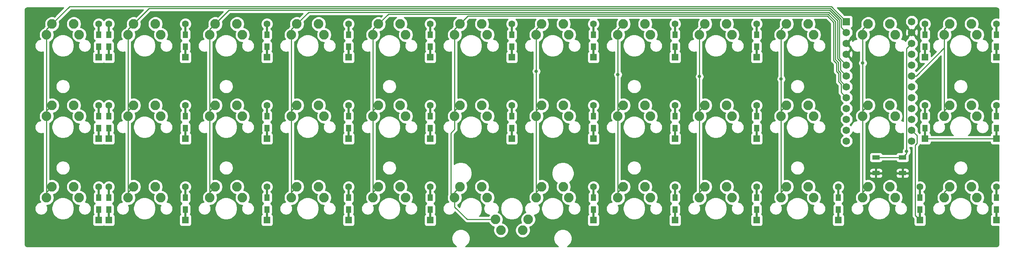
<source format=gbr>
%TF.GenerationSoftware,KiCad,Pcbnew,(5.1.9)-1*%
%TF.CreationDate,2021-06-01T11:31:06-07:00*%
%TF.ProjectId,ogurec,6f677572-6563-42e6-9b69-6361645f7063,rev?*%
%TF.SameCoordinates,Original*%
%TF.FileFunction,Copper,L1,Top*%
%TF.FilePolarity,Positive*%
%FSLAX46Y46*%
G04 Gerber Fmt 4.6, Leading zero omitted, Abs format (unit mm)*
G04 Created by KiCad (PCBNEW (5.1.9)-1) date 2021-06-01 11:31:06*
%MOMM*%
%LPD*%
G01*
G04 APERTURE LIST*
%TA.AperFunction,SMDPad,CuDef*%
%ADD10R,1.800000X1.100000*%
%TD*%
%TA.AperFunction,ComponentPad*%
%ADD11C,2.250000*%
%TD*%
%TA.AperFunction,SMDPad,CuDef*%
%ADD12R,0.500000X2.900000*%
%TD*%
%TA.AperFunction,ComponentPad*%
%ADD13R,1.600000X1.600000*%
%TD*%
%TA.AperFunction,ComponentPad*%
%ADD14C,1.600000*%
%TD*%
%TA.AperFunction,SMDPad,CuDef*%
%ADD15R,1.200000X1.600000*%
%TD*%
%TA.AperFunction,ComponentPad*%
%ADD16C,1.752600*%
%TD*%
%TA.AperFunction,ComponentPad*%
%ADD17R,1.752600X1.752600*%
%TD*%
%TA.AperFunction,ViaPad*%
%ADD18C,0.800000*%
%TD*%
%TA.AperFunction,Conductor*%
%ADD19C,0.250000*%
%TD*%
%TA.AperFunction,Conductor*%
%ADD20C,0.254000*%
%TD*%
%TA.AperFunction,Conductor*%
%ADD21C,0.100000*%
%TD*%
G04 APERTURE END LIST*
D10*
%TO.P,RESET1a1,2*%
%TO.N,RST*%
X239787704Y-76136003D03*
X245987704Y-76136003D03*
%TO.P,RESET1a1,1*%
%TO.N,GND*%
X239787704Y-79836003D03*
X245987704Y-79836003D03*
%TD*%
D11*
%TO.P,MX30a1,1*%
%TO.N,C6*%
X150971380Y-90646324D03*
%TO.P,MX30a1,2*%
%TO.N,Net-(D30-Pad2)*%
X157321380Y-93186324D03*
%TO.P,MX30a1,1*%
%TO.N,C6*%
X152241380Y-93186324D03*
%TO.P,MX30a1,2*%
%TO.N,Net-(D30-Pad2)*%
X158591380Y-90646324D03*
%TD*%
%TO.P,MX36,1*%
%TO.N,C12*%
X257016468Y-83026324D03*
%TO.P,MX36,2*%
%TO.N,Net-(D36-Pad2)*%
X263366468Y-85566324D03*
X262096468Y-83026324D03*
%TO.P,MX36,1*%
%TO.N,C12*%
X255746468Y-85566324D03*
%TD*%
%TO.P,MX35,1*%
%TO.N,C11*%
X237966452Y-83026324D03*
%TO.P,MX35,2*%
%TO.N,Net-(D35-Pad2)*%
X244316452Y-85566324D03*
X243046452Y-83026324D03*
%TO.P,MX35,1*%
%TO.N,C11*%
X236696452Y-85566324D03*
%TD*%
%TO.P,MX34,1*%
%TO.N,C10*%
X218916436Y-83026324D03*
%TO.P,MX34,2*%
%TO.N,Net-(D34-Pad2)*%
X225266436Y-85566324D03*
X223996436Y-83026324D03*
%TO.P,MX34,1*%
%TO.N,C10*%
X217646436Y-85566324D03*
%TD*%
%TO.P,MX33,1*%
%TO.N,C9*%
X199866420Y-83026324D03*
%TO.P,MX33,2*%
%TO.N,Net-(D33-Pad2)*%
X206216420Y-85566324D03*
X204946420Y-83026324D03*
%TO.P,MX33,1*%
%TO.N,C9*%
X198596420Y-85566324D03*
%TD*%
%TO.P,MX32,1*%
%TO.N,C8*%
X180816404Y-83026324D03*
%TO.P,MX32,2*%
%TO.N,Net-(D32-Pad2)*%
X187166404Y-85566324D03*
X185896404Y-83026324D03*
%TO.P,MX32,1*%
%TO.N,C8*%
X179546404Y-85566324D03*
%TD*%
%TO.P,MX31,1*%
%TO.N,C7*%
X161766388Y-83026324D03*
%TO.P,MX31,2*%
%TO.N,Net-(D31-Pad2)*%
X168116388Y-85566324D03*
X166846388Y-83026324D03*
%TO.P,MX31,1*%
%TO.N,C7*%
X160496388Y-85566324D03*
%TD*%
%TO.P,MX30,1*%
%TO.N,C6*%
X142716372Y-83026324D03*
%TO.P,MX30,2*%
%TO.N,Net-(D30-Pad2)*%
X149066372Y-85566324D03*
X147796372Y-83026324D03*
%TO.P,MX30,1*%
%TO.N,C6*%
X141446372Y-85566324D03*
%TD*%
%TO.P,MX29,1*%
%TO.N,C5*%
X123666356Y-83026324D03*
%TO.P,MX29,2*%
%TO.N,Net-(D29-Pad2)*%
X130016356Y-85566324D03*
X128746356Y-83026324D03*
%TO.P,MX29,1*%
%TO.N,C5*%
X122396356Y-85566324D03*
%TD*%
%TO.P,MX28,1*%
%TO.N,C4*%
X104616340Y-83026324D03*
%TO.P,MX28,2*%
%TO.N,Net-(D28-Pad2)*%
X110966340Y-85566324D03*
X109696340Y-83026324D03*
%TO.P,MX28,1*%
%TO.N,C4*%
X103346340Y-85566324D03*
%TD*%
%TO.P,MX27,1*%
%TO.N,C3*%
X85566324Y-83026324D03*
%TO.P,MX27,2*%
%TO.N,Net-(D27-Pad2)*%
X91916324Y-85566324D03*
X90646324Y-83026324D03*
%TO.P,MX27,1*%
%TO.N,C3*%
X84296324Y-85566324D03*
%TD*%
%TO.P,MX26,1*%
%TO.N,C2*%
X66516308Y-83026324D03*
%TO.P,MX26,2*%
%TO.N,Net-(D26-Pad2)*%
X72866308Y-85566324D03*
X71596308Y-83026324D03*
%TO.P,MX26,1*%
%TO.N,C2*%
X65246308Y-85566324D03*
%TD*%
%TO.P,MX25,1*%
%TO.N,C1*%
X47466292Y-83026324D03*
%TO.P,MX25,2*%
%TO.N,Net-(D25-Pad2)*%
X53816292Y-85566324D03*
X52546292Y-83026324D03*
%TO.P,MX25,1*%
%TO.N,C1*%
X46196292Y-85566324D03*
%TD*%
%TO.P,MX24,1*%
%TO.N,C12*%
X257016468Y-63976308D03*
%TO.P,MX24,2*%
%TO.N,Net-(D24-Pad2)*%
X263366468Y-66516308D03*
X262096468Y-63976308D03*
%TO.P,MX24,1*%
%TO.N,C12*%
X255746468Y-66516308D03*
%TD*%
%TO.P,MX23,1*%
%TO.N,C11*%
X237966452Y-63976308D03*
%TO.P,MX23,2*%
%TO.N,Net-(D23-Pad2)*%
X244316452Y-66516308D03*
X243046452Y-63976308D03*
%TO.P,MX23,1*%
%TO.N,C11*%
X236696452Y-66516308D03*
%TD*%
%TO.P,MX22,1*%
%TO.N,C10*%
X218916436Y-63976308D03*
%TO.P,MX22,2*%
%TO.N,Net-(D22-Pad2)*%
X225266436Y-66516308D03*
X223996436Y-63976308D03*
%TO.P,MX22,1*%
%TO.N,C10*%
X217646436Y-66516308D03*
%TD*%
%TO.P,MX21,1*%
%TO.N,C9*%
X199866420Y-63976308D03*
%TO.P,MX21,2*%
%TO.N,Net-(D21-Pad2)*%
X206216420Y-66516308D03*
X204946420Y-63976308D03*
%TO.P,MX21,1*%
%TO.N,C9*%
X198596420Y-66516308D03*
%TD*%
%TO.P,MX20,1*%
%TO.N,C8*%
X180816404Y-63976308D03*
%TO.P,MX20,2*%
%TO.N,Net-(D20-Pad2)*%
X187166404Y-66516308D03*
X185896404Y-63976308D03*
%TO.P,MX20,1*%
%TO.N,C8*%
X179546404Y-66516308D03*
%TD*%
%TO.P,MX19,1*%
%TO.N,C7*%
X161766388Y-63976308D03*
%TO.P,MX19,2*%
%TO.N,Net-(D19-Pad2)*%
X168116388Y-66516308D03*
X166846388Y-63976308D03*
%TO.P,MX19,1*%
%TO.N,C7*%
X160496388Y-66516308D03*
%TD*%
%TO.P,MX18,1*%
%TO.N,C6*%
X142716372Y-63976308D03*
%TO.P,MX18,2*%
%TO.N,Net-(D18-Pad2)*%
X149066372Y-66516308D03*
X147796372Y-63976308D03*
%TO.P,MX18,1*%
%TO.N,C6*%
X141446372Y-66516308D03*
%TD*%
%TO.P,MX17,1*%
%TO.N,C5*%
X123666356Y-63976308D03*
%TO.P,MX17,2*%
%TO.N,Net-(D17-Pad2)*%
X130016356Y-66516308D03*
X128746356Y-63976308D03*
%TO.P,MX17,1*%
%TO.N,C5*%
X122396356Y-66516308D03*
%TD*%
%TO.P,MX16,1*%
%TO.N,C4*%
X104616340Y-63976308D03*
%TO.P,MX16,2*%
%TO.N,Net-(D16-Pad2)*%
X110966340Y-66516308D03*
X109696340Y-63976308D03*
%TO.P,MX16,1*%
%TO.N,C4*%
X103346340Y-66516308D03*
%TD*%
%TO.P,MX15,1*%
%TO.N,C3*%
X85566324Y-63976308D03*
%TO.P,MX15,2*%
%TO.N,Net-(D15-Pad2)*%
X91916324Y-66516308D03*
X90646324Y-63976308D03*
%TO.P,MX15,1*%
%TO.N,C3*%
X84296324Y-66516308D03*
%TD*%
%TO.P,MX14,1*%
%TO.N,C2*%
X66516308Y-63976308D03*
%TO.P,MX14,2*%
%TO.N,Net-(D14-Pad2)*%
X72866308Y-66516308D03*
X71596308Y-63976308D03*
%TO.P,MX14,1*%
%TO.N,C2*%
X65246308Y-66516308D03*
%TD*%
%TO.P,MX13,1*%
%TO.N,C1*%
X47466292Y-63976308D03*
%TO.P,MX13,2*%
%TO.N,Net-(D13-Pad2)*%
X53816292Y-66516308D03*
X52546292Y-63976308D03*
%TO.P,MX13,1*%
%TO.N,C1*%
X46196292Y-66516308D03*
%TD*%
%TO.P,MX12,1*%
%TO.N,C12*%
X257016468Y-44926292D03*
%TO.P,MX12,2*%
%TO.N,Net-(D12-Pad2)*%
X263366468Y-47466292D03*
X262096468Y-44926292D03*
%TO.P,MX12,1*%
%TO.N,C12*%
X255746468Y-47466292D03*
%TD*%
%TO.P,MX11,1*%
%TO.N,C11*%
X237966452Y-44926292D03*
%TO.P,MX11,2*%
%TO.N,Net-(D11-Pad2)*%
X244316452Y-47466292D03*
X243046452Y-44926292D03*
%TO.P,MX11,1*%
%TO.N,C11*%
X236696452Y-47466292D03*
%TD*%
%TO.P,MX10,1*%
%TO.N,C10*%
X218916436Y-44926292D03*
%TO.P,MX10,2*%
%TO.N,Net-(D10-Pad2)*%
X225266436Y-47466292D03*
X223996436Y-44926292D03*
%TO.P,MX10,1*%
%TO.N,C10*%
X217646436Y-47466292D03*
%TD*%
%TO.P,MX9,1*%
%TO.N,C9*%
X199866420Y-44926292D03*
%TO.P,MX9,2*%
%TO.N,Net-(D9-Pad2)*%
X206216420Y-47466292D03*
X204946420Y-44926292D03*
%TO.P,MX9,1*%
%TO.N,C9*%
X198596420Y-47466292D03*
%TD*%
%TO.P,MX8,1*%
%TO.N,C8*%
X180816404Y-44926292D03*
%TO.P,MX8,2*%
%TO.N,Net-(D8-Pad2)*%
X187166404Y-47466292D03*
X185896404Y-44926292D03*
%TO.P,MX8,1*%
%TO.N,C8*%
X179546404Y-47466292D03*
%TD*%
%TO.P,MX7,1*%
%TO.N,C7*%
X161766388Y-44926292D03*
%TO.P,MX7,2*%
%TO.N,Net-(D7-Pad2)*%
X168116388Y-47466292D03*
X166846388Y-44926292D03*
%TO.P,MX7,1*%
%TO.N,C7*%
X160496388Y-47466292D03*
%TD*%
%TO.P,MX6,1*%
%TO.N,C6*%
X142716372Y-44926292D03*
%TO.P,MX6,2*%
%TO.N,Net-(D6-Pad2)*%
X149066372Y-47466292D03*
X147796372Y-44926292D03*
%TO.P,MX6,1*%
%TO.N,C6*%
X141446372Y-47466292D03*
%TD*%
%TO.P,MX5,1*%
%TO.N,C5*%
X123666356Y-44926292D03*
%TO.P,MX5,2*%
%TO.N,Net-(D5-Pad2)*%
X130016356Y-47466292D03*
X128746356Y-44926292D03*
%TO.P,MX5,1*%
%TO.N,C5*%
X122396356Y-47466292D03*
%TD*%
%TO.P,MX4,1*%
%TO.N,C4*%
X104616340Y-44926292D03*
%TO.P,MX4,2*%
%TO.N,Net-(D4-Pad2)*%
X110966340Y-47466292D03*
X109696340Y-44926292D03*
%TO.P,MX4,1*%
%TO.N,C4*%
X103346340Y-47466292D03*
%TD*%
%TO.P,MX3,1*%
%TO.N,C3*%
X85566324Y-44926292D03*
%TO.P,MX3,2*%
%TO.N,Net-(D3-Pad2)*%
X91916324Y-47466292D03*
X90646324Y-44926292D03*
%TO.P,MX3,1*%
%TO.N,C3*%
X84296324Y-47466292D03*
%TD*%
%TO.P,MX2,1*%
%TO.N,C2*%
X66516308Y-44926292D03*
%TO.P,MX2,2*%
%TO.N,Net-(D2-Pad2)*%
X72866308Y-47466292D03*
X71596308Y-44926292D03*
%TO.P,MX2,1*%
%TO.N,C2*%
X65246308Y-47466292D03*
%TD*%
%TO.P,MX1,1*%
%TO.N,C1*%
X47466292Y-44926292D03*
%TO.P,MX1,2*%
%TO.N,Net-(D1-Pad2)*%
X53816292Y-47466292D03*
X52546292Y-44926292D03*
%TO.P,MX1,1*%
%TO.N,C1*%
X46196292Y-47466292D03*
%TD*%
D12*
%TO.P,D36,1*%
%TO.N,R3*%
X267890850Y-89415698D03*
%TO.P,D36,2*%
%TO.N,Net-(D36-Pad2)*%
X267890850Y-84415698D03*
D13*
%TO.P,D36,1*%
%TO.N,R3*%
X267890850Y-90815698D03*
D14*
%TO.P,D36,2*%
%TO.N,Net-(D36-Pad2)*%
X267890850Y-83015698D03*
D15*
X267890850Y-85515698D03*
%TO.P,D36,1*%
%TO.N,R3*%
X267890850Y-88315698D03*
%TD*%
D12*
%TO.P,D35,1*%
%TO.N,R3*%
X250031460Y-89415698D03*
%TO.P,D35,2*%
%TO.N,Net-(D35-Pad2)*%
X250031460Y-84415698D03*
D13*
%TO.P,D35,1*%
%TO.N,R3*%
X250031460Y-90815698D03*
D14*
%TO.P,D35,2*%
%TO.N,Net-(D35-Pad2)*%
X250031460Y-83015698D03*
D15*
X250031460Y-85515698D03*
%TO.P,D35,1*%
%TO.N,R3*%
X250031460Y-88315698D03*
%TD*%
D12*
%TO.P,D34,1*%
%TO.N,R3*%
X230981444Y-89415698D03*
%TO.P,D34,2*%
%TO.N,Net-(D34-Pad2)*%
X230981444Y-84415698D03*
D13*
%TO.P,D34,1*%
%TO.N,R3*%
X230981444Y-90815698D03*
D14*
%TO.P,D34,2*%
%TO.N,Net-(D34-Pad2)*%
X230981444Y-83015698D03*
D15*
X230981444Y-85515698D03*
%TO.P,D34,1*%
%TO.N,R3*%
X230981444Y-88315698D03*
%TD*%
D12*
%TO.P,D33,1*%
%TO.N,R3*%
X211931428Y-89415698D03*
%TO.P,D33,2*%
%TO.N,Net-(D33-Pad2)*%
X211931428Y-84415698D03*
D13*
%TO.P,D33,1*%
%TO.N,R3*%
X211931428Y-90815698D03*
D14*
%TO.P,D33,2*%
%TO.N,Net-(D33-Pad2)*%
X211931428Y-83015698D03*
D15*
X211931428Y-85515698D03*
%TO.P,D33,1*%
%TO.N,R3*%
X211931428Y-88315698D03*
%TD*%
D12*
%TO.P,D32,1*%
%TO.N,R3*%
X192881412Y-89415698D03*
%TO.P,D32,2*%
%TO.N,Net-(D32-Pad2)*%
X192881412Y-84415698D03*
D13*
%TO.P,D32,1*%
%TO.N,R3*%
X192881412Y-90815698D03*
D14*
%TO.P,D32,2*%
%TO.N,Net-(D32-Pad2)*%
X192881412Y-83015698D03*
D15*
X192881412Y-85515698D03*
%TO.P,D32,1*%
%TO.N,R3*%
X192881412Y-88315698D03*
%TD*%
D12*
%TO.P,D31,1*%
%TO.N,R3*%
X173831396Y-89415698D03*
%TO.P,D31,2*%
%TO.N,Net-(D31-Pad2)*%
X173831396Y-84415698D03*
D13*
%TO.P,D31,1*%
%TO.N,R3*%
X173831396Y-90815698D03*
D14*
%TO.P,D31,2*%
%TO.N,Net-(D31-Pad2)*%
X173831396Y-83015698D03*
D15*
X173831396Y-85515698D03*
%TO.P,D31,1*%
%TO.N,R3*%
X173831396Y-88315698D03*
%TD*%
D12*
%TO.P,D30,1*%
%TO.N,R3*%
X135731364Y-89415698D03*
%TO.P,D30,2*%
%TO.N,Net-(D30-Pad2)*%
X135731364Y-84415698D03*
D13*
%TO.P,D30,1*%
%TO.N,R3*%
X135731364Y-90815698D03*
D14*
%TO.P,D30,2*%
%TO.N,Net-(D30-Pad2)*%
X135731364Y-83015698D03*
D15*
X135731364Y-85515698D03*
%TO.P,D30,1*%
%TO.N,R3*%
X135731364Y-88315698D03*
%TD*%
D12*
%TO.P,D29,1*%
%TO.N,R3*%
X116681348Y-89415698D03*
%TO.P,D29,2*%
%TO.N,Net-(D29-Pad2)*%
X116681348Y-84415698D03*
D13*
%TO.P,D29,1*%
%TO.N,R3*%
X116681348Y-90815698D03*
D14*
%TO.P,D29,2*%
%TO.N,Net-(D29-Pad2)*%
X116681348Y-83015698D03*
D15*
X116681348Y-85515698D03*
%TO.P,D29,1*%
%TO.N,R3*%
X116681348Y-88315698D03*
%TD*%
D12*
%TO.P,D28,1*%
%TO.N,R3*%
X97631332Y-89415698D03*
%TO.P,D28,2*%
%TO.N,Net-(D28-Pad2)*%
X97631332Y-84415698D03*
D13*
%TO.P,D28,1*%
%TO.N,R3*%
X97631332Y-90815698D03*
D14*
%TO.P,D28,2*%
%TO.N,Net-(D28-Pad2)*%
X97631332Y-83015698D03*
D15*
X97631332Y-85515698D03*
%TO.P,D28,1*%
%TO.N,R3*%
X97631332Y-88315698D03*
%TD*%
D12*
%TO.P,D27,1*%
%TO.N,R3*%
X78581316Y-89415698D03*
%TO.P,D27,2*%
%TO.N,Net-(D27-Pad2)*%
X78581316Y-84415698D03*
D13*
%TO.P,D27,1*%
%TO.N,R3*%
X78581316Y-90815698D03*
D14*
%TO.P,D27,2*%
%TO.N,Net-(D27-Pad2)*%
X78581316Y-83015698D03*
D15*
X78581316Y-85515698D03*
%TO.P,D27,1*%
%TO.N,R3*%
X78581316Y-88315698D03*
%TD*%
D12*
%TO.P,D26,1*%
%TO.N,R3*%
X60721926Y-89415698D03*
%TO.P,D26,2*%
%TO.N,Net-(D26-Pad2)*%
X60721926Y-84415698D03*
D13*
%TO.P,D26,1*%
%TO.N,R3*%
X60721926Y-90815698D03*
D14*
%TO.P,D26,2*%
%TO.N,Net-(D26-Pad2)*%
X60721926Y-83015698D03*
D15*
X60721926Y-85515698D03*
%TO.P,D26,1*%
%TO.N,R3*%
X60721926Y-88315698D03*
%TD*%
D12*
%TO.P,D25,1*%
%TO.N,R3*%
X58340674Y-89415698D03*
%TO.P,D25,2*%
%TO.N,Net-(D25-Pad2)*%
X58340674Y-84415698D03*
D13*
%TO.P,D25,1*%
%TO.N,R3*%
X58340674Y-90815698D03*
D14*
%TO.P,D25,2*%
%TO.N,Net-(D25-Pad2)*%
X58340674Y-83015698D03*
D15*
X58340674Y-85515698D03*
%TO.P,D25,1*%
%TO.N,R3*%
X58340674Y-88315698D03*
%TD*%
D12*
%TO.P,D24,1*%
%TO.N,R2*%
X267890850Y-70365682D03*
%TO.P,D24,2*%
%TO.N,Net-(D24-Pad2)*%
X267890850Y-65365682D03*
D13*
%TO.P,D24,1*%
%TO.N,R2*%
X267890850Y-71765682D03*
D14*
%TO.P,D24,2*%
%TO.N,Net-(D24-Pad2)*%
X267890850Y-63965682D03*
D15*
X267890850Y-66465682D03*
%TO.P,D24,1*%
%TO.N,R2*%
X267890850Y-69265682D03*
%TD*%
D12*
%TO.P,D23,1*%
%TO.N,R2*%
X251222086Y-70365682D03*
%TO.P,D23,2*%
%TO.N,Net-(D23-Pad2)*%
X251222086Y-65365682D03*
D13*
%TO.P,D23,1*%
%TO.N,R2*%
X251222086Y-71765682D03*
D14*
%TO.P,D23,2*%
%TO.N,Net-(D23-Pad2)*%
X251222086Y-63965682D03*
D15*
X251222086Y-66465682D03*
%TO.P,D23,1*%
%TO.N,R2*%
X251222086Y-69265682D03*
%TD*%
D12*
%TO.P,D22,1*%
%TO.N,R2*%
X211931428Y-70365682D03*
%TO.P,D22,2*%
%TO.N,Net-(D22-Pad2)*%
X211931428Y-65365682D03*
D13*
%TO.P,D22,1*%
%TO.N,R2*%
X211931428Y-71765682D03*
D14*
%TO.P,D22,2*%
%TO.N,Net-(D22-Pad2)*%
X211931428Y-63965682D03*
D15*
X211931428Y-66465682D03*
%TO.P,D22,1*%
%TO.N,R2*%
X211931428Y-69265682D03*
%TD*%
D12*
%TO.P,D21,1*%
%TO.N,R2*%
X192881412Y-70365682D03*
%TO.P,D21,2*%
%TO.N,Net-(D21-Pad2)*%
X192881412Y-65365682D03*
D13*
%TO.P,D21,1*%
%TO.N,R2*%
X192881412Y-71765682D03*
D14*
%TO.P,D21,2*%
%TO.N,Net-(D21-Pad2)*%
X192881412Y-63965682D03*
D15*
X192881412Y-66465682D03*
%TO.P,D21,1*%
%TO.N,R2*%
X192881412Y-69265682D03*
%TD*%
D12*
%TO.P,D20,1*%
%TO.N,R2*%
X173831396Y-70365682D03*
%TO.P,D20,2*%
%TO.N,Net-(D20-Pad2)*%
X173831396Y-65365682D03*
D13*
%TO.P,D20,1*%
%TO.N,R2*%
X173831396Y-71765682D03*
D14*
%TO.P,D20,2*%
%TO.N,Net-(D20-Pad2)*%
X173831396Y-63965682D03*
D15*
X173831396Y-66465682D03*
%TO.P,D20,1*%
%TO.N,R2*%
X173831396Y-69265682D03*
%TD*%
D12*
%TO.P,D19,1*%
%TO.N,R2*%
X154781380Y-70365682D03*
%TO.P,D19,2*%
%TO.N,Net-(D19-Pad2)*%
X154781380Y-65365682D03*
D13*
%TO.P,D19,1*%
%TO.N,R2*%
X154781380Y-71765682D03*
D14*
%TO.P,D19,2*%
%TO.N,Net-(D19-Pad2)*%
X154781380Y-63965682D03*
D15*
X154781380Y-66465682D03*
%TO.P,D19,1*%
%TO.N,R2*%
X154781380Y-69265682D03*
%TD*%
D12*
%TO.P,D18,1*%
%TO.N,R2*%
X135731364Y-70365682D03*
%TO.P,D18,2*%
%TO.N,Net-(D18-Pad2)*%
X135731364Y-65365682D03*
D13*
%TO.P,D18,1*%
%TO.N,R2*%
X135731364Y-71765682D03*
D14*
%TO.P,D18,2*%
%TO.N,Net-(D18-Pad2)*%
X135731364Y-63965682D03*
D15*
X135731364Y-66465682D03*
%TO.P,D18,1*%
%TO.N,R2*%
X135731364Y-69265682D03*
%TD*%
D12*
%TO.P,D17,1*%
%TO.N,R2*%
X116681348Y-70365682D03*
%TO.P,D17,2*%
%TO.N,Net-(D17-Pad2)*%
X116681348Y-65365682D03*
D13*
%TO.P,D17,1*%
%TO.N,R2*%
X116681348Y-71765682D03*
D14*
%TO.P,D17,2*%
%TO.N,Net-(D17-Pad2)*%
X116681348Y-63965682D03*
D15*
X116681348Y-66465682D03*
%TO.P,D17,1*%
%TO.N,R2*%
X116681348Y-69265682D03*
%TD*%
D12*
%TO.P,D16,1*%
%TO.N,R2*%
X97631332Y-70365682D03*
%TO.P,D16,2*%
%TO.N,Net-(D16-Pad2)*%
X97631332Y-65365682D03*
D13*
%TO.P,D16,1*%
%TO.N,R2*%
X97631332Y-71765682D03*
D14*
%TO.P,D16,2*%
%TO.N,Net-(D16-Pad2)*%
X97631332Y-63965682D03*
D15*
X97631332Y-66465682D03*
%TO.P,D16,1*%
%TO.N,R2*%
X97631332Y-69265682D03*
%TD*%
D12*
%TO.P,D15,1*%
%TO.N,R2*%
X78581316Y-70365682D03*
%TO.P,D15,2*%
%TO.N,Net-(D15-Pad2)*%
X78581316Y-65365682D03*
D13*
%TO.P,D15,1*%
%TO.N,R2*%
X78581316Y-71765682D03*
D14*
%TO.P,D15,2*%
%TO.N,Net-(D15-Pad2)*%
X78581316Y-63965682D03*
D15*
X78581316Y-66465682D03*
%TO.P,D15,1*%
%TO.N,R2*%
X78581316Y-69265682D03*
%TD*%
D12*
%TO.P,D14,1*%
%TO.N,R2*%
X60721926Y-70365682D03*
%TO.P,D14,2*%
%TO.N,Net-(D14-Pad2)*%
X60721926Y-65365682D03*
D13*
%TO.P,D14,1*%
%TO.N,R2*%
X60721926Y-71765682D03*
D14*
%TO.P,D14,2*%
%TO.N,Net-(D14-Pad2)*%
X60721926Y-63965682D03*
D15*
X60721926Y-66465682D03*
%TO.P,D14,1*%
%TO.N,R2*%
X60721926Y-69265682D03*
%TD*%
D12*
%TO.P,D13,1*%
%TO.N,R2*%
X58340674Y-70365682D03*
%TO.P,D13,2*%
%TO.N,Net-(D13-Pad2)*%
X58340674Y-65365682D03*
D13*
%TO.P,D13,1*%
%TO.N,R2*%
X58340674Y-71765682D03*
D14*
%TO.P,D13,2*%
%TO.N,Net-(D13-Pad2)*%
X58340674Y-63965682D03*
D15*
X58340674Y-66465682D03*
%TO.P,D13,1*%
%TO.N,R2*%
X58340674Y-69265682D03*
%TD*%
D12*
%TO.P,D12,1*%
%TO.N,R1*%
X267890850Y-51315666D03*
%TO.P,D12,2*%
%TO.N,Net-(D12-Pad2)*%
X267890850Y-46315666D03*
D13*
%TO.P,D12,1*%
%TO.N,R1*%
X267890850Y-52715666D03*
D14*
%TO.P,D12,2*%
%TO.N,Net-(D12-Pad2)*%
X267890850Y-44915666D03*
D15*
X267890850Y-47415666D03*
%TO.P,D12,1*%
%TO.N,R1*%
X267890850Y-50215666D03*
%TD*%
D12*
%TO.P,D11,1*%
%TO.N,R1*%
X251222086Y-51315666D03*
%TO.P,D11,2*%
%TO.N,Net-(D11-Pad2)*%
X251222086Y-46315666D03*
D13*
%TO.P,D11,1*%
%TO.N,R1*%
X251222086Y-52715666D03*
D14*
%TO.P,D11,2*%
%TO.N,Net-(D11-Pad2)*%
X251222086Y-44915666D03*
D15*
X251222086Y-47415666D03*
%TO.P,D11,1*%
%TO.N,R1*%
X251222086Y-50215666D03*
%TD*%
D12*
%TO.P,D10,1*%
%TO.N,R1*%
X211931428Y-51315666D03*
%TO.P,D10,2*%
%TO.N,Net-(D10-Pad2)*%
X211931428Y-46315666D03*
D13*
%TO.P,D10,1*%
%TO.N,R1*%
X211931428Y-52715666D03*
D14*
%TO.P,D10,2*%
%TO.N,Net-(D10-Pad2)*%
X211931428Y-44915666D03*
D15*
X211931428Y-47415666D03*
%TO.P,D10,1*%
%TO.N,R1*%
X211931428Y-50215666D03*
%TD*%
D12*
%TO.P,D9,1*%
%TO.N,R1*%
X192881412Y-51315666D03*
%TO.P,D9,2*%
%TO.N,Net-(D9-Pad2)*%
X192881412Y-46315666D03*
D13*
%TO.P,D9,1*%
%TO.N,R1*%
X192881412Y-52715666D03*
D14*
%TO.P,D9,2*%
%TO.N,Net-(D9-Pad2)*%
X192881412Y-44915666D03*
D15*
X192881412Y-47415666D03*
%TO.P,D9,1*%
%TO.N,R1*%
X192881412Y-50215666D03*
%TD*%
D12*
%TO.P,D8,1*%
%TO.N,R1*%
X173831396Y-51315666D03*
%TO.P,D8,2*%
%TO.N,Net-(D8-Pad2)*%
X173831396Y-46315666D03*
D13*
%TO.P,D8,1*%
%TO.N,R1*%
X173831396Y-52715666D03*
D14*
%TO.P,D8,2*%
%TO.N,Net-(D8-Pad2)*%
X173831396Y-44915666D03*
D15*
X173831396Y-47415666D03*
%TO.P,D8,1*%
%TO.N,R1*%
X173831396Y-50215666D03*
%TD*%
D12*
%TO.P,D7,1*%
%TO.N,R1*%
X154781380Y-51315666D03*
%TO.P,D7,2*%
%TO.N,Net-(D7-Pad2)*%
X154781380Y-46315666D03*
D13*
%TO.P,D7,1*%
%TO.N,R1*%
X154781380Y-52715666D03*
D14*
%TO.P,D7,2*%
%TO.N,Net-(D7-Pad2)*%
X154781380Y-44915666D03*
D15*
X154781380Y-47415666D03*
%TO.P,D7,1*%
%TO.N,R1*%
X154781380Y-50215666D03*
%TD*%
D12*
%TO.P,D6,1*%
%TO.N,R1*%
X135731364Y-51315666D03*
%TO.P,D6,2*%
%TO.N,Net-(D6-Pad2)*%
X135731364Y-46315666D03*
D13*
%TO.P,D6,1*%
%TO.N,R1*%
X135731364Y-52715666D03*
D14*
%TO.P,D6,2*%
%TO.N,Net-(D6-Pad2)*%
X135731364Y-44915666D03*
D15*
X135731364Y-47415666D03*
%TO.P,D6,1*%
%TO.N,R1*%
X135731364Y-50215666D03*
%TD*%
D12*
%TO.P,D5,1*%
%TO.N,R1*%
X116681348Y-51315666D03*
%TO.P,D5,2*%
%TO.N,Net-(D5-Pad2)*%
X116681348Y-46315666D03*
D13*
%TO.P,D5,1*%
%TO.N,R1*%
X116681348Y-52715666D03*
D14*
%TO.P,D5,2*%
%TO.N,Net-(D5-Pad2)*%
X116681348Y-44915666D03*
D15*
X116681348Y-47415666D03*
%TO.P,D5,1*%
%TO.N,R1*%
X116681348Y-50215666D03*
%TD*%
D12*
%TO.P,D4,1*%
%TO.N,R1*%
X97631332Y-51315666D03*
%TO.P,D4,2*%
%TO.N,Net-(D4-Pad2)*%
X97631332Y-46315666D03*
D13*
%TO.P,D4,1*%
%TO.N,R1*%
X97631332Y-52715666D03*
D14*
%TO.P,D4,2*%
%TO.N,Net-(D4-Pad2)*%
X97631332Y-44915666D03*
D15*
X97631332Y-47415666D03*
%TO.P,D4,1*%
%TO.N,R1*%
X97631332Y-50215666D03*
%TD*%
D12*
%TO.P,D3,1*%
%TO.N,R1*%
X78581316Y-51315666D03*
%TO.P,D3,2*%
%TO.N,Net-(D3-Pad2)*%
X78581316Y-46315666D03*
D13*
%TO.P,D3,1*%
%TO.N,R1*%
X78581316Y-52715666D03*
D14*
%TO.P,D3,2*%
%TO.N,Net-(D3-Pad2)*%
X78581316Y-44915666D03*
D15*
X78581316Y-47415666D03*
%TO.P,D3,1*%
%TO.N,R1*%
X78581316Y-50215666D03*
%TD*%
D12*
%TO.P,D2,1*%
%TO.N,R1*%
X60721926Y-51315666D03*
%TO.P,D2,2*%
%TO.N,Net-(D2-Pad2)*%
X60721926Y-46315666D03*
D13*
%TO.P,D2,1*%
%TO.N,R1*%
X60721926Y-52715666D03*
D14*
%TO.P,D2,2*%
%TO.N,Net-(D2-Pad2)*%
X60721926Y-44915666D03*
D15*
X60721926Y-47415666D03*
%TO.P,D2,1*%
%TO.N,R1*%
X60721926Y-50215666D03*
%TD*%
D12*
%TO.P,D1,1*%
%TO.N,R1*%
X58340674Y-51315666D03*
%TO.P,D1,2*%
%TO.N,Net-(D1-Pad2)*%
X58340674Y-46315666D03*
D13*
%TO.P,D1,1*%
%TO.N,R1*%
X58340674Y-52715666D03*
D14*
%TO.P,D1,2*%
%TO.N,Net-(D1-Pad2)*%
X58340674Y-44915666D03*
D15*
X58340674Y-47415666D03*
%TO.P,D1,1*%
%TO.N,R1*%
X58340674Y-50215666D03*
%TD*%
D16*
%TO.P,PM1,24*%
%TO.N,Net-(PM1-Pad24)*%
X248126452Y-44370674D03*
%TO.P,PM1,12*%
%TO.N,C10*%
X232886452Y-72310674D03*
%TO.P,PM1,23*%
%TO.N,GND*%
X248126452Y-46910674D03*
%TO.P,PM1,22*%
%TO.N,RST*%
X248126452Y-49450674D03*
%TO.P,PM1,21*%
%TO.N,Net-(PM1-Pad21)*%
X248126452Y-51990674D03*
%TO.P,PM1,20*%
%TO.N,C11*%
X248126452Y-54530674D03*
%TO.P,PM1,19*%
%TO.N,C12*%
X248126452Y-57070674D03*
%TO.P,PM1,18*%
%TO.N,R1*%
X248126452Y-59610674D03*
%TO.P,PM1,17*%
%TO.N,Net-(PM1-Pad17)*%
X248126452Y-62150674D03*
%TO.P,PM1,16*%
%TO.N,Net-(PM1-Pad16)*%
X248126452Y-64690674D03*
%TO.P,PM1,15*%
%TO.N,Net-(PM1-Pad15)*%
X248126452Y-67230674D03*
%TO.P,PM1,14*%
%TO.N,R3*%
X248126452Y-69770674D03*
%TO.P,PM1,13*%
%TO.N,R2*%
X248126452Y-72310674D03*
%TO.P,PM1,11*%
%TO.N,C9*%
X232886452Y-69770674D03*
%TO.P,PM1,10*%
%TO.N,C8*%
X232886452Y-67230674D03*
%TO.P,PM1,9*%
%TO.N,C7*%
X232886452Y-64690674D03*
%TO.P,PM1,8*%
%TO.N,C6*%
X232886452Y-62150674D03*
%TO.P,PM1,7*%
%TO.N,C5*%
X232886452Y-59610674D03*
%TO.P,PM1,6*%
%TO.N,C4*%
X232886452Y-57070674D03*
%TO.P,PM1,5*%
%TO.N,C3*%
X232886452Y-54530674D03*
%TO.P,PM1,4*%
%TO.N,GND*%
X232886452Y-51990674D03*
%TO.P,PM1,3*%
X232886452Y-49450674D03*
%TO.P,PM1,2*%
%TO.N,C2*%
X232886452Y-46910674D03*
D17*
%TO.P,PM1,1*%
%TO.N,C1*%
X232886452Y-44370674D03*
%TD*%
D18*
%TO.N,RST*%
X246925151Y-74694729D03*
%TO.N,C7*%
X160496388Y-55995432D03*
%TO.N,C8*%
X179546404Y-56759956D03*
%TO.N,C9*%
X198596420Y-57224760D03*
%TO.N,C10*%
X217646436Y-57793704D03*
%TO.N,C11*%
X236696452Y-54054373D03*
%TD*%
D19*
%TO.N,RST*%
X246925151Y-50651975D02*
X246925151Y-74694729D01*
X248126452Y-49450674D02*
X246925151Y-50651975D01*
X246925151Y-75198556D02*
X245987704Y-76136003D01*
X246925151Y-74694729D02*
X246925151Y-75198556D01*
X245987704Y-76136003D02*
X239787704Y-76136003D01*
%TO.N,R2*%
X251222086Y-71765682D02*
X267890850Y-71765682D01*
%TO.N,R3*%
X249327753Y-70971975D02*
X248126452Y-69770674D01*
X249327753Y-72887299D02*
X249327753Y-70971975D01*
X248906459Y-73308593D02*
X249327753Y-72887299D01*
X248906459Y-89690697D02*
X248906459Y-73308593D01*
X250031460Y-90815698D02*
X248906459Y-89690697D01*
%TO.N,C1*%
X46196292Y-47466292D02*
X46196292Y-66516308D01*
X46196292Y-69562310D02*
X46196292Y-85566324D01*
X46196292Y-66516308D02*
X46196292Y-69562310D01*
X232885346Y-44370674D02*
X229345966Y-40831294D01*
X232886452Y-44370674D02*
X232885346Y-44370674D01*
X52831290Y-40831294D02*
X229345966Y-40831294D01*
X51561290Y-40831294D02*
X52831290Y-40831294D01*
X47466292Y-44926292D02*
X51561290Y-40831294D01*
X46196292Y-46196292D02*
X46196292Y-47466292D01*
X47466292Y-44926292D02*
X46196292Y-46196292D01*
X46196292Y-65246308D02*
X46196292Y-66516308D01*
X47466292Y-63976308D02*
X46196292Y-65246308D01*
X46196292Y-84296324D02*
X46196292Y-85566324D01*
X47466292Y-83026324D02*
X46196292Y-84296324D01*
%TO.N,C2*%
X65246308Y-47466292D02*
X65246308Y-66516308D01*
X65246308Y-66516308D02*
X65246308Y-85566324D01*
X231685151Y-45709373D02*
X232886452Y-46910674D01*
X231685151Y-43806889D02*
X231685151Y-45709373D01*
X71431296Y-41281304D02*
X229159566Y-41281304D01*
X229159566Y-41281304D02*
X231685151Y-43806889D01*
X70161296Y-41281304D02*
X71431296Y-41281304D01*
X66516308Y-44926292D02*
X70161296Y-41281304D01*
X65246308Y-46196292D02*
X65246308Y-47466292D01*
X66516308Y-44926292D02*
X65246308Y-46196292D01*
X65246308Y-65246308D02*
X65246308Y-66516308D01*
X66516308Y-63976308D02*
X65246308Y-65246308D01*
X65246308Y-84296324D02*
X65246308Y-85566324D01*
X66516308Y-83026324D02*
X65246308Y-84296324D01*
%TO.N,C3*%
X84296324Y-47466292D02*
X84296324Y-66516308D01*
X84296324Y-66516308D02*
X84296324Y-85566324D01*
X231235141Y-52879363D02*
X232886452Y-54530674D01*
X231235141Y-43993289D02*
X231235141Y-52879363D01*
X228973166Y-41731314D02*
X231235141Y-43993289D01*
X88761302Y-41731314D02*
X228973166Y-41731314D01*
X85566324Y-44926292D02*
X88761302Y-41731314D01*
X84296324Y-46196292D02*
X84296324Y-47466292D01*
X85566324Y-44926292D02*
X84296324Y-46196292D01*
X84296324Y-65246308D02*
X84296324Y-66516308D01*
X85566324Y-63976308D02*
X84296324Y-65246308D01*
X84296324Y-84296324D02*
X84296324Y-85566324D01*
X85566324Y-83026324D02*
X84296324Y-84296324D01*
%TO.N,C4*%
X103346340Y-47466292D02*
X103346340Y-66516308D01*
X103346340Y-66516308D02*
X103346340Y-85566324D01*
X231467660Y-55651882D02*
X232886452Y-57070674D01*
X231467660Y-53748292D02*
X231467660Y-55651882D01*
X230785132Y-53065764D02*
X231467660Y-53748292D01*
X230785131Y-44179689D02*
X230785132Y-53065764D01*
X228786766Y-42181324D02*
X230785131Y-44179689D01*
X107361308Y-42181324D02*
X228786766Y-42181324D01*
X104616340Y-44926292D02*
X107361308Y-42181324D01*
X103346340Y-46196292D02*
X103346340Y-47466292D01*
X104616340Y-44926292D02*
X103346340Y-46196292D01*
X103346340Y-65246308D02*
X103346340Y-66516308D01*
X104616340Y-63976308D02*
X103346340Y-65246308D01*
X103346340Y-84296324D02*
X103346340Y-85566324D01*
X104616340Y-83026324D02*
X103346340Y-84296324D01*
%TO.N,C5*%
X122396356Y-66516308D02*
X122396356Y-85566324D01*
X122396356Y-47466292D02*
X122396356Y-66516308D01*
X231487980Y-58212202D02*
X232886452Y-59610674D01*
X231017651Y-55838283D02*
X231487980Y-56308612D01*
X230335123Y-53252165D02*
X231017650Y-53934692D01*
X230335123Y-44366091D02*
X230335123Y-53252165D01*
X228600366Y-42631334D02*
X230335123Y-44366091D01*
X231487980Y-56308612D02*
X231487980Y-58212202D01*
X125961314Y-42631334D02*
X228600366Y-42631334D01*
X231017650Y-53934692D02*
X231017651Y-55838283D01*
X123666356Y-44926292D02*
X125961314Y-42631334D01*
X122396356Y-46196292D02*
X122396356Y-47466292D01*
X123666356Y-44926292D02*
X122396356Y-46196292D01*
X122396356Y-65246308D02*
X122396356Y-66516308D01*
X123666356Y-63976308D02*
X122396356Y-65246308D01*
X122396356Y-84296324D02*
X122396356Y-85566324D01*
X123666356Y-83026324D02*
X122396356Y-84296324D01*
%TO.N,C6*%
X141446372Y-47466292D02*
X141446372Y-66516308D01*
X140556229Y-84676181D02*
X141446372Y-85566324D01*
X141446372Y-69562310D02*
X140556229Y-70452453D01*
X140556229Y-70452453D02*
X140556229Y-84676181D01*
X141446372Y-66516308D02*
X141446372Y-69562310D01*
X231685151Y-60949373D02*
X232886452Y-62150674D01*
X231037970Y-56495012D02*
X231037971Y-58398603D01*
X230567642Y-56024684D02*
X231037970Y-56495012D01*
X230567642Y-54121094D02*
X230567642Y-56024684D01*
X229885114Y-53438566D02*
X230567642Y-54121094D01*
X231037971Y-58398603D02*
X231685151Y-59045783D01*
X229885113Y-44552491D02*
X229885114Y-53438566D01*
X228413966Y-43081344D02*
X229885113Y-44552491D01*
X231685151Y-59045783D02*
X231685151Y-60949373D01*
X144561320Y-43081344D02*
X228413966Y-43081344D01*
X142716372Y-44926292D02*
X144561320Y-43081344D01*
X141446372Y-46196292D02*
X141446372Y-47466292D01*
X142716372Y-44926292D02*
X141446372Y-46196292D01*
X141446372Y-65246308D02*
X141446372Y-66516308D01*
X142716372Y-63976308D02*
X141446372Y-65246308D01*
X141446372Y-84296324D02*
X141446372Y-85566324D01*
X142716372Y-83026324D02*
X141446372Y-84296324D01*
X141446372Y-87728298D02*
X141446372Y-85566324D01*
X144364398Y-90646324D02*
X141446372Y-87728298D01*
X150971380Y-90646324D02*
X144364398Y-90646324D01*
%TO.N,C7*%
X160496388Y-47466292D02*
X160496388Y-55995432D01*
X160496388Y-66516308D02*
X160496388Y-85566324D01*
X160496388Y-55995432D02*
X160496388Y-66516308D01*
X160496388Y-46196292D02*
X160496388Y-47466292D01*
X161766388Y-44926292D02*
X160496388Y-46196292D01*
X160496388Y-65246308D02*
X160496388Y-66516308D01*
X161766388Y-63976308D02*
X160496388Y-65246308D01*
X160496388Y-84296324D02*
X160496388Y-85566324D01*
X161766388Y-83026324D02*
X160496388Y-84296324D01*
%TO.N,C8*%
X179546404Y-69562310D02*
X179546404Y-85566324D01*
X179546404Y-66516308D02*
X179546404Y-69562310D01*
X179546404Y-47466292D02*
X179546404Y-56759956D01*
X179546404Y-56759956D02*
X179546404Y-66516308D01*
X179546404Y-46196292D02*
X179546404Y-47466292D01*
X180816404Y-44926292D02*
X179546404Y-46196292D01*
X179546404Y-65246308D02*
X179546404Y-66516308D01*
X180816404Y-63976308D02*
X179546404Y-65246308D01*
X179546404Y-84296324D02*
X179546404Y-85566324D01*
X180816404Y-83026324D02*
X179546404Y-84296324D01*
%TO.N,C9*%
X198596420Y-47466292D02*
X198596420Y-57224760D01*
X198596420Y-57224760D02*
X198596420Y-66516308D01*
X198596420Y-66516308D02*
X198596420Y-85566324D01*
X198596420Y-46196292D02*
X198596420Y-47466292D01*
X199866420Y-44926292D02*
X198596420Y-46196292D01*
X198596420Y-65246308D02*
X198596420Y-66516308D01*
X199866420Y-63976308D02*
X198596420Y-65246308D01*
X198596420Y-84296324D02*
X198596420Y-85566324D01*
X199866420Y-83026324D02*
X198596420Y-84296324D01*
%TO.N,C10*%
X217646436Y-47466292D02*
X217646436Y-57793704D01*
X217646436Y-66516308D02*
X217646436Y-85566324D01*
X217646436Y-57793704D02*
X217646436Y-66516308D01*
X217646436Y-46196292D02*
X217646436Y-47466292D01*
X218916436Y-44926292D02*
X217646436Y-46196292D01*
X217646436Y-65246308D02*
X217646436Y-66516308D01*
X218916436Y-63976308D02*
X217646436Y-65246308D01*
X217646436Y-84296324D02*
X217646436Y-85566324D01*
X218916436Y-83026324D02*
X217646436Y-84296324D01*
%TO.N,C11*%
X236696452Y-47466292D02*
X236696452Y-66516308D01*
X236696452Y-66516308D02*
X236696452Y-85566324D01*
X236696452Y-47466292D02*
X236696452Y-49628266D01*
X236696452Y-46196292D02*
X236696452Y-47466292D01*
X237966452Y-44926292D02*
X236696452Y-46196292D01*
X236696452Y-65246308D02*
X236696452Y-66516308D01*
X237966452Y-63976308D02*
X236696452Y-65246308D01*
X236696452Y-84296324D02*
X236696452Y-85566324D01*
X237966452Y-83026324D02*
X236696452Y-84296324D01*
%TO.N,C12*%
X249188088Y-57070674D02*
X248126452Y-57070674D01*
X255746468Y-47466292D02*
X255746468Y-50512294D01*
X255746468Y-47466292D02*
X255746468Y-66516308D01*
X255746468Y-50512294D02*
X249188088Y-57070674D01*
X255746468Y-46196292D02*
X255746468Y-47466292D01*
X257016468Y-44926292D02*
X255746468Y-46196292D01*
X255746468Y-65246308D02*
X255746468Y-66516308D01*
X257016468Y-63976308D02*
X255746468Y-65246308D01*
X255746468Y-84296324D02*
X255746468Y-85566324D01*
X257016468Y-83026324D02*
X255746468Y-84296324D01*
%TD*%
D20*
%TO.N,GND*%
X48053338Y-43264444D02*
X47979665Y-43233928D01*
X47639637Y-43166292D01*
X47292947Y-43166292D01*
X46952919Y-43233928D01*
X46632619Y-43366600D01*
X46344357Y-43559211D01*
X46099211Y-43804357D01*
X45906600Y-44092619D01*
X45773928Y-44412919D01*
X45706292Y-44752947D01*
X45706292Y-45099637D01*
X45773928Y-45439665D01*
X45804444Y-45513338D01*
X45685295Y-45632488D01*
X45656291Y-45656291D01*
X45601163Y-45723466D01*
X45561318Y-45772016D01*
X45525427Y-45839163D01*
X45362619Y-45906600D01*
X45074357Y-46099211D01*
X44829211Y-46344357D01*
X44636600Y-46632619D01*
X44503928Y-46952919D01*
X44436292Y-47292947D01*
X44436292Y-47639637D01*
X44503928Y-47979665D01*
X44636600Y-48299965D01*
X44768930Y-48498011D01*
X44485841Y-48554321D01*
X44211039Y-48668148D01*
X43963723Y-48833399D01*
X43753399Y-49043723D01*
X43588148Y-49291039D01*
X43474321Y-49565841D01*
X43416292Y-49857570D01*
X43416292Y-50155014D01*
X43474321Y-50446743D01*
X43588148Y-50721545D01*
X43753399Y-50968861D01*
X43963723Y-51179185D01*
X44211039Y-51344436D01*
X44485841Y-51458263D01*
X44777570Y-51516292D01*
X45075014Y-51516292D01*
X45366743Y-51458263D01*
X45436292Y-51429455D01*
X45436293Y-64926099D01*
X45362619Y-64956616D01*
X45074357Y-65149227D01*
X44829211Y-65394373D01*
X44636600Y-65682635D01*
X44503928Y-66002935D01*
X44436292Y-66342963D01*
X44436292Y-66689653D01*
X44503928Y-67029681D01*
X44636600Y-67349981D01*
X44768930Y-67548027D01*
X44485841Y-67604337D01*
X44211039Y-67718164D01*
X43963723Y-67883415D01*
X43753399Y-68093739D01*
X43588148Y-68341055D01*
X43474321Y-68615857D01*
X43416292Y-68907586D01*
X43416292Y-69205030D01*
X43474321Y-69496759D01*
X43588148Y-69771561D01*
X43753399Y-70018877D01*
X43963723Y-70229201D01*
X44211039Y-70394452D01*
X44485841Y-70508279D01*
X44777570Y-70566308D01*
X45075014Y-70566308D01*
X45366743Y-70508279D01*
X45436292Y-70479471D01*
X45436293Y-83976115D01*
X45362619Y-84006632D01*
X45074357Y-84199243D01*
X44829211Y-84444389D01*
X44636600Y-84732651D01*
X44503928Y-85052951D01*
X44436292Y-85392979D01*
X44436292Y-85739669D01*
X44503928Y-86079697D01*
X44636600Y-86399997D01*
X44768930Y-86598043D01*
X44485841Y-86654353D01*
X44211039Y-86768180D01*
X43963723Y-86933431D01*
X43753399Y-87143755D01*
X43588148Y-87391071D01*
X43474321Y-87665873D01*
X43416292Y-87957602D01*
X43416292Y-88255046D01*
X43474321Y-88546775D01*
X43588148Y-88821577D01*
X43753399Y-89068893D01*
X43963723Y-89279217D01*
X44211039Y-89444468D01*
X44485841Y-89558295D01*
X44777570Y-89616324D01*
X45075014Y-89616324D01*
X45366743Y-89558295D01*
X45641545Y-89444468D01*
X45888861Y-89279217D01*
X46099185Y-89068893D01*
X46264436Y-88821577D01*
X46378263Y-88546775D01*
X46436292Y-88255046D01*
X46436292Y-87957602D01*
X46414372Y-87847400D01*
X47377392Y-87847400D01*
X47377392Y-88365248D01*
X47478419Y-88873146D01*
X47676591Y-89351575D01*
X47964292Y-89782150D01*
X48330466Y-90148324D01*
X48761041Y-90436025D01*
X49239470Y-90634197D01*
X49747368Y-90735224D01*
X50265216Y-90735224D01*
X50773114Y-90634197D01*
X51251543Y-90436025D01*
X51682118Y-90148324D01*
X51814744Y-90015698D01*
X56902602Y-90015698D01*
X56902602Y-91615698D01*
X56914862Y-91740180D01*
X56951172Y-91859878D01*
X57010137Y-91970192D01*
X57089489Y-92066883D01*
X57186180Y-92146235D01*
X57296494Y-92205200D01*
X57416192Y-92241510D01*
X57540674Y-92253770D01*
X59140674Y-92253770D01*
X59265156Y-92241510D01*
X59384854Y-92205200D01*
X59495168Y-92146235D01*
X59531300Y-92116582D01*
X59567432Y-92146235D01*
X59677746Y-92205200D01*
X59797444Y-92241510D01*
X59921926Y-92253770D01*
X61521926Y-92253770D01*
X61646408Y-92241510D01*
X61766106Y-92205200D01*
X61876420Y-92146235D01*
X61973111Y-92066883D01*
X62052463Y-91970192D01*
X62111428Y-91859878D01*
X62147738Y-91740180D01*
X62159998Y-91615698D01*
X62159998Y-90015698D01*
X62147738Y-89891216D01*
X62111428Y-89771518D01*
X62052463Y-89661204D01*
X61973111Y-89564513D01*
X61876420Y-89485161D01*
X61851229Y-89471696D01*
X61852463Y-89470192D01*
X61911428Y-89359878D01*
X61947738Y-89240180D01*
X61959998Y-89115698D01*
X61959998Y-87515698D01*
X61947738Y-87391216D01*
X61911428Y-87271518D01*
X61852463Y-87161204D01*
X61773111Y-87064513D01*
X61676420Y-86985161D01*
X61566106Y-86926196D01*
X61531499Y-86915698D01*
X61566106Y-86905200D01*
X61676420Y-86846235D01*
X61773111Y-86766883D01*
X61852463Y-86670192D01*
X61911428Y-86559878D01*
X61947738Y-86440180D01*
X61959998Y-86315698D01*
X61959998Y-84715698D01*
X61947738Y-84591216D01*
X61911428Y-84471518D01*
X61852463Y-84361204D01*
X61773111Y-84264513D01*
X61676420Y-84185161D01*
X61609998Y-84149657D01*
X61609998Y-84148167D01*
X61636685Y-84130335D01*
X61836563Y-83930457D01*
X61993606Y-83695425D01*
X62101779Y-83434272D01*
X62156926Y-83157033D01*
X62156926Y-82874363D01*
X62101779Y-82597124D01*
X61993606Y-82335971D01*
X61836563Y-82100939D01*
X61636685Y-81901061D01*
X61401653Y-81744018D01*
X61140500Y-81635845D01*
X60863261Y-81580698D01*
X60580591Y-81580698D01*
X60303352Y-81635845D01*
X60042199Y-81744018D01*
X59807167Y-81901061D01*
X59607289Y-82100939D01*
X59531300Y-82214665D01*
X59455311Y-82100939D01*
X59255433Y-81901061D01*
X59020401Y-81744018D01*
X58759248Y-81635845D01*
X58482009Y-81580698D01*
X58199339Y-81580698D01*
X57922100Y-81635845D01*
X57660947Y-81744018D01*
X57425915Y-81901061D01*
X57226037Y-82100939D01*
X57068994Y-82335971D01*
X56960821Y-82597124D01*
X56905674Y-82874363D01*
X56905674Y-83157033D01*
X56960821Y-83434272D01*
X57068994Y-83695425D01*
X57226037Y-83930457D01*
X57425915Y-84130335D01*
X57452602Y-84148167D01*
X57452602Y-84149657D01*
X57386180Y-84185161D01*
X57289489Y-84264513D01*
X57210137Y-84361204D01*
X57151172Y-84471518D01*
X57114862Y-84591216D01*
X57102602Y-84715698D01*
X57102602Y-86315698D01*
X57114862Y-86440180D01*
X57151172Y-86559878D01*
X57210137Y-86670192D01*
X57289489Y-86766883D01*
X57386180Y-86846235D01*
X57496494Y-86905200D01*
X57531101Y-86915698D01*
X57496494Y-86926196D01*
X57386180Y-86985161D01*
X57289489Y-87064513D01*
X57210137Y-87161204D01*
X57151172Y-87271518D01*
X57114862Y-87391216D01*
X57102602Y-87515698D01*
X57102602Y-89115698D01*
X57114862Y-89240180D01*
X57151172Y-89359878D01*
X57210137Y-89470192D01*
X57211371Y-89471696D01*
X57186180Y-89485161D01*
X57089489Y-89564513D01*
X57010137Y-89661204D01*
X56951172Y-89771518D01*
X56914862Y-89891216D01*
X56902602Y-90015698D01*
X51814744Y-90015698D01*
X52048292Y-89782150D01*
X52335993Y-89351575D01*
X52534165Y-88873146D01*
X52635192Y-88365248D01*
X52635192Y-87847400D01*
X52534165Y-87339502D01*
X52335993Y-86861073D01*
X52048292Y-86430498D01*
X51682118Y-86064324D01*
X51251543Y-85776623D01*
X50773114Y-85578451D01*
X50265216Y-85477424D01*
X49747368Y-85477424D01*
X49239470Y-85578451D01*
X48761041Y-85776623D01*
X48330466Y-86064324D01*
X47964292Y-86430498D01*
X47676591Y-86861073D01*
X47478419Y-87339502D01*
X47377392Y-87847400D01*
X46414372Y-87847400D01*
X46378263Y-87665873D01*
X46264436Y-87391071D01*
X46221174Y-87326324D01*
X46369637Y-87326324D01*
X46709665Y-87258688D01*
X47029965Y-87126016D01*
X47318227Y-86933405D01*
X47563373Y-86688259D01*
X47755984Y-86399997D01*
X47888656Y-86079697D01*
X47956292Y-85739669D01*
X47956292Y-85392979D01*
X47888656Y-85052951D01*
X47767667Y-84760857D01*
X47979665Y-84718688D01*
X48299965Y-84586016D01*
X48588227Y-84393405D01*
X48833373Y-84148259D01*
X49025984Y-83859997D01*
X49158656Y-83539697D01*
X49226292Y-83199669D01*
X49226292Y-82852979D01*
X50786292Y-82852979D01*
X50786292Y-83199669D01*
X50853928Y-83539697D01*
X50986600Y-83859997D01*
X51179211Y-84148259D01*
X51424357Y-84393405D01*
X51712619Y-84586016D01*
X52032919Y-84718688D01*
X52244917Y-84760857D01*
X52123928Y-85052951D01*
X52056292Y-85392979D01*
X52056292Y-85739669D01*
X52123928Y-86079697D01*
X52256600Y-86399997D01*
X52449211Y-86688259D01*
X52694357Y-86933405D01*
X52982619Y-87126016D01*
X53302919Y-87258688D01*
X53642947Y-87326324D01*
X53791410Y-87326324D01*
X53748148Y-87391071D01*
X53634321Y-87665873D01*
X53576292Y-87957602D01*
X53576292Y-88255046D01*
X53634321Y-88546775D01*
X53748148Y-88821577D01*
X53913399Y-89068893D01*
X54123723Y-89279217D01*
X54371039Y-89444468D01*
X54645841Y-89558295D01*
X54937570Y-89616324D01*
X55235014Y-89616324D01*
X55526743Y-89558295D01*
X55801545Y-89444468D01*
X56048861Y-89279217D01*
X56259185Y-89068893D01*
X56424436Y-88821577D01*
X56538263Y-88546775D01*
X56596292Y-88255046D01*
X56596292Y-87957602D01*
X56538263Y-87665873D01*
X56424436Y-87391071D01*
X56259185Y-87143755D01*
X56048861Y-86933431D01*
X55801545Y-86768180D01*
X55526743Y-86654353D01*
X55243654Y-86598043D01*
X55375984Y-86399997D01*
X55508656Y-86079697D01*
X55576292Y-85739669D01*
X55576292Y-85392979D01*
X55508656Y-85052951D01*
X55375984Y-84732651D01*
X55183373Y-84444389D01*
X54938227Y-84199243D01*
X54649965Y-84006632D01*
X54329665Y-83873960D01*
X54117667Y-83831791D01*
X54238656Y-83539697D01*
X54306292Y-83199669D01*
X54306292Y-82852979D01*
X54238656Y-82512951D01*
X54105984Y-82192651D01*
X53913373Y-81904389D01*
X53668227Y-81659243D01*
X53379965Y-81466632D01*
X53059665Y-81333960D01*
X52719637Y-81266324D01*
X52372947Y-81266324D01*
X52032919Y-81333960D01*
X51712619Y-81466632D01*
X51424357Y-81659243D01*
X51179211Y-81904389D01*
X50986600Y-82192651D01*
X50853928Y-82512951D01*
X50786292Y-82852979D01*
X49226292Y-82852979D01*
X49158656Y-82512951D01*
X49025984Y-82192651D01*
X48833373Y-81904389D01*
X48588227Y-81659243D01*
X48299965Y-81466632D01*
X47979665Y-81333960D01*
X47639637Y-81266324D01*
X47292947Y-81266324D01*
X46956292Y-81333289D01*
X46956292Y-78416647D01*
X48334382Y-78416647D01*
X48334382Y-78745985D01*
X48398632Y-79068994D01*
X48524664Y-79373263D01*
X48707634Y-79647097D01*
X48940511Y-79879974D01*
X49214345Y-80062944D01*
X49518614Y-80188976D01*
X49841623Y-80253226D01*
X50170961Y-80253226D01*
X50493970Y-80188976D01*
X50798239Y-80062944D01*
X51072073Y-79879974D01*
X51304950Y-79647097D01*
X51487920Y-79373263D01*
X51613952Y-79068994D01*
X51678202Y-78745985D01*
X51678202Y-78416647D01*
X51613952Y-78093638D01*
X51487920Y-77789369D01*
X51304950Y-77515535D01*
X51072073Y-77282658D01*
X50798239Y-77099688D01*
X50493970Y-76973656D01*
X50170961Y-76909406D01*
X49841623Y-76909406D01*
X49518614Y-76973656D01*
X49214345Y-77099688D01*
X48940511Y-77282658D01*
X48707634Y-77515535D01*
X48524664Y-77789369D01*
X48398632Y-78093638D01*
X48334382Y-78416647D01*
X46956292Y-78416647D01*
X46956292Y-68797384D01*
X47377392Y-68797384D01*
X47377392Y-69315232D01*
X47478419Y-69823130D01*
X47676591Y-70301559D01*
X47964292Y-70732134D01*
X48330466Y-71098308D01*
X48761041Y-71386009D01*
X49239470Y-71584181D01*
X49747368Y-71685208D01*
X50265216Y-71685208D01*
X50773114Y-71584181D01*
X51251543Y-71386009D01*
X51682118Y-71098308D01*
X51814744Y-70965682D01*
X56902602Y-70965682D01*
X56902602Y-72565682D01*
X56914862Y-72690164D01*
X56951172Y-72809862D01*
X57010137Y-72920176D01*
X57089489Y-73016867D01*
X57186180Y-73096219D01*
X57296494Y-73155184D01*
X57416192Y-73191494D01*
X57540674Y-73203754D01*
X59140674Y-73203754D01*
X59265156Y-73191494D01*
X59384854Y-73155184D01*
X59495168Y-73096219D01*
X59531300Y-73066566D01*
X59567432Y-73096219D01*
X59677746Y-73155184D01*
X59797444Y-73191494D01*
X59921926Y-73203754D01*
X61521926Y-73203754D01*
X61646408Y-73191494D01*
X61766106Y-73155184D01*
X61876420Y-73096219D01*
X61973111Y-73016867D01*
X62052463Y-72920176D01*
X62111428Y-72809862D01*
X62147738Y-72690164D01*
X62159998Y-72565682D01*
X62159998Y-70965682D01*
X62147738Y-70841200D01*
X62111428Y-70721502D01*
X62052463Y-70611188D01*
X61973111Y-70514497D01*
X61876420Y-70435145D01*
X61851229Y-70421680D01*
X61852463Y-70420176D01*
X61911428Y-70309862D01*
X61947738Y-70190164D01*
X61959998Y-70065682D01*
X61959998Y-68465682D01*
X61947738Y-68341200D01*
X61911428Y-68221502D01*
X61852463Y-68111188D01*
X61773111Y-68014497D01*
X61676420Y-67935145D01*
X61566106Y-67876180D01*
X61531499Y-67865682D01*
X61566106Y-67855184D01*
X61676420Y-67796219D01*
X61773111Y-67716867D01*
X61852463Y-67620176D01*
X61911428Y-67509862D01*
X61947738Y-67390164D01*
X61959998Y-67265682D01*
X61959998Y-65665682D01*
X61947738Y-65541200D01*
X61911428Y-65421502D01*
X61852463Y-65311188D01*
X61773111Y-65214497D01*
X61676420Y-65135145D01*
X61609998Y-65099641D01*
X61609998Y-65098151D01*
X61636685Y-65080319D01*
X61836563Y-64880441D01*
X61993606Y-64645409D01*
X62101779Y-64384256D01*
X62156926Y-64107017D01*
X62156926Y-63824347D01*
X62101779Y-63547108D01*
X61993606Y-63285955D01*
X61836563Y-63050923D01*
X61636685Y-62851045D01*
X61401653Y-62694002D01*
X61140500Y-62585829D01*
X60863261Y-62530682D01*
X60580591Y-62530682D01*
X60303352Y-62585829D01*
X60042199Y-62694002D01*
X59807167Y-62851045D01*
X59607289Y-63050923D01*
X59531300Y-63164649D01*
X59455311Y-63050923D01*
X59255433Y-62851045D01*
X59020401Y-62694002D01*
X58759248Y-62585829D01*
X58482009Y-62530682D01*
X58199339Y-62530682D01*
X57922100Y-62585829D01*
X57660947Y-62694002D01*
X57425915Y-62851045D01*
X57226037Y-63050923D01*
X57068994Y-63285955D01*
X56960821Y-63547108D01*
X56905674Y-63824347D01*
X56905674Y-64107017D01*
X56960821Y-64384256D01*
X57068994Y-64645409D01*
X57226037Y-64880441D01*
X57425915Y-65080319D01*
X57452602Y-65098151D01*
X57452602Y-65099641D01*
X57386180Y-65135145D01*
X57289489Y-65214497D01*
X57210137Y-65311188D01*
X57151172Y-65421502D01*
X57114862Y-65541200D01*
X57102602Y-65665682D01*
X57102602Y-67265682D01*
X57114862Y-67390164D01*
X57151172Y-67509862D01*
X57210137Y-67620176D01*
X57289489Y-67716867D01*
X57386180Y-67796219D01*
X57496494Y-67855184D01*
X57531101Y-67865682D01*
X57496494Y-67876180D01*
X57386180Y-67935145D01*
X57289489Y-68014497D01*
X57210137Y-68111188D01*
X57151172Y-68221502D01*
X57114862Y-68341200D01*
X57102602Y-68465682D01*
X57102602Y-70065682D01*
X57114862Y-70190164D01*
X57151172Y-70309862D01*
X57210137Y-70420176D01*
X57211371Y-70421680D01*
X57186180Y-70435145D01*
X57089489Y-70514497D01*
X57010137Y-70611188D01*
X56951172Y-70721502D01*
X56914862Y-70841200D01*
X56902602Y-70965682D01*
X51814744Y-70965682D01*
X52048292Y-70732134D01*
X52335993Y-70301559D01*
X52534165Y-69823130D01*
X52635192Y-69315232D01*
X52635192Y-68797384D01*
X52534165Y-68289486D01*
X52335993Y-67811057D01*
X52048292Y-67380482D01*
X51682118Y-67014308D01*
X51251543Y-66726607D01*
X50773114Y-66528435D01*
X50265216Y-66427408D01*
X49747368Y-66427408D01*
X49239470Y-66528435D01*
X48761041Y-66726607D01*
X48330466Y-67014308D01*
X47964292Y-67380482D01*
X47676591Y-67811057D01*
X47478419Y-68289486D01*
X47377392Y-68797384D01*
X46956292Y-68797384D01*
X46956292Y-68106516D01*
X47029965Y-68076000D01*
X47318227Y-67883389D01*
X47563373Y-67638243D01*
X47755984Y-67349981D01*
X47888656Y-67029681D01*
X47956292Y-66689653D01*
X47956292Y-66342963D01*
X47888656Y-66002935D01*
X47767667Y-65710841D01*
X47979665Y-65668672D01*
X48299965Y-65536000D01*
X48588227Y-65343389D01*
X48833373Y-65098243D01*
X49025984Y-64809981D01*
X49158656Y-64489681D01*
X49226292Y-64149653D01*
X49226292Y-63802963D01*
X50786292Y-63802963D01*
X50786292Y-64149653D01*
X50853928Y-64489681D01*
X50986600Y-64809981D01*
X51179211Y-65098243D01*
X51424357Y-65343389D01*
X51712619Y-65536000D01*
X52032919Y-65668672D01*
X52244917Y-65710841D01*
X52123928Y-66002935D01*
X52056292Y-66342963D01*
X52056292Y-66689653D01*
X52123928Y-67029681D01*
X52256600Y-67349981D01*
X52449211Y-67638243D01*
X52694357Y-67883389D01*
X52982619Y-68076000D01*
X53302919Y-68208672D01*
X53642947Y-68276308D01*
X53791410Y-68276308D01*
X53748148Y-68341055D01*
X53634321Y-68615857D01*
X53576292Y-68907586D01*
X53576292Y-69205030D01*
X53634321Y-69496759D01*
X53748148Y-69771561D01*
X53913399Y-70018877D01*
X54123723Y-70229201D01*
X54371039Y-70394452D01*
X54645841Y-70508279D01*
X54937570Y-70566308D01*
X55235014Y-70566308D01*
X55526743Y-70508279D01*
X55801545Y-70394452D01*
X56048861Y-70229201D01*
X56259185Y-70018877D01*
X56424436Y-69771561D01*
X56538263Y-69496759D01*
X56596292Y-69205030D01*
X56596292Y-68907586D01*
X56538263Y-68615857D01*
X56424436Y-68341055D01*
X56259185Y-68093739D01*
X56048861Y-67883415D01*
X55801545Y-67718164D01*
X55526743Y-67604337D01*
X55243654Y-67548027D01*
X55375984Y-67349981D01*
X55508656Y-67029681D01*
X55576292Y-66689653D01*
X55576292Y-66342963D01*
X55508656Y-66002935D01*
X55375984Y-65682635D01*
X55183373Y-65394373D01*
X54938227Y-65149227D01*
X54649965Y-64956616D01*
X54329665Y-64823944D01*
X54117667Y-64781775D01*
X54238656Y-64489681D01*
X54306292Y-64149653D01*
X54306292Y-63802963D01*
X54238656Y-63462935D01*
X54105984Y-63142635D01*
X53913373Y-62854373D01*
X53668227Y-62609227D01*
X53379965Y-62416616D01*
X53059665Y-62283944D01*
X52719637Y-62216308D01*
X52372947Y-62216308D01*
X52032919Y-62283944D01*
X51712619Y-62416616D01*
X51424357Y-62609227D01*
X51179211Y-62854373D01*
X50986600Y-63142635D01*
X50853928Y-63462935D01*
X50786292Y-63802963D01*
X49226292Y-63802963D01*
X49158656Y-63462935D01*
X49025984Y-63142635D01*
X48833373Y-62854373D01*
X48588227Y-62609227D01*
X48299965Y-62416616D01*
X47979665Y-62283944D01*
X47639637Y-62216308D01*
X47292947Y-62216308D01*
X46956292Y-62283273D01*
X46956292Y-59366631D01*
X48334382Y-59366631D01*
X48334382Y-59695969D01*
X48398632Y-60018978D01*
X48524664Y-60323247D01*
X48707634Y-60597081D01*
X48940511Y-60829958D01*
X49214345Y-61012928D01*
X49518614Y-61138960D01*
X49841623Y-61203210D01*
X50170961Y-61203210D01*
X50493970Y-61138960D01*
X50798239Y-61012928D01*
X51072073Y-60829958D01*
X51304950Y-60597081D01*
X51487920Y-60323247D01*
X51613952Y-60018978D01*
X51678202Y-59695969D01*
X51678202Y-59366631D01*
X51613952Y-59043622D01*
X51487920Y-58739353D01*
X51304950Y-58465519D01*
X51072073Y-58232642D01*
X50798239Y-58049672D01*
X50493970Y-57923640D01*
X50170961Y-57859390D01*
X49841623Y-57859390D01*
X49518614Y-57923640D01*
X49214345Y-58049672D01*
X48940511Y-58232642D01*
X48707634Y-58465519D01*
X48524664Y-58739353D01*
X48398632Y-59043622D01*
X48334382Y-59366631D01*
X46956292Y-59366631D01*
X46956292Y-49747368D01*
X47377392Y-49747368D01*
X47377392Y-50265216D01*
X47478419Y-50773114D01*
X47676591Y-51251543D01*
X47964292Y-51682118D01*
X48330466Y-52048292D01*
X48761041Y-52335993D01*
X49239470Y-52534165D01*
X49747368Y-52635192D01*
X50265216Y-52635192D01*
X50773114Y-52534165D01*
X51251543Y-52335993D01*
X51682118Y-52048292D01*
X51814744Y-51915666D01*
X56902602Y-51915666D01*
X56902602Y-53515666D01*
X56914862Y-53640148D01*
X56951172Y-53759846D01*
X57010137Y-53870160D01*
X57089489Y-53966851D01*
X57186180Y-54046203D01*
X57296494Y-54105168D01*
X57416192Y-54141478D01*
X57540674Y-54153738D01*
X59140674Y-54153738D01*
X59265156Y-54141478D01*
X59384854Y-54105168D01*
X59495168Y-54046203D01*
X59531300Y-54016550D01*
X59567432Y-54046203D01*
X59677746Y-54105168D01*
X59797444Y-54141478D01*
X59921926Y-54153738D01*
X61521926Y-54153738D01*
X61646408Y-54141478D01*
X61766106Y-54105168D01*
X61876420Y-54046203D01*
X61973111Y-53966851D01*
X62052463Y-53870160D01*
X62111428Y-53759846D01*
X62147738Y-53640148D01*
X62159998Y-53515666D01*
X62159998Y-51915666D01*
X62147738Y-51791184D01*
X62111428Y-51671486D01*
X62052463Y-51561172D01*
X61973111Y-51464481D01*
X61876420Y-51385129D01*
X61851229Y-51371664D01*
X61852463Y-51370160D01*
X61911428Y-51259846D01*
X61947738Y-51140148D01*
X61959998Y-51015666D01*
X61959998Y-49415666D01*
X61947738Y-49291184D01*
X61911428Y-49171486D01*
X61852463Y-49061172D01*
X61773111Y-48964481D01*
X61676420Y-48885129D01*
X61566106Y-48826164D01*
X61531499Y-48815666D01*
X61566106Y-48805168D01*
X61676420Y-48746203D01*
X61773111Y-48666851D01*
X61852463Y-48570160D01*
X61911428Y-48459846D01*
X61947738Y-48340148D01*
X61959998Y-48215666D01*
X61959998Y-46615666D01*
X61947738Y-46491184D01*
X61911428Y-46371486D01*
X61852463Y-46261172D01*
X61773111Y-46164481D01*
X61676420Y-46085129D01*
X61609998Y-46049625D01*
X61609998Y-46048135D01*
X61636685Y-46030303D01*
X61836563Y-45830425D01*
X61993606Y-45595393D01*
X62101779Y-45334240D01*
X62156926Y-45057001D01*
X62156926Y-44774331D01*
X62101779Y-44497092D01*
X61993606Y-44235939D01*
X61836563Y-44000907D01*
X61636685Y-43801029D01*
X61401653Y-43643986D01*
X61140500Y-43535813D01*
X60863261Y-43480666D01*
X60580591Y-43480666D01*
X60303352Y-43535813D01*
X60042199Y-43643986D01*
X59807167Y-43801029D01*
X59607289Y-44000907D01*
X59531300Y-44114633D01*
X59455311Y-44000907D01*
X59255433Y-43801029D01*
X59020401Y-43643986D01*
X58759248Y-43535813D01*
X58482009Y-43480666D01*
X58199339Y-43480666D01*
X57922100Y-43535813D01*
X57660947Y-43643986D01*
X57425915Y-43801029D01*
X57226037Y-44000907D01*
X57068994Y-44235939D01*
X56960821Y-44497092D01*
X56905674Y-44774331D01*
X56905674Y-45057001D01*
X56960821Y-45334240D01*
X57068994Y-45595393D01*
X57226037Y-45830425D01*
X57425915Y-46030303D01*
X57452602Y-46048135D01*
X57452602Y-46049625D01*
X57386180Y-46085129D01*
X57289489Y-46164481D01*
X57210137Y-46261172D01*
X57151172Y-46371486D01*
X57114862Y-46491184D01*
X57102602Y-46615666D01*
X57102602Y-48215666D01*
X57114862Y-48340148D01*
X57151172Y-48459846D01*
X57210137Y-48570160D01*
X57289489Y-48666851D01*
X57386180Y-48746203D01*
X57496494Y-48805168D01*
X57531101Y-48815666D01*
X57496494Y-48826164D01*
X57386180Y-48885129D01*
X57289489Y-48964481D01*
X57210137Y-49061172D01*
X57151172Y-49171486D01*
X57114862Y-49291184D01*
X57102602Y-49415666D01*
X57102602Y-51015666D01*
X57114862Y-51140148D01*
X57151172Y-51259846D01*
X57210137Y-51370160D01*
X57211371Y-51371664D01*
X57186180Y-51385129D01*
X57089489Y-51464481D01*
X57010137Y-51561172D01*
X56951172Y-51671486D01*
X56914862Y-51791184D01*
X56902602Y-51915666D01*
X51814744Y-51915666D01*
X52048292Y-51682118D01*
X52335993Y-51251543D01*
X52534165Y-50773114D01*
X52635192Y-50265216D01*
X52635192Y-49747368D01*
X52534165Y-49239470D01*
X52335993Y-48761041D01*
X52048292Y-48330466D01*
X51682118Y-47964292D01*
X51251543Y-47676591D01*
X50773114Y-47478419D01*
X50265216Y-47377392D01*
X49747368Y-47377392D01*
X49239470Y-47478419D01*
X48761041Y-47676591D01*
X48330466Y-47964292D01*
X47964292Y-48330466D01*
X47676591Y-48761041D01*
X47478419Y-49239470D01*
X47377392Y-49747368D01*
X46956292Y-49747368D01*
X46956292Y-49056500D01*
X47029965Y-49025984D01*
X47318227Y-48833373D01*
X47563373Y-48588227D01*
X47755984Y-48299965D01*
X47888656Y-47979665D01*
X47956292Y-47639637D01*
X47956292Y-47292947D01*
X47888656Y-46952919D01*
X47767667Y-46660825D01*
X47979665Y-46618656D01*
X48299965Y-46485984D01*
X48588227Y-46293373D01*
X48833373Y-46048227D01*
X49025984Y-45759965D01*
X49158656Y-45439665D01*
X49226292Y-45099637D01*
X49226292Y-44752947D01*
X50786292Y-44752947D01*
X50786292Y-45099637D01*
X50853928Y-45439665D01*
X50986600Y-45759965D01*
X51179211Y-46048227D01*
X51424357Y-46293373D01*
X51712619Y-46485984D01*
X52032919Y-46618656D01*
X52244917Y-46660825D01*
X52123928Y-46952919D01*
X52056292Y-47292947D01*
X52056292Y-47639637D01*
X52123928Y-47979665D01*
X52256600Y-48299965D01*
X52449211Y-48588227D01*
X52694357Y-48833373D01*
X52982619Y-49025984D01*
X53302919Y-49158656D01*
X53642947Y-49226292D01*
X53791410Y-49226292D01*
X53748148Y-49291039D01*
X53634321Y-49565841D01*
X53576292Y-49857570D01*
X53576292Y-50155014D01*
X53634321Y-50446743D01*
X53748148Y-50721545D01*
X53913399Y-50968861D01*
X54123723Y-51179185D01*
X54371039Y-51344436D01*
X54645841Y-51458263D01*
X54937570Y-51516292D01*
X55235014Y-51516292D01*
X55526743Y-51458263D01*
X55801545Y-51344436D01*
X56048861Y-51179185D01*
X56259185Y-50968861D01*
X56424436Y-50721545D01*
X56538263Y-50446743D01*
X56596292Y-50155014D01*
X56596292Y-49857570D01*
X56538263Y-49565841D01*
X56424436Y-49291039D01*
X56259185Y-49043723D01*
X56048861Y-48833399D01*
X55801545Y-48668148D01*
X55526743Y-48554321D01*
X55243654Y-48498011D01*
X55375984Y-48299965D01*
X55508656Y-47979665D01*
X55576292Y-47639637D01*
X55576292Y-47292947D01*
X55508656Y-46952919D01*
X55375984Y-46632619D01*
X55183373Y-46344357D01*
X54938227Y-46099211D01*
X54649965Y-45906600D01*
X54329665Y-45773928D01*
X54117667Y-45731759D01*
X54238656Y-45439665D01*
X54306292Y-45099637D01*
X54306292Y-44752947D01*
X54238656Y-44412919D01*
X54105984Y-44092619D01*
X53913373Y-43804357D01*
X53668227Y-43559211D01*
X53379965Y-43366600D01*
X53059665Y-43233928D01*
X52719637Y-43166292D01*
X52372947Y-43166292D01*
X52032919Y-43233928D01*
X51712619Y-43366600D01*
X51424357Y-43559211D01*
X51179211Y-43804357D01*
X50986600Y-44092619D01*
X50853928Y-44412919D01*
X50786292Y-44752947D01*
X49226292Y-44752947D01*
X49158656Y-44412919D01*
X49128140Y-44339246D01*
X51876092Y-41591294D01*
X68776503Y-41591294D01*
X67103354Y-43264444D01*
X67029681Y-43233928D01*
X66689653Y-43166292D01*
X66342963Y-43166292D01*
X66002935Y-43233928D01*
X65682635Y-43366600D01*
X65394373Y-43559211D01*
X65149227Y-43804357D01*
X64956616Y-44092619D01*
X64823944Y-44412919D01*
X64756308Y-44752947D01*
X64756308Y-45099637D01*
X64823944Y-45439665D01*
X64854460Y-45513338D01*
X64735311Y-45632488D01*
X64706307Y-45656291D01*
X64651179Y-45723466D01*
X64611334Y-45772016D01*
X64575443Y-45839163D01*
X64412635Y-45906600D01*
X64124373Y-46099211D01*
X63879227Y-46344357D01*
X63686616Y-46632619D01*
X63553944Y-46952919D01*
X63486308Y-47292947D01*
X63486308Y-47639637D01*
X63553944Y-47979665D01*
X63686616Y-48299965D01*
X63818946Y-48498011D01*
X63535857Y-48554321D01*
X63261055Y-48668148D01*
X63013739Y-48833399D01*
X62803415Y-49043723D01*
X62638164Y-49291039D01*
X62524337Y-49565841D01*
X62466308Y-49857570D01*
X62466308Y-50155014D01*
X62524337Y-50446743D01*
X62638164Y-50721545D01*
X62803415Y-50968861D01*
X63013739Y-51179185D01*
X63261055Y-51344436D01*
X63535857Y-51458263D01*
X63827586Y-51516292D01*
X64125030Y-51516292D01*
X64416759Y-51458263D01*
X64486308Y-51429455D01*
X64486309Y-64926099D01*
X64412635Y-64956616D01*
X64124373Y-65149227D01*
X63879227Y-65394373D01*
X63686616Y-65682635D01*
X63553944Y-66002935D01*
X63486308Y-66342963D01*
X63486308Y-66689653D01*
X63553944Y-67029681D01*
X63686616Y-67349981D01*
X63818946Y-67548027D01*
X63535857Y-67604337D01*
X63261055Y-67718164D01*
X63013739Y-67883415D01*
X62803415Y-68093739D01*
X62638164Y-68341055D01*
X62524337Y-68615857D01*
X62466308Y-68907586D01*
X62466308Y-69205030D01*
X62524337Y-69496759D01*
X62638164Y-69771561D01*
X62803415Y-70018877D01*
X63013739Y-70229201D01*
X63261055Y-70394452D01*
X63535857Y-70508279D01*
X63827586Y-70566308D01*
X64125030Y-70566308D01*
X64416759Y-70508279D01*
X64486308Y-70479471D01*
X64486309Y-83976115D01*
X64412635Y-84006632D01*
X64124373Y-84199243D01*
X63879227Y-84444389D01*
X63686616Y-84732651D01*
X63553944Y-85052951D01*
X63486308Y-85392979D01*
X63486308Y-85739669D01*
X63553944Y-86079697D01*
X63686616Y-86399997D01*
X63818946Y-86598043D01*
X63535857Y-86654353D01*
X63261055Y-86768180D01*
X63013739Y-86933431D01*
X62803415Y-87143755D01*
X62638164Y-87391071D01*
X62524337Y-87665873D01*
X62466308Y-87957602D01*
X62466308Y-88255046D01*
X62524337Y-88546775D01*
X62638164Y-88821577D01*
X62803415Y-89068893D01*
X63013739Y-89279217D01*
X63261055Y-89444468D01*
X63535857Y-89558295D01*
X63827586Y-89616324D01*
X64125030Y-89616324D01*
X64416759Y-89558295D01*
X64691561Y-89444468D01*
X64938877Y-89279217D01*
X65149201Y-89068893D01*
X65314452Y-88821577D01*
X65428279Y-88546775D01*
X65486308Y-88255046D01*
X65486308Y-87957602D01*
X65464388Y-87847400D01*
X66427408Y-87847400D01*
X66427408Y-88365248D01*
X66528435Y-88873146D01*
X66726607Y-89351575D01*
X67014308Y-89782150D01*
X67380482Y-90148324D01*
X67811057Y-90436025D01*
X68289486Y-90634197D01*
X68797384Y-90735224D01*
X69315232Y-90735224D01*
X69823130Y-90634197D01*
X70301559Y-90436025D01*
X70732134Y-90148324D01*
X70864760Y-90015698D01*
X77143244Y-90015698D01*
X77143244Y-91615698D01*
X77155504Y-91740180D01*
X77191814Y-91859878D01*
X77250779Y-91970192D01*
X77330131Y-92066883D01*
X77426822Y-92146235D01*
X77537136Y-92205200D01*
X77656834Y-92241510D01*
X77781316Y-92253770D01*
X79381316Y-92253770D01*
X79505798Y-92241510D01*
X79625496Y-92205200D01*
X79735810Y-92146235D01*
X79832501Y-92066883D01*
X79911853Y-91970192D01*
X79970818Y-91859878D01*
X80007128Y-91740180D01*
X80019388Y-91615698D01*
X80019388Y-90015698D01*
X80007128Y-89891216D01*
X79970818Y-89771518D01*
X79911853Y-89661204D01*
X79832501Y-89564513D01*
X79735810Y-89485161D01*
X79710619Y-89471696D01*
X79711853Y-89470192D01*
X79770818Y-89359878D01*
X79807128Y-89240180D01*
X79819388Y-89115698D01*
X79819388Y-87515698D01*
X79807128Y-87391216D01*
X79770818Y-87271518D01*
X79711853Y-87161204D01*
X79632501Y-87064513D01*
X79535810Y-86985161D01*
X79425496Y-86926196D01*
X79390889Y-86915698D01*
X79425496Y-86905200D01*
X79535810Y-86846235D01*
X79632501Y-86766883D01*
X79711853Y-86670192D01*
X79770818Y-86559878D01*
X79807128Y-86440180D01*
X79819388Y-86315698D01*
X79819388Y-84715698D01*
X79807128Y-84591216D01*
X79770818Y-84471518D01*
X79711853Y-84361204D01*
X79632501Y-84264513D01*
X79535810Y-84185161D01*
X79469388Y-84149657D01*
X79469388Y-84148167D01*
X79496075Y-84130335D01*
X79695953Y-83930457D01*
X79852996Y-83695425D01*
X79961169Y-83434272D01*
X80016316Y-83157033D01*
X80016316Y-82874363D01*
X79961169Y-82597124D01*
X79852996Y-82335971D01*
X79695953Y-82100939D01*
X79496075Y-81901061D01*
X79261043Y-81744018D01*
X78999890Y-81635845D01*
X78722651Y-81580698D01*
X78439981Y-81580698D01*
X78162742Y-81635845D01*
X77901589Y-81744018D01*
X77666557Y-81901061D01*
X77466679Y-82100939D01*
X77309636Y-82335971D01*
X77201463Y-82597124D01*
X77146316Y-82874363D01*
X77146316Y-83157033D01*
X77201463Y-83434272D01*
X77309636Y-83695425D01*
X77466679Y-83930457D01*
X77666557Y-84130335D01*
X77693244Y-84148167D01*
X77693244Y-84149657D01*
X77626822Y-84185161D01*
X77530131Y-84264513D01*
X77450779Y-84361204D01*
X77391814Y-84471518D01*
X77355504Y-84591216D01*
X77343244Y-84715698D01*
X77343244Y-86315698D01*
X77355504Y-86440180D01*
X77391814Y-86559878D01*
X77450779Y-86670192D01*
X77530131Y-86766883D01*
X77626822Y-86846235D01*
X77737136Y-86905200D01*
X77771743Y-86915698D01*
X77737136Y-86926196D01*
X77626822Y-86985161D01*
X77530131Y-87064513D01*
X77450779Y-87161204D01*
X77391814Y-87271518D01*
X77355504Y-87391216D01*
X77343244Y-87515698D01*
X77343244Y-89115698D01*
X77355504Y-89240180D01*
X77391814Y-89359878D01*
X77450779Y-89470192D01*
X77452013Y-89471696D01*
X77426822Y-89485161D01*
X77330131Y-89564513D01*
X77250779Y-89661204D01*
X77191814Y-89771518D01*
X77155504Y-89891216D01*
X77143244Y-90015698D01*
X70864760Y-90015698D01*
X71098308Y-89782150D01*
X71386009Y-89351575D01*
X71584181Y-88873146D01*
X71685208Y-88365248D01*
X71685208Y-87847400D01*
X71584181Y-87339502D01*
X71386009Y-86861073D01*
X71098308Y-86430498D01*
X70732134Y-86064324D01*
X70301559Y-85776623D01*
X69823130Y-85578451D01*
X69315232Y-85477424D01*
X68797384Y-85477424D01*
X68289486Y-85578451D01*
X67811057Y-85776623D01*
X67380482Y-86064324D01*
X67014308Y-86430498D01*
X66726607Y-86861073D01*
X66528435Y-87339502D01*
X66427408Y-87847400D01*
X65464388Y-87847400D01*
X65428279Y-87665873D01*
X65314452Y-87391071D01*
X65271190Y-87326324D01*
X65419653Y-87326324D01*
X65759681Y-87258688D01*
X66079981Y-87126016D01*
X66368243Y-86933405D01*
X66613389Y-86688259D01*
X66806000Y-86399997D01*
X66938672Y-86079697D01*
X67006308Y-85739669D01*
X67006308Y-85392979D01*
X66938672Y-85052951D01*
X66817683Y-84760857D01*
X67029681Y-84718688D01*
X67349981Y-84586016D01*
X67638243Y-84393405D01*
X67883389Y-84148259D01*
X68076000Y-83859997D01*
X68208672Y-83539697D01*
X68276308Y-83199669D01*
X68276308Y-82852979D01*
X69836308Y-82852979D01*
X69836308Y-83199669D01*
X69903944Y-83539697D01*
X70036616Y-83859997D01*
X70229227Y-84148259D01*
X70474373Y-84393405D01*
X70762635Y-84586016D01*
X71082935Y-84718688D01*
X71294933Y-84760857D01*
X71173944Y-85052951D01*
X71106308Y-85392979D01*
X71106308Y-85739669D01*
X71173944Y-86079697D01*
X71306616Y-86399997D01*
X71499227Y-86688259D01*
X71744373Y-86933405D01*
X72032635Y-87126016D01*
X72352935Y-87258688D01*
X72692963Y-87326324D01*
X72841426Y-87326324D01*
X72798164Y-87391071D01*
X72684337Y-87665873D01*
X72626308Y-87957602D01*
X72626308Y-88255046D01*
X72684337Y-88546775D01*
X72798164Y-88821577D01*
X72963415Y-89068893D01*
X73173739Y-89279217D01*
X73421055Y-89444468D01*
X73695857Y-89558295D01*
X73987586Y-89616324D01*
X74285030Y-89616324D01*
X74576759Y-89558295D01*
X74851561Y-89444468D01*
X75098877Y-89279217D01*
X75309201Y-89068893D01*
X75474452Y-88821577D01*
X75588279Y-88546775D01*
X75646308Y-88255046D01*
X75646308Y-87957602D01*
X75588279Y-87665873D01*
X75474452Y-87391071D01*
X75309201Y-87143755D01*
X75098877Y-86933431D01*
X74851561Y-86768180D01*
X74576759Y-86654353D01*
X74293670Y-86598043D01*
X74426000Y-86399997D01*
X74558672Y-86079697D01*
X74626308Y-85739669D01*
X74626308Y-85392979D01*
X74558672Y-85052951D01*
X74426000Y-84732651D01*
X74233389Y-84444389D01*
X73988243Y-84199243D01*
X73699981Y-84006632D01*
X73379681Y-83873960D01*
X73167683Y-83831791D01*
X73288672Y-83539697D01*
X73356308Y-83199669D01*
X73356308Y-82852979D01*
X73288672Y-82512951D01*
X73156000Y-82192651D01*
X72963389Y-81904389D01*
X72718243Y-81659243D01*
X72429981Y-81466632D01*
X72109681Y-81333960D01*
X71769653Y-81266324D01*
X71422963Y-81266324D01*
X71082935Y-81333960D01*
X70762635Y-81466632D01*
X70474373Y-81659243D01*
X70229227Y-81904389D01*
X70036616Y-82192651D01*
X69903944Y-82512951D01*
X69836308Y-82852979D01*
X68276308Y-82852979D01*
X68208672Y-82512951D01*
X68076000Y-82192651D01*
X67883389Y-81904389D01*
X67638243Y-81659243D01*
X67349981Y-81466632D01*
X67029681Y-81333960D01*
X66689653Y-81266324D01*
X66342963Y-81266324D01*
X66006308Y-81333289D01*
X66006308Y-68797384D01*
X66427408Y-68797384D01*
X66427408Y-69315232D01*
X66528435Y-69823130D01*
X66726607Y-70301559D01*
X67014308Y-70732134D01*
X67380482Y-71098308D01*
X67811057Y-71386009D01*
X68289486Y-71584181D01*
X68797384Y-71685208D01*
X69315232Y-71685208D01*
X69823130Y-71584181D01*
X70301559Y-71386009D01*
X70732134Y-71098308D01*
X70864760Y-70965682D01*
X77143244Y-70965682D01*
X77143244Y-72565682D01*
X77155504Y-72690164D01*
X77191814Y-72809862D01*
X77250779Y-72920176D01*
X77330131Y-73016867D01*
X77426822Y-73096219D01*
X77537136Y-73155184D01*
X77656834Y-73191494D01*
X77781316Y-73203754D01*
X79381316Y-73203754D01*
X79505798Y-73191494D01*
X79625496Y-73155184D01*
X79735810Y-73096219D01*
X79832501Y-73016867D01*
X79911853Y-72920176D01*
X79970818Y-72809862D01*
X80007128Y-72690164D01*
X80019388Y-72565682D01*
X80019388Y-70965682D01*
X80007128Y-70841200D01*
X79970818Y-70721502D01*
X79911853Y-70611188D01*
X79832501Y-70514497D01*
X79735810Y-70435145D01*
X79710619Y-70421680D01*
X79711853Y-70420176D01*
X79770818Y-70309862D01*
X79807128Y-70190164D01*
X79819388Y-70065682D01*
X79819388Y-68465682D01*
X79807128Y-68341200D01*
X79770818Y-68221502D01*
X79711853Y-68111188D01*
X79632501Y-68014497D01*
X79535810Y-67935145D01*
X79425496Y-67876180D01*
X79390889Y-67865682D01*
X79425496Y-67855184D01*
X79535810Y-67796219D01*
X79632501Y-67716867D01*
X79711853Y-67620176D01*
X79770818Y-67509862D01*
X79807128Y-67390164D01*
X79819388Y-67265682D01*
X79819388Y-65665682D01*
X79807128Y-65541200D01*
X79770818Y-65421502D01*
X79711853Y-65311188D01*
X79632501Y-65214497D01*
X79535810Y-65135145D01*
X79469388Y-65099641D01*
X79469388Y-65098151D01*
X79496075Y-65080319D01*
X79695953Y-64880441D01*
X79852996Y-64645409D01*
X79961169Y-64384256D01*
X80016316Y-64107017D01*
X80016316Y-63824347D01*
X79961169Y-63547108D01*
X79852996Y-63285955D01*
X79695953Y-63050923D01*
X79496075Y-62851045D01*
X79261043Y-62694002D01*
X78999890Y-62585829D01*
X78722651Y-62530682D01*
X78439981Y-62530682D01*
X78162742Y-62585829D01*
X77901589Y-62694002D01*
X77666557Y-62851045D01*
X77466679Y-63050923D01*
X77309636Y-63285955D01*
X77201463Y-63547108D01*
X77146316Y-63824347D01*
X77146316Y-64107017D01*
X77201463Y-64384256D01*
X77309636Y-64645409D01*
X77466679Y-64880441D01*
X77666557Y-65080319D01*
X77693244Y-65098151D01*
X77693244Y-65099641D01*
X77626822Y-65135145D01*
X77530131Y-65214497D01*
X77450779Y-65311188D01*
X77391814Y-65421502D01*
X77355504Y-65541200D01*
X77343244Y-65665682D01*
X77343244Y-67265682D01*
X77355504Y-67390164D01*
X77391814Y-67509862D01*
X77450779Y-67620176D01*
X77530131Y-67716867D01*
X77626822Y-67796219D01*
X77737136Y-67855184D01*
X77771743Y-67865682D01*
X77737136Y-67876180D01*
X77626822Y-67935145D01*
X77530131Y-68014497D01*
X77450779Y-68111188D01*
X77391814Y-68221502D01*
X77355504Y-68341200D01*
X77343244Y-68465682D01*
X77343244Y-70065682D01*
X77355504Y-70190164D01*
X77391814Y-70309862D01*
X77450779Y-70420176D01*
X77452013Y-70421680D01*
X77426822Y-70435145D01*
X77330131Y-70514497D01*
X77250779Y-70611188D01*
X77191814Y-70721502D01*
X77155504Y-70841200D01*
X77143244Y-70965682D01*
X70864760Y-70965682D01*
X71098308Y-70732134D01*
X71386009Y-70301559D01*
X71584181Y-69823130D01*
X71685208Y-69315232D01*
X71685208Y-68797384D01*
X71584181Y-68289486D01*
X71386009Y-67811057D01*
X71098308Y-67380482D01*
X70732134Y-67014308D01*
X70301559Y-66726607D01*
X69823130Y-66528435D01*
X69315232Y-66427408D01*
X68797384Y-66427408D01*
X68289486Y-66528435D01*
X67811057Y-66726607D01*
X67380482Y-67014308D01*
X67014308Y-67380482D01*
X66726607Y-67811057D01*
X66528435Y-68289486D01*
X66427408Y-68797384D01*
X66006308Y-68797384D01*
X66006308Y-68106516D01*
X66079981Y-68076000D01*
X66368243Y-67883389D01*
X66613389Y-67638243D01*
X66806000Y-67349981D01*
X66938672Y-67029681D01*
X67006308Y-66689653D01*
X67006308Y-66342963D01*
X66938672Y-66002935D01*
X66817683Y-65710841D01*
X67029681Y-65668672D01*
X67349981Y-65536000D01*
X67638243Y-65343389D01*
X67883389Y-65098243D01*
X68076000Y-64809981D01*
X68208672Y-64489681D01*
X68276308Y-64149653D01*
X68276308Y-63802963D01*
X69836308Y-63802963D01*
X69836308Y-64149653D01*
X69903944Y-64489681D01*
X70036616Y-64809981D01*
X70229227Y-65098243D01*
X70474373Y-65343389D01*
X70762635Y-65536000D01*
X71082935Y-65668672D01*
X71294933Y-65710841D01*
X71173944Y-66002935D01*
X71106308Y-66342963D01*
X71106308Y-66689653D01*
X71173944Y-67029681D01*
X71306616Y-67349981D01*
X71499227Y-67638243D01*
X71744373Y-67883389D01*
X72032635Y-68076000D01*
X72352935Y-68208672D01*
X72692963Y-68276308D01*
X72841426Y-68276308D01*
X72798164Y-68341055D01*
X72684337Y-68615857D01*
X72626308Y-68907586D01*
X72626308Y-69205030D01*
X72684337Y-69496759D01*
X72798164Y-69771561D01*
X72963415Y-70018877D01*
X73173739Y-70229201D01*
X73421055Y-70394452D01*
X73695857Y-70508279D01*
X73987586Y-70566308D01*
X74285030Y-70566308D01*
X74576759Y-70508279D01*
X74851561Y-70394452D01*
X75098877Y-70229201D01*
X75309201Y-70018877D01*
X75474452Y-69771561D01*
X75588279Y-69496759D01*
X75646308Y-69205030D01*
X75646308Y-68907586D01*
X75588279Y-68615857D01*
X75474452Y-68341055D01*
X75309201Y-68093739D01*
X75098877Y-67883415D01*
X74851561Y-67718164D01*
X74576759Y-67604337D01*
X74293670Y-67548027D01*
X74426000Y-67349981D01*
X74558672Y-67029681D01*
X74626308Y-66689653D01*
X74626308Y-66342963D01*
X74558672Y-66002935D01*
X74426000Y-65682635D01*
X74233389Y-65394373D01*
X73988243Y-65149227D01*
X73699981Y-64956616D01*
X73379681Y-64823944D01*
X73167683Y-64781775D01*
X73288672Y-64489681D01*
X73356308Y-64149653D01*
X73356308Y-63802963D01*
X73288672Y-63462935D01*
X73156000Y-63142635D01*
X72963389Y-62854373D01*
X72718243Y-62609227D01*
X72429981Y-62416616D01*
X72109681Y-62283944D01*
X71769653Y-62216308D01*
X71422963Y-62216308D01*
X71082935Y-62283944D01*
X70762635Y-62416616D01*
X70474373Y-62609227D01*
X70229227Y-62854373D01*
X70036616Y-63142635D01*
X69903944Y-63462935D01*
X69836308Y-63802963D01*
X68276308Y-63802963D01*
X68208672Y-63462935D01*
X68076000Y-63142635D01*
X67883389Y-62854373D01*
X67638243Y-62609227D01*
X67349981Y-62416616D01*
X67029681Y-62283944D01*
X66689653Y-62216308D01*
X66342963Y-62216308D01*
X66006308Y-62283273D01*
X66006308Y-49747368D01*
X66427408Y-49747368D01*
X66427408Y-50265216D01*
X66528435Y-50773114D01*
X66726607Y-51251543D01*
X67014308Y-51682118D01*
X67380482Y-52048292D01*
X67811057Y-52335993D01*
X68289486Y-52534165D01*
X68797384Y-52635192D01*
X69315232Y-52635192D01*
X69823130Y-52534165D01*
X70301559Y-52335993D01*
X70732134Y-52048292D01*
X70864760Y-51915666D01*
X77143244Y-51915666D01*
X77143244Y-53515666D01*
X77155504Y-53640148D01*
X77191814Y-53759846D01*
X77250779Y-53870160D01*
X77330131Y-53966851D01*
X77426822Y-54046203D01*
X77537136Y-54105168D01*
X77656834Y-54141478D01*
X77781316Y-54153738D01*
X79381316Y-54153738D01*
X79505798Y-54141478D01*
X79625496Y-54105168D01*
X79735810Y-54046203D01*
X79832501Y-53966851D01*
X79911853Y-53870160D01*
X79970818Y-53759846D01*
X80007128Y-53640148D01*
X80019388Y-53515666D01*
X80019388Y-51915666D01*
X80007128Y-51791184D01*
X79970818Y-51671486D01*
X79911853Y-51561172D01*
X79832501Y-51464481D01*
X79735810Y-51385129D01*
X79710619Y-51371664D01*
X79711853Y-51370160D01*
X79770818Y-51259846D01*
X79807128Y-51140148D01*
X79819388Y-51015666D01*
X79819388Y-49415666D01*
X79807128Y-49291184D01*
X79770818Y-49171486D01*
X79711853Y-49061172D01*
X79632501Y-48964481D01*
X79535810Y-48885129D01*
X79425496Y-48826164D01*
X79390889Y-48815666D01*
X79425496Y-48805168D01*
X79535810Y-48746203D01*
X79632501Y-48666851D01*
X79711853Y-48570160D01*
X79770818Y-48459846D01*
X79807128Y-48340148D01*
X79819388Y-48215666D01*
X79819388Y-46615666D01*
X79807128Y-46491184D01*
X79770818Y-46371486D01*
X79711853Y-46261172D01*
X79632501Y-46164481D01*
X79535810Y-46085129D01*
X79469388Y-46049625D01*
X79469388Y-46048135D01*
X79496075Y-46030303D01*
X79695953Y-45830425D01*
X79852996Y-45595393D01*
X79961169Y-45334240D01*
X80016316Y-45057001D01*
X80016316Y-44774331D01*
X79961169Y-44497092D01*
X79852996Y-44235939D01*
X79695953Y-44000907D01*
X79496075Y-43801029D01*
X79261043Y-43643986D01*
X78999890Y-43535813D01*
X78722651Y-43480666D01*
X78439981Y-43480666D01*
X78162742Y-43535813D01*
X77901589Y-43643986D01*
X77666557Y-43801029D01*
X77466679Y-44000907D01*
X77309636Y-44235939D01*
X77201463Y-44497092D01*
X77146316Y-44774331D01*
X77146316Y-45057001D01*
X77201463Y-45334240D01*
X77309636Y-45595393D01*
X77466679Y-45830425D01*
X77666557Y-46030303D01*
X77693244Y-46048135D01*
X77693244Y-46049625D01*
X77626822Y-46085129D01*
X77530131Y-46164481D01*
X77450779Y-46261172D01*
X77391814Y-46371486D01*
X77355504Y-46491184D01*
X77343244Y-46615666D01*
X77343244Y-48215666D01*
X77355504Y-48340148D01*
X77391814Y-48459846D01*
X77450779Y-48570160D01*
X77530131Y-48666851D01*
X77626822Y-48746203D01*
X77737136Y-48805168D01*
X77771743Y-48815666D01*
X77737136Y-48826164D01*
X77626822Y-48885129D01*
X77530131Y-48964481D01*
X77450779Y-49061172D01*
X77391814Y-49171486D01*
X77355504Y-49291184D01*
X77343244Y-49415666D01*
X77343244Y-51015666D01*
X77355504Y-51140148D01*
X77391814Y-51259846D01*
X77450779Y-51370160D01*
X77452013Y-51371664D01*
X77426822Y-51385129D01*
X77330131Y-51464481D01*
X77250779Y-51561172D01*
X77191814Y-51671486D01*
X77155504Y-51791184D01*
X77143244Y-51915666D01*
X70864760Y-51915666D01*
X71098308Y-51682118D01*
X71386009Y-51251543D01*
X71584181Y-50773114D01*
X71685208Y-50265216D01*
X71685208Y-49747368D01*
X71584181Y-49239470D01*
X71386009Y-48761041D01*
X71098308Y-48330466D01*
X70732134Y-47964292D01*
X70301559Y-47676591D01*
X69823130Y-47478419D01*
X69315232Y-47377392D01*
X68797384Y-47377392D01*
X68289486Y-47478419D01*
X67811057Y-47676591D01*
X67380482Y-47964292D01*
X67014308Y-48330466D01*
X66726607Y-48761041D01*
X66528435Y-49239470D01*
X66427408Y-49747368D01*
X66006308Y-49747368D01*
X66006308Y-49056500D01*
X66079981Y-49025984D01*
X66368243Y-48833373D01*
X66613389Y-48588227D01*
X66806000Y-48299965D01*
X66938672Y-47979665D01*
X67006308Y-47639637D01*
X67006308Y-47292947D01*
X66938672Y-46952919D01*
X66817683Y-46660825D01*
X67029681Y-46618656D01*
X67349981Y-46485984D01*
X67638243Y-46293373D01*
X67883389Y-46048227D01*
X68076000Y-45759965D01*
X68208672Y-45439665D01*
X68276308Y-45099637D01*
X68276308Y-44752947D01*
X69836308Y-44752947D01*
X69836308Y-45099637D01*
X69903944Y-45439665D01*
X70036616Y-45759965D01*
X70229227Y-46048227D01*
X70474373Y-46293373D01*
X70762635Y-46485984D01*
X71082935Y-46618656D01*
X71294933Y-46660825D01*
X71173944Y-46952919D01*
X71106308Y-47292947D01*
X71106308Y-47639637D01*
X71173944Y-47979665D01*
X71306616Y-48299965D01*
X71499227Y-48588227D01*
X71744373Y-48833373D01*
X72032635Y-49025984D01*
X72352935Y-49158656D01*
X72692963Y-49226292D01*
X72841426Y-49226292D01*
X72798164Y-49291039D01*
X72684337Y-49565841D01*
X72626308Y-49857570D01*
X72626308Y-50155014D01*
X72684337Y-50446743D01*
X72798164Y-50721545D01*
X72963415Y-50968861D01*
X73173739Y-51179185D01*
X73421055Y-51344436D01*
X73695857Y-51458263D01*
X73987586Y-51516292D01*
X74285030Y-51516292D01*
X74576759Y-51458263D01*
X74851561Y-51344436D01*
X75098877Y-51179185D01*
X75309201Y-50968861D01*
X75474452Y-50721545D01*
X75588279Y-50446743D01*
X75646308Y-50155014D01*
X75646308Y-49857570D01*
X75588279Y-49565841D01*
X75474452Y-49291039D01*
X75309201Y-49043723D01*
X75098877Y-48833399D01*
X74851561Y-48668148D01*
X74576759Y-48554321D01*
X74293670Y-48498011D01*
X74426000Y-48299965D01*
X74558672Y-47979665D01*
X74626308Y-47639637D01*
X74626308Y-47292947D01*
X74558672Y-46952919D01*
X74426000Y-46632619D01*
X74233389Y-46344357D01*
X73988243Y-46099211D01*
X73699981Y-45906600D01*
X73379681Y-45773928D01*
X73167683Y-45731759D01*
X73288672Y-45439665D01*
X73356308Y-45099637D01*
X73356308Y-44752947D01*
X73288672Y-44412919D01*
X73156000Y-44092619D01*
X72963389Y-43804357D01*
X72718243Y-43559211D01*
X72429981Y-43366600D01*
X72109681Y-43233928D01*
X71769653Y-43166292D01*
X71422963Y-43166292D01*
X71082935Y-43233928D01*
X70762635Y-43366600D01*
X70474373Y-43559211D01*
X70229227Y-43804357D01*
X70036616Y-44092619D01*
X69903944Y-44412919D01*
X69836308Y-44752947D01*
X68276308Y-44752947D01*
X68208672Y-44412919D01*
X68178156Y-44339246D01*
X70476099Y-42041304D01*
X87376510Y-42041304D01*
X86153370Y-43264444D01*
X86079697Y-43233928D01*
X85739669Y-43166292D01*
X85392979Y-43166292D01*
X85052951Y-43233928D01*
X84732651Y-43366600D01*
X84444389Y-43559211D01*
X84199243Y-43804357D01*
X84006632Y-44092619D01*
X83873960Y-44412919D01*
X83806324Y-44752947D01*
X83806324Y-45099637D01*
X83873960Y-45439665D01*
X83904476Y-45513338D01*
X83785327Y-45632488D01*
X83756323Y-45656291D01*
X83701195Y-45723466D01*
X83661350Y-45772016D01*
X83625459Y-45839163D01*
X83462651Y-45906600D01*
X83174389Y-46099211D01*
X82929243Y-46344357D01*
X82736632Y-46632619D01*
X82603960Y-46952919D01*
X82536324Y-47292947D01*
X82536324Y-47639637D01*
X82603960Y-47979665D01*
X82736632Y-48299965D01*
X82868962Y-48498011D01*
X82585873Y-48554321D01*
X82311071Y-48668148D01*
X82063755Y-48833399D01*
X81853431Y-49043723D01*
X81688180Y-49291039D01*
X81574353Y-49565841D01*
X81516324Y-49857570D01*
X81516324Y-50155014D01*
X81574353Y-50446743D01*
X81688180Y-50721545D01*
X81853431Y-50968861D01*
X82063755Y-51179185D01*
X82311071Y-51344436D01*
X82585873Y-51458263D01*
X82877602Y-51516292D01*
X83175046Y-51516292D01*
X83466775Y-51458263D01*
X83536324Y-51429455D01*
X83536325Y-64926099D01*
X83462651Y-64956616D01*
X83174389Y-65149227D01*
X82929243Y-65394373D01*
X82736632Y-65682635D01*
X82603960Y-66002935D01*
X82536324Y-66342963D01*
X82536324Y-66689653D01*
X82603960Y-67029681D01*
X82736632Y-67349981D01*
X82868962Y-67548027D01*
X82585873Y-67604337D01*
X82311071Y-67718164D01*
X82063755Y-67883415D01*
X81853431Y-68093739D01*
X81688180Y-68341055D01*
X81574353Y-68615857D01*
X81516324Y-68907586D01*
X81516324Y-69205030D01*
X81574353Y-69496759D01*
X81688180Y-69771561D01*
X81853431Y-70018877D01*
X82063755Y-70229201D01*
X82311071Y-70394452D01*
X82585873Y-70508279D01*
X82877602Y-70566308D01*
X83175046Y-70566308D01*
X83466775Y-70508279D01*
X83536324Y-70479471D01*
X83536325Y-83976115D01*
X83462651Y-84006632D01*
X83174389Y-84199243D01*
X82929243Y-84444389D01*
X82736632Y-84732651D01*
X82603960Y-85052951D01*
X82536324Y-85392979D01*
X82536324Y-85739669D01*
X82603960Y-86079697D01*
X82736632Y-86399997D01*
X82868962Y-86598043D01*
X82585873Y-86654353D01*
X82311071Y-86768180D01*
X82063755Y-86933431D01*
X81853431Y-87143755D01*
X81688180Y-87391071D01*
X81574353Y-87665873D01*
X81516324Y-87957602D01*
X81516324Y-88255046D01*
X81574353Y-88546775D01*
X81688180Y-88821577D01*
X81853431Y-89068893D01*
X82063755Y-89279217D01*
X82311071Y-89444468D01*
X82585873Y-89558295D01*
X82877602Y-89616324D01*
X83175046Y-89616324D01*
X83466775Y-89558295D01*
X83741577Y-89444468D01*
X83988893Y-89279217D01*
X84199217Y-89068893D01*
X84364468Y-88821577D01*
X84478295Y-88546775D01*
X84536324Y-88255046D01*
X84536324Y-87957602D01*
X84514404Y-87847400D01*
X85477424Y-87847400D01*
X85477424Y-88365248D01*
X85578451Y-88873146D01*
X85776623Y-89351575D01*
X86064324Y-89782150D01*
X86430498Y-90148324D01*
X86861073Y-90436025D01*
X87339502Y-90634197D01*
X87847400Y-90735224D01*
X88365248Y-90735224D01*
X88873146Y-90634197D01*
X89351575Y-90436025D01*
X89782150Y-90148324D01*
X89914776Y-90015698D01*
X96193260Y-90015698D01*
X96193260Y-91615698D01*
X96205520Y-91740180D01*
X96241830Y-91859878D01*
X96300795Y-91970192D01*
X96380147Y-92066883D01*
X96476838Y-92146235D01*
X96587152Y-92205200D01*
X96706850Y-92241510D01*
X96831332Y-92253770D01*
X98431332Y-92253770D01*
X98555814Y-92241510D01*
X98675512Y-92205200D01*
X98785826Y-92146235D01*
X98882517Y-92066883D01*
X98961869Y-91970192D01*
X99020834Y-91859878D01*
X99057144Y-91740180D01*
X99069404Y-91615698D01*
X99069404Y-90015698D01*
X99057144Y-89891216D01*
X99020834Y-89771518D01*
X98961869Y-89661204D01*
X98882517Y-89564513D01*
X98785826Y-89485161D01*
X98760635Y-89471696D01*
X98761869Y-89470192D01*
X98820834Y-89359878D01*
X98857144Y-89240180D01*
X98869404Y-89115698D01*
X98869404Y-87515698D01*
X98857144Y-87391216D01*
X98820834Y-87271518D01*
X98761869Y-87161204D01*
X98682517Y-87064513D01*
X98585826Y-86985161D01*
X98475512Y-86926196D01*
X98440905Y-86915698D01*
X98475512Y-86905200D01*
X98585826Y-86846235D01*
X98682517Y-86766883D01*
X98761869Y-86670192D01*
X98820834Y-86559878D01*
X98857144Y-86440180D01*
X98869404Y-86315698D01*
X98869404Y-84715698D01*
X98857144Y-84591216D01*
X98820834Y-84471518D01*
X98761869Y-84361204D01*
X98682517Y-84264513D01*
X98585826Y-84185161D01*
X98519404Y-84149657D01*
X98519404Y-84148167D01*
X98546091Y-84130335D01*
X98745969Y-83930457D01*
X98903012Y-83695425D01*
X99011185Y-83434272D01*
X99066332Y-83157033D01*
X99066332Y-82874363D01*
X99011185Y-82597124D01*
X98903012Y-82335971D01*
X98745969Y-82100939D01*
X98546091Y-81901061D01*
X98311059Y-81744018D01*
X98049906Y-81635845D01*
X97772667Y-81580698D01*
X97489997Y-81580698D01*
X97212758Y-81635845D01*
X96951605Y-81744018D01*
X96716573Y-81901061D01*
X96516695Y-82100939D01*
X96359652Y-82335971D01*
X96251479Y-82597124D01*
X96196332Y-82874363D01*
X96196332Y-83157033D01*
X96251479Y-83434272D01*
X96359652Y-83695425D01*
X96516695Y-83930457D01*
X96716573Y-84130335D01*
X96743260Y-84148167D01*
X96743260Y-84149657D01*
X96676838Y-84185161D01*
X96580147Y-84264513D01*
X96500795Y-84361204D01*
X96441830Y-84471518D01*
X96405520Y-84591216D01*
X96393260Y-84715698D01*
X96393260Y-86315698D01*
X96405520Y-86440180D01*
X96441830Y-86559878D01*
X96500795Y-86670192D01*
X96580147Y-86766883D01*
X96676838Y-86846235D01*
X96787152Y-86905200D01*
X96821759Y-86915698D01*
X96787152Y-86926196D01*
X96676838Y-86985161D01*
X96580147Y-87064513D01*
X96500795Y-87161204D01*
X96441830Y-87271518D01*
X96405520Y-87391216D01*
X96393260Y-87515698D01*
X96393260Y-89115698D01*
X96405520Y-89240180D01*
X96441830Y-89359878D01*
X96500795Y-89470192D01*
X96502029Y-89471696D01*
X96476838Y-89485161D01*
X96380147Y-89564513D01*
X96300795Y-89661204D01*
X96241830Y-89771518D01*
X96205520Y-89891216D01*
X96193260Y-90015698D01*
X89914776Y-90015698D01*
X90148324Y-89782150D01*
X90436025Y-89351575D01*
X90634197Y-88873146D01*
X90735224Y-88365248D01*
X90735224Y-87847400D01*
X90634197Y-87339502D01*
X90436025Y-86861073D01*
X90148324Y-86430498D01*
X89782150Y-86064324D01*
X89351575Y-85776623D01*
X88873146Y-85578451D01*
X88365248Y-85477424D01*
X87847400Y-85477424D01*
X87339502Y-85578451D01*
X86861073Y-85776623D01*
X86430498Y-86064324D01*
X86064324Y-86430498D01*
X85776623Y-86861073D01*
X85578451Y-87339502D01*
X85477424Y-87847400D01*
X84514404Y-87847400D01*
X84478295Y-87665873D01*
X84364468Y-87391071D01*
X84321206Y-87326324D01*
X84469669Y-87326324D01*
X84809697Y-87258688D01*
X85129997Y-87126016D01*
X85418259Y-86933405D01*
X85663405Y-86688259D01*
X85856016Y-86399997D01*
X85988688Y-86079697D01*
X86056324Y-85739669D01*
X86056324Y-85392979D01*
X85988688Y-85052951D01*
X85867699Y-84760857D01*
X86079697Y-84718688D01*
X86399997Y-84586016D01*
X86688259Y-84393405D01*
X86933405Y-84148259D01*
X87126016Y-83859997D01*
X87258688Y-83539697D01*
X87326324Y-83199669D01*
X87326324Y-82852979D01*
X88886324Y-82852979D01*
X88886324Y-83199669D01*
X88953960Y-83539697D01*
X89086632Y-83859997D01*
X89279243Y-84148259D01*
X89524389Y-84393405D01*
X89812651Y-84586016D01*
X90132951Y-84718688D01*
X90344949Y-84760857D01*
X90223960Y-85052951D01*
X90156324Y-85392979D01*
X90156324Y-85739669D01*
X90223960Y-86079697D01*
X90356632Y-86399997D01*
X90549243Y-86688259D01*
X90794389Y-86933405D01*
X91082651Y-87126016D01*
X91402951Y-87258688D01*
X91742979Y-87326324D01*
X91891442Y-87326324D01*
X91848180Y-87391071D01*
X91734353Y-87665873D01*
X91676324Y-87957602D01*
X91676324Y-88255046D01*
X91734353Y-88546775D01*
X91848180Y-88821577D01*
X92013431Y-89068893D01*
X92223755Y-89279217D01*
X92471071Y-89444468D01*
X92745873Y-89558295D01*
X93037602Y-89616324D01*
X93335046Y-89616324D01*
X93626775Y-89558295D01*
X93901577Y-89444468D01*
X94148893Y-89279217D01*
X94359217Y-89068893D01*
X94524468Y-88821577D01*
X94638295Y-88546775D01*
X94696324Y-88255046D01*
X94696324Y-87957602D01*
X94638295Y-87665873D01*
X94524468Y-87391071D01*
X94359217Y-87143755D01*
X94148893Y-86933431D01*
X93901577Y-86768180D01*
X93626775Y-86654353D01*
X93343686Y-86598043D01*
X93476016Y-86399997D01*
X93608688Y-86079697D01*
X93676324Y-85739669D01*
X93676324Y-85392979D01*
X93608688Y-85052951D01*
X93476016Y-84732651D01*
X93283405Y-84444389D01*
X93038259Y-84199243D01*
X92749997Y-84006632D01*
X92429697Y-83873960D01*
X92217699Y-83831791D01*
X92338688Y-83539697D01*
X92406324Y-83199669D01*
X92406324Y-82852979D01*
X92338688Y-82512951D01*
X92206016Y-82192651D01*
X92013405Y-81904389D01*
X91768259Y-81659243D01*
X91479997Y-81466632D01*
X91159697Y-81333960D01*
X90819669Y-81266324D01*
X90472979Y-81266324D01*
X90132951Y-81333960D01*
X89812651Y-81466632D01*
X89524389Y-81659243D01*
X89279243Y-81904389D01*
X89086632Y-82192651D01*
X88953960Y-82512951D01*
X88886324Y-82852979D01*
X87326324Y-82852979D01*
X87258688Y-82512951D01*
X87126016Y-82192651D01*
X86933405Y-81904389D01*
X86688259Y-81659243D01*
X86399997Y-81466632D01*
X86079697Y-81333960D01*
X85739669Y-81266324D01*
X85392979Y-81266324D01*
X85056324Y-81333289D01*
X85056324Y-78416647D01*
X86434414Y-78416647D01*
X86434414Y-78745985D01*
X86498664Y-79068994D01*
X86624696Y-79373263D01*
X86807666Y-79647097D01*
X87040543Y-79879974D01*
X87314377Y-80062944D01*
X87618646Y-80188976D01*
X87941655Y-80253226D01*
X88270993Y-80253226D01*
X88594002Y-80188976D01*
X88898271Y-80062944D01*
X89172105Y-79879974D01*
X89404982Y-79647097D01*
X89587952Y-79373263D01*
X89713984Y-79068994D01*
X89778234Y-78745985D01*
X89778234Y-78416647D01*
X89713984Y-78093638D01*
X89587952Y-77789369D01*
X89404982Y-77515535D01*
X89172105Y-77282658D01*
X88898271Y-77099688D01*
X88594002Y-76973656D01*
X88270993Y-76909406D01*
X87941655Y-76909406D01*
X87618646Y-76973656D01*
X87314377Y-77099688D01*
X87040543Y-77282658D01*
X86807666Y-77515535D01*
X86624696Y-77789369D01*
X86498664Y-78093638D01*
X86434414Y-78416647D01*
X85056324Y-78416647D01*
X85056324Y-68797384D01*
X85477424Y-68797384D01*
X85477424Y-69315232D01*
X85578451Y-69823130D01*
X85776623Y-70301559D01*
X86064324Y-70732134D01*
X86430498Y-71098308D01*
X86861073Y-71386009D01*
X87339502Y-71584181D01*
X87847400Y-71685208D01*
X88365248Y-71685208D01*
X88873146Y-71584181D01*
X89351575Y-71386009D01*
X89782150Y-71098308D01*
X89914776Y-70965682D01*
X96193260Y-70965682D01*
X96193260Y-72565682D01*
X96205520Y-72690164D01*
X96241830Y-72809862D01*
X96300795Y-72920176D01*
X96380147Y-73016867D01*
X96476838Y-73096219D01*
X96587152Y-73155184D01*
X96706850Y-73191494D01*
X96831332Y-73203754D01*
X98431332Y-73203754D01*
X98555814Y-73191494D01*
X98675512Y-73155184D01*
X98785826Y-73096219D01*
X98882517Y-73016867D01*
X98961869Y-72920176D01*
X99020834Y-72809862D01*
X99057144Y-72690164D01*
X99069404Y-72565682D01*
X99069404Y-70965682D01*
X99057144Y-70841200D01*
X99020834Y-70721502D01*
X98961869Y-70611188D01*
X98882517Y-70514497D01*
X98785826Y-70435145D01*
X98760635Y-70421680D01*
X98761869Y-70420176D01*
X98820834Y-70309862D01*
X98857144Y-70190164D01*
X98869404Y-70065682D01*
X98869404Y-68465682D01*
X98857144Y-68341200D01*
X98820834Y-68221502D01*
X98761869Y-68111188D01*
X98682517Y-68014497D01*
X98585826Y-67935145D01*
X98475512Y-67876180D01*
X98440905Y-67865682D01*
X98475512Y-67855184D01*
X98585826Y-67796219D01*
X98682517Y-67716867D01*
X98761869Y-67620176D01*
X98820834Y-67509862D01*
X98857144Y-67390164D01*
X98869404Y-67265682D01*
X98869404Y-65665682D01*
X98857144Y-65541200D01*
X98820834Y-65421502D01*
X98761869Y-65311188D01*
X98682517Y-65214497D01*
X98585826Y-65135145D01*
X98519404Y-65099641D01*
X98519404Y-65098151D01*
X98546091Y-65080319D01*
X98745969Y-64880441D01*
X98903012Y-64645409D01*
X99011185Y-64384256D01*
X99066332Y-64107017D01*
X99066332Y-63824347D01*
X99011185Y-63547108D01*
X98903012Y-63285955D01*
X98745969Y-63050923D01*
X98546091Y-62851045D01*
X98311059Y-62694002D01*
X98049906Y-62585829D01*
X97772667Y-62530682D01*
X97489997Y-62530682D01*
X97212758Y-62585829D01*
X96951605Y-62694002D01*
X96716573Y-62851045D01*
X96516695Y-63050923D01*
X96359652Y-63285955D01*
X96251479Y-63547108D01*
X96196332Y-63824347D01*
X96196332Y-64107017D01*
X96251479Y-64384256D01*
X96359652Y-64645409D01*
X96516695Y-64880441D01*
X96716573Y-65080319D01*
X96743260Y-65098151D01*
X96743260Y-65099641D01*
X96676838Y-65135145D01*
X96580147Y-65214497D01*
X96500795Y-65311188D01*
X96441830Y-65421502D01*
X96405520Y-65541200D01*
X96393260Y-65665682D01*
X96393260Y-67265682D01*
X96405520Y-67390164D01*
X96441830Y-67509862D01*
X96500795Y-67620176D01*
X96580147Y-67716867D01*
X96676838Y-67796219D01*
X96787152Y-67855184D01*
X96821759Y-67865682D01*
X96787152Y-67876180D01*
X96676838Y-67935145D01*
X96580147Y-68014497D01*
X96500795Y-68111188D01*
X96441830Y-68221502D01*
X96405520Y-68341200D01*
X96393260Y-68465682D01*
X96393260Y-70065682D01*
X96405520Y-70190164D01*
X96441830Y-70309862D01*
X96500795Y-70420176D01*
X96502029Y-70421680D01*
X96476838Y-70435145D01*
X96380147Y-70514497D01*
X96300795Y-70611188D01*
X96241830Y-70721502D01*
X96205520Y-70841200D01*
X96193260Y-70965682D01*
X89914776Y-70965682D01*
X90148324Y-70732134D01*
X90436025Y-70301559D01*
X90634197Y-69823130D01*
X90735224Y-69315232D01*
X90735224Y-68797384D01*
X90634197Y-68289486D01*
X90436025Y-67811057D01*
X90148324Y-67380482D01*
X89782150Y-67014308D01*
X89351575Y-66726607D01*
X88873146Y-66528435D01*
X88365248Y-66427408D01*
X87847400Y-66427408D01*
X87339502Y-66528435D01*
X86861073Y-66726607D01*
X86430498Y-67014308D01*
X86064324Y-67380482D01*
X85776623Y-67811057D01*
X85578451Y-68289486D01*
X85477424Y-68797384D01*
X85056324Y-68797384D01*
X85056324Y-68106516D01*
X85129997Y-68076000D01*
X85418259Y-67883389D01*
X85663405Y-67638243D01*
X85856016Y-67349981D01*
X85988688Y-67029681D01*
X86056324Y-66689653D01*
X86056324Y-66342963D01*
X85988688Y-66002935D01*
X85867699Y-65710841D01*
X86079697Y-65668672D01*
X86399997Y-65536000D01*
X86688259Y-65343389D01*
X86933405Y-65098243D01*
X87126016Y-64809981D01*
X87258688Y-64489681D01*
X87326324Y-64149653D01*
X87326324Y-63802963D01*
X88886324Y-63802963D01*
X88886324Y-64149653D01*
X88953960Y-64489681D01*
X89086632Y-64809981D01*
X89279243Y-65098243D01*
X89524389Y-65343389D01*
X89812651Y-65536000D01*
X90132951Y-65668672D01*
X90344949Y-65710841D01*
X90223960Y-66002935D01*
X90156324Y-66342963D01*
X90156324Y-66689653D01*
X90223960Y-67029681D01*
X90356632Y-67349981D01*
X90549243Y-67638243D01*
X90794389Y-67883389D01*
X91082651Y-68076000D01*
X91402951Y-68208672D01*
X91742979Y-68276308D01*
X91891442Y-68276308D01*
X91848180Y-68341055D01*
X91734353Y-68615857D01*
X91676324Y-68907586D01*
X91676324Y-69205030D01*
X91734353Y-69496759D01*
X91848180Y-69771561D01*
X92013431Y-70018877D01*
X92223755Y-70229201D01*
X92471071Y-70394452D01*
X92745873Y-70508279D01*
X93037602Y-70566308D01*
X93335046Y-70566308D01*
X93626775Y-70508279D01*
X93901577Y-70394452D01*
X94148893Y-70229201D01*
X94359217Y-70018877D01*
X94524468Y-69771561D01*
X94638295Y-69496759D01*
X94696324Y-69205030D01*
X94696324Y-68907586D01*
X94638295Y-68615857D01*
X94524468Y-68341055D01*
X94359217Y-68093739D01*
X94148893Y-67883415D01*
X93901577Y-67718164D01*
X93626775Y-67604337D01*
X93343686Y-67548027D01*
X93476016Y-67349981D01*
X93608688Y-67029681D01*
X93676324Y-66689653D01*
X93676324Y-66342963D01*
X93608688Y-66002935D01*
X93476016Y-65682635D01*
X93283405Y-65394373D01*
X93038259Y-65149227D01*
X92749997Y-64956616D01*
X92429697Y-64823944D01*
X92217699Y-64781775D01*
X92338688Y-64489681D01*
X92406324Y-64149653D01*
X92406324Y-63802963D01*
X92338688Y-63462935D01*
X92206016Y-63142635D01*
X92013405Y-62854373D01*
X91768259Y-62609227D01*
X91479997Y-62416616D01*
X91159697Y-62283944D01*
X90819669Y-62216308D01*
X90472979Y-62216308D01*
X90132951Y-62283944D01*
X89812651Y-62416616D01*
X89524389Y-62609227D01*
X89279243Y-62854373D01*
X89086632Y-63142635D01*
X88953960Y-63462935D01*
X88886324Y-63802963D01*
X87326324Y-63802963D01*
X87258688Y-63462935D01*
X87126016Y-63142635D01*
X86933405Y-62854373D01*
X86688259Y-62609227D01*
X86399997Y-62416616D01*
X86079697Y-62283944D01*
X85739669Y-62216308D01*
X85392979Y-62216308D01*
X85056324Y-62283273D01*
X85056324Y-59366631D01*
X86434414Y-59366631D01*
X86434414Y-59695969D01*
X86498664Y-60018978D01*
X86624696Y-60323247D01*
X86807666Y-60597081D01*
X87040543Y-60829958D01*
X87314377Y-61012928D01*
X87618646Y-61138960D01*
X87941655Y-61203210D01*
X88270993Y-61203210D01*
X88594002Y-61138960D01*
X88898271Y-61012928D01*
X89172105Y-60829958D01*
X89404982Y-60597081D01*
X89587952Y-60323247D01*
X89713984Y-60018978D01*
X89778234Y-59695969D01*
X89778234Y-59366631D01*
X89713984Y-59043622D01*
X89587952Y-58739353D01*
X89404982Y-58465519D01*
X89172105Y-58232642D01*
X88898271Y-58049672D01*
X88594002Y-57923640D01*
X88270993Y-57859390D01*
X87941655Y-57859390D01*
X87618646Y-57923640D01*
X87314377Y-58049672D01*
X87040543Y-58232642D01*
X86807666Y-58465519D01*
X86624696Y-58739353D01*
X86498664Y-59043622D01*
X86434414Y-59366631D01*
X85056324Y-59366631D01*
X85056324Y-49747368D01*
X85477424Y-49747368D01*
X85477424Y-50265216D01*
X85578451Y-50773114D01*
X85776623Y-51251543D01*
X86064324Y-51682118D01*
X86430498Y-52048292D01*
X86861073Y-52335993D01*
X87339502Y-52534165D01*
X87847400Y-52635192D01*
X88365248Y-52635192D01*
X88873146Y-52534165D01*
X89351575Y-52335993D01*
X89782150Y-52048292D01*
X89914776Y-51915666D01*
X96193260Y-51915666D01*
X96193260Y-53515666D01*
X96205520Y-53640148D01*
X96241830Y-53759846D01*
X96300795Y-53870160D01*
X96380147Y-53966851D01*
X96476838Y-54046203D01*
X96587152Y-54105168D01*
X96706850Y-54141478D01*
X96831332Y-54153738D01*
X98431332Y-54153738D01*
X98555814Y-54141478D01*
X98675512Y-54105168D01*
X98785826Y-54046203D01*
X98882517Y-53966851D01*
X98961869Y-53870160D01*
X99020834Y-53759846D01*
X99057144Y-53640148D01*
X99069404Y-53515666D01*
X99069404Y-51915666D01*
X99057144Y-51791184D01*
X99020834Y-51671486D01*
X98961869Y-51561172D01*
X98882517Y-51464481D01*
X98785826Y-51385129D01*
X98760635Y-51371664D01*
X98761869Y-51370160D01*
X98820834Y-51259846D01*
X98857144Y-51140148D01*
X98869404Y-51015666D01*
X98869404Y-49415666D01*
X98857144Y-49291184D01*
X98820834Y-49171486D01*
X98761869Y-49061172D01*
X98682517Y-48964481D01*
X98585826Y-48885129D01*
X98475512Y-48826164D01*
X98440905Y-48815666D01*
X98475512Y-48805168D01*
X98585826Y-48746203D01*
X98682517Y-48666851D01*
X98761869Y-48570160D01*
X98820834Y-48459846D01*
X98857144Y-48340148D01*
X98869404Y-48215666D01*
X98869404Y-46615666D01*
X98857144Y-46491184D01*
X98820834Y-46371486D01*
X98761869Y-46261172D01*
X98682517Y-46164481D01*
X98585826Y-46085129D01*
X98519404Y-46049625D01*
X98519404Y-46048135D01*
X98546091Y-46030303D01*
X98745969Y-45830425D01*
X98903012Y-45595393D01*
X99011185Y-45334240D01*
X99066332Y-45057001D01*
X99066332Y-44774331D01*
X99011185Y-44497092D01*
X98903012Y-44235939D01*
X98745969Y-44000907D01*
X98546091Y-43801029D01*
X98311059Y-43643986D01*
X98049906Y-43535813D01*
X97772667Y-43480666D01*
X97489997Y-43480666D01*
X97212758Y-43535813D01*
X96951605Y-43643986D01*
X96716573Y-43801029D01*
X96516695Y-44000907D01*
X96359652Y-44235939D01*
X96251479Y-44497092D01*
X96196332Y-44774331D01*
X96196332Y-45057001D01*
X96251479Y-45334240D01*
X96359652Y-45595393D01*
X96516695Y-45830425D01*
X96716573Y-46030303D01*
X96743260Y-46048135D01*
X96743260Y-46049625D01*
X96676838Y-46085129D01*
X96580147Y-46164481D01*
X96500795Y-46261172D01*
X96441830Y-46371486D01*
X96405520Y-46491184D01*
X96393260Y-46615666D01*
X96393260Y-48215666D01*
X96405520Y-48340148D01*
X96441830Y-48459846D01*
X96500795Y-48570160D01*
X96580147Y-48666851D01*
X96676838Y-48746203D01*
X96787152Y-48805168D01*
X96821759Y-48815666D01*
X96787152Y-48826164D01*
X96676838Y-48885129D01*
X96580147Y-48964481D01*
X96500795Y-49061172D01*
X96441830Y-49171486D01*
X96405520Y-49291184D01*
X96393260Y-49415666D01*
X96393260Y-51015666D01*
X96405520Y-51140148D01*
X96441830Y-51259846D01*
X96500795Y-51370160D01*
X96502029Y-51371664D01*
X96476838Y-51385129D01*
X96380147Y-51464481D01*
X96300795Y-51561172D01*
X96241830Y-51671486D01*
X96205520Y-51791184D01*
X96193260Y-51915666D01*
X89914776Y-51915666D01*
X90148324Y-51682118D01*
X90436025Y-51251543D01*
X90634197Y-50773114D01*
X90735224Y-50265216D01*
X90735224Y-49747368D01*
X90634197Y-49239470D01*
X90436025Y-48761041D01*
X90148324Y-48330466D01*
X89782150Y-47964292D01*
X89351575Y-47676591D01*
X88873146Y-47478419D01*
X88365248Y-47377392D01*
X87847400Y-47377392D01*
X87339502Y-47478419D01*
X86861073Y-47676591D01*
X86430498Y-47964292D01*
X86064324Y-48330466D01*
X85776623Y-48761041D01*
X85578451Y-49239470D01*
X85477424Y-49747368D01*
X85056324Y-49747368D01*
X85056324Y-49056500D01*
X85129997Y-49025984D01*
X85418259Y-48833373D01*
X85663405Y-48588227D01*
X85856016Y-48299965D01*
X85988688Y-47979665D01*
X86056324Y-47639637D01*
X86056324Y-47292947D01*
X85988688Y-46952919D01*
X85867699Y-46660825D01*
X86079697Y-46618656D01*
X86399997Y-46485984D01*
X86688259Y-46293373D01*
X86933405Y-46048227D01*
X87126016Y-45759965D01*
X87258688Y-45439665D01*
X87326324Y-45099637D01*
X87326324Y-44752947D01*
X88886324Y-44752947D01*
X88886324Y-45099637D01*
X88953960Y-45439665D01*
X89086632Y-45759965D01*
X89279243Y-46048227D01*
X89524389Y-46293373D01*
X89812651Y-46485984D01*
X90132951Y-46618656D01*
X90344949Y-46660825D01*
X90223960Y-46952919D01*
X90156324Y-47292947D01*
X90156324Y-47639637D01*
X90223960Y-47979665D01*
X90356632Y-48299965D01*
X90549243Y-48588227D01*
X90794389Y-48833373D01*
X91082651Y-49025984D01*
X91402951Y-49158656D01*
X91742979Y-49226292D01*
X91891442Y-49226292D01*
X91848180Y-49291039D01*
X91734353Y-49565841D01*
X91676324Y-49857570D01*
X91676324Y-50155014D01*
X91734353Y-50446743D01*
X91848180Y-50721545D01*
X92013431Y-50968861D01*
X92223755Y-51179185D01*
X92471071Y-51344436D01*
X92745873Y-51458263D01*
X93037602Y-51516292D01*
X93335046Y-51516292D01*
X93626775Y-51458263D01*
X93901577Y-51344436D01*
X94148893Y-51179185D01*
X94359217Y-50968861D01*
X94524468Y-50721545D01*
X94638295Y-50446743D01*
X94696324Y-50155014D01*
X94696324Y-49857570D01*
X94638295Y-49565841D01*
X94524468Y-49291039D01*
X94359217Y-49043723D01*
X94148893Y-48833399D01*
X93901577Y-48668148D01*
X93626775Y-48554321D01*
X93343686Y-48498011D01*
X93476016Y-48299965D01*
X93608688Y-47979665D01*
X93676324Y-47639637D01*
X93676324Y-47292947D01*
X93608688Y-46952919D01*
X93476016Y-46632619D01*
X93283405Y-46344357D01*
X93038259Y-46099211D01*
X92749997Y-45906600D01*
X92429697Y-45773928D01*
X92217699Y-45731759D01*
X92338688Y-45439665D01*
X92406324Y-45099637D01*
X92406324Y-44752947D01*
X92338688Y-44412919D01*
X92206016Y-44092619D01*
X92013405Y-43804357D01*
X91768259Y-43559211D01*
X91479997Y-43366600D01*
X91159697Y-43233928D01*
X90819669Y-43166292D01*
X90472979Y-43166292D01*
X90132951Y-43233928D01*
X89812651Y-43366600D01*
X89524389Y-43559211D01*
X89279243Y-43804357D01*
X89086632Y-44092619D01*
X88953960Y-44412919D01*
X88886324Y-44752947D01*
X87326324Y-44752947D01*
X87258688Y-44412919D01*
X87228172Y-44339246D01*
X89076104Y-42491314D01*
X105976516Y-42491314D01*
X105203386Y-43264444D01*
X105129713Y-43233928D01*
X104789685Y-43166292D01*
X104442995Y-43166292D01*
X104102967Y-43233928D01*
X103782667Y-43366600D01*
X103494405Y-43559211D01*
X103249259Y-43804357D01*
X103056648Y-44092619D01*
X102923976Y-44412919D01*
X102856340Y-44752947D01*
X102856340Y-45099637D01*
X102923976Y-45439665D01*
X102954492Y-45513338D01*
X102835343Y-45632488D01*
X102806339Y-45656291D01*
X102751211Y-45723466D01*
X102711366Y-45772016D01*
X102675475Y-45839163D01*
X102512667Y-45906600D01*
X102224405Y-46099211D01*
X101979259Y-46344357D01*
X101786648Y-46632619D01*
X101653976Y-46952919D01*
X101586340Y-47292947D01*
X101586340Y-47639637D01*
X101653976Y-47979665D01*
X101786648Y-48299965D01*
X101918978Y-48498011D01*
X101635889Y-48554321D01*
X101361087Y-48668148D01*
X101113771Y-48833399D01*
X100903447Y-49043723D01*
X100738196Y-49291039D01*
X100624369Y-49565841D01*
X100566340Y-49857570D01*
X100566340Y-50155014D01*
X100624369Y-50446743D01*
X100738196Y-50721545D01*
X100903447Y-50968861D01*
X101113771Y-51179185D01*
X101361087Y-51344436D01*
X101635889Y-51458263D01*
X101927618Y-51516292D01*
X102225062Y-51516292D01*
X102516791Y-51458263D01*
X102586340Y-51429455D01*
X102586341Y-64926099D01*
X102512667Y-64956616D01*
X102224405Y-65149227D01*
X101979259Y-65394373D01*
X101786648Y-65682635D01*
X101653976Y-66002935D01*
X101586340Y-66342963D01*
X101586340Y-66689653D01*
X101653976Y-67029681D01*
X101786648Y-67349981D01*
X101918978Y-67548027D01*
X101635889Y-67604337D01*
X101361087Y-67718164D01*
X101113771Y-67883415D01*
X100903447Y-68093739D01*
X100738196Y-68341055D01*
X100624369Y-68615857D01*
X100566340Y-68907586D01*
X100566340Y-69205030D01*
X100624369Y-69496759D01*
X100738196Y-69771561D01*
X100903447Y-70018877D01*
X101113771Y-70229201D01*
X101361087Y-70394452D01*
X101635889Y-70508279D01*
X101927618Y-70566308D01*
X102225062Y-70566308D01*
X102516791Y-70508279D01*
X102586340Y-70479471D01*
X102586341Y-83976115D01*
X102512667Y-84006632D01*
X102224405Y-84199243D01*
X101979259Y-84444389D01*
X101786648Y-84732651D01*
X101653976Y-85052951D01*
X101586340Y-85392979D01*
X101586340Y-85739669D01*
X101653976Y-86079697D01*
X101786648Y-86399997D01*
X101918978Y-86598043D01*
X101635889Y-86654353D01*
X101361087Y-86768180D01*
X101113771Y-86933431D01*
X100903447Y-87143755D01*
X100738196Y-87391071D01*
X100624369Y-87665873D01*
X100566340Y-87957602D01*
X100566340Y-88255046D01*
X100624369Y-88546775D01*
X100738196Y-88821577D01*
X100903447Y-89068893D01*
X101113771Y-89279217D01*
X101361087Y-89444468D01*
X101635889Y-89558295D01*
X101927618Y-89616324D01*
X102225062Y-89616324D01*
X102516791Y-89558295D01*
X102791593Y-89444468D01*
X103038909Y-89279217D01*
X103249233Y-89068893D01*
X103414484Y-88821577D01*
X103528311Y-88546775D01*
X103586340Y-88255046D01*
X103586340Y-87957602D01*
X103564420Y-87847400D01*
X104527440Y-87847400D01*
X104527440Y-88365248D01*
X104628467Y-88873146D01*
X104826639Y-89351575D01*
X105114340Y-89782150D01*
X105480514Y-90148324D01*
X105911089Y-90436025D01*
X106389518Y-90634197D01*
X106897416Y-90735224D01*
X107415264Y-90735224D01*
X107923162Y-90634197D01*
X108401591Y-90436025D01*
X108832166Y-90148324D01*
X108964792Y-90015698D01*
X115243276Y-90015698D01*
X115243276Y-91615698D01*
X115255536Y-91740180D01*
X115291846Y-91859878D01*
X115350811Y-91970192D01*
X115430163Y-92066883D01*
X115526854Y-92146235D01*
X115637168Y-92205200D01*
X115756866Y-92241510D01*
X115881348Y-92253770D01*
X117481348Y-92253770D01*
X117605830Y-92241510D01*
X117725528Y-92205200D01*
X117835842Y-92146235D01*
X117932533Y-92066883D01*
X118011885Y-91970192D01*
X118070850Y-91859878D01*
X118107160Y-91740180D01*
X118119420Y-91615698D01*
X118119420Y-90015698D01*
X118107160Y-89891216D01*
X118070850Y-89771518D01*
X118011885Y-89661204D01*
X117932533Y-89564513D01*
X117835842Y-89485161D01*
X117810651Y-89471696D01*
X117811885Y-89470192D01*
X117870850Y-89359878D01*
X117907160Y-89240180D01*
X117919420Y-89115698D01*
X117919420Y-87515698D01*
X117907160Y-87391216D01*
X117870850Y-87271518D01*
X117811885Y-87161204D01*
X117732533Y-87064513D01*
X117635842Y-86985161D01*
X117525528Y-86926196D01*
X117490921Y-86915698D01*
X117525528Y-86905200D01*
X117635842Y-86846235D01*
X117732533Y-86766883D01*
X117811885Y-86670192D01*
X117870850Y-86559878D01*
X117907160Y-86440180D01*
X117919420Y-86315698D01*
X117919420Y-84715698D01*
X117907160Y-84591216D01*
X117870850Y-84471518D01*
X117811885Y-84361204D01*
X117732533Y-84264513D01*
X117635842Y-84185161D01*
X117569420Y-84149657D01*
X117569420Y-84148167D01*
X117596107Y-84130335D01*
X117795985Y-83930457D01*
X117953028Y-83695425D01*
X118061201Y-83434272D01*
X118116348Y-83157033D01*
X118116348Y-82874363D01*
X118061201Y-82597124D01*
X117953028Y-82335971D01*
X117795985Y-82100939D01*
X117596107Y-81901061D01*
X117361075Y-81744018D01*
X117099922Y-81635845D01*
X116822683Y-81580698D01*
X116540013Y-81580698D01*
X116262774Y-81635845D01*
X116001621Y-81744018D01*
X115766589Y-81901061D01*
X115566711Y-82100939D01*
X115409668Y-82335971D01*
X115301495Y-82597124D01*
X115246348Y-82874363D01*
X115246348Y-83157033D01*
X115301495Y-83434272D01*
X115409668Y-83695425D01*
X115566711Y-83930457D01*
X115766589Y-84130335D01*
X115793276Y-84148167D01*
X115793276Y-84149657D01*
X115726854Y-84185161D01*
X115630163Y-84264513D01*
X115550811Y-84361204D01*
X115491846Y-84471518D01*
X115455536Y-84591216D01*
X115443276Y-84715698D01*
X115443276Y-86315698D01*
X115455536Y-86440180D01*
X115491846Y-86559878D01*
X115550811Y-86670192D01*
X115630163Y-86766883D01*
X115726854Y-86846235D01*
X115837168Y-86905200D01*
X115871775Y-86915698D01*
X115837168Y-86926196D01*
X115726854Y-86985161D01*
X115630163Y-87064513D01*
X115550811Y-87161204D01*
X115491846Y-87271518D01*
X115455536Y-87391216D01*
X115443276Y-87515698D01*
X115443276Y-89115698D01*
X115455536Y-89240180D01*
X115491846Y-89359878D01*
X115550811Y-89470192D01*
X115552045Y-89471696D01*
X115526854Y-89485161D01*
X115430163Y-89564513D01*
X115350811Y-89661204D01*
X115291846Y-89771518D01*
X115255536Y-89891216D01*
X115243276Y-90015698D01*
X108964792Y-90015698D01*
X109198340Y-89782150D01*
X109486041Y-89351575D01*
X109684213Y-88873146D01*
X109785240Y-88365248D01*
X109785240Y-87847400D01*
X109684213Y-87339502D01*
X109486041Y-86861073D01*
X109198340Y-86430498D01*
X108832166Y-86064324D01*
X108401591Y-85776623D01*
X107923162Y-85578451D01*
X107415264Y-85477424D01*
X106897416Y-85477424D01*
X106389518Y-85578451D01*
X105911089Y-85776623D01*
X105480514Y-86064324D01*
X105114340Y-86430498D01*
X104826639Y-86861073D01*
X104628467Y-87339502D01*
X104527440Y-87847400D01*
X103564420Y-87847400D01*
X103528311Y-87665873D01*
X103414484Y-87391071D01*
X103371222Y-87326324D01*
X103519685Y-87326324D01*
X103859713Y-87258688D01*
X104180013Y-87126016D01*
X104468275Y-86933405D01*
X104713421Y-86688259D01*
X104906032Y-86399997D01*
X105038704Y-86079697D01*
X105106340Y-85739669D01*
X105106340Y-85392979D01*
X105038704Y-85052951D01*
X104917715Y-84760857D01*
X105129713Y-84718688D01*
X105450013Y-84586016D01*
X105738275Y-84393405D01*
X105983421Y-84148259D01*
X106176032Y-83859997D01*
X106308704Y-83539697D01*
X106376340Y-83199669D01*
X106376340Y-82852979D01*
X107936340Y-82852979D01*
X107936340Y-83199669D01*
X108003976Y-83539697D01*
X108136648Y-83859997D01*
X108329259Y-84148259D01*
X108574405Y-84393405D01*
X108862667Y-84586016D01*
X109182967Y-84718688D01*
X109394965Y-84760857D01*
X109273976Y-85052951D01*
X109206340Y-85392979D01*
X109206340Y-85739669D01*
X109273976Y-86079697D01*
X109406648Y-86399997D01*
X109599259Y-86688259D01*
X109844405Y-86933405D01*
X110132667Y-87126016D01*
X110452967Y-87258688D01*
X110792995Y-87326324D01*
X110941458Y-87326324D01*
X110898196Y-87391071D01*
X110784369Y-87665873D01*
X110726340Y-87957602D01*
X110726340Y-88255046D01*
X110784369Y-88546775D01*
X110898196Y-88821577D01*
X111063447Y-89068893D01*
X111273771Y-89279217D01*
X111521087Y-89444468D01*
X111795889Y-89558295D01*
X112087618Y-89616324D01*
X112385062Y-89616324D01*
X112676791Y-89558295D01*
X112951593Y-89444468D01*
X113198909Y-89279217D01*
X113409233Y-89068893D01*
X113574484Y-88821577D01*
X113688311Y-88546775D01*
X113746340Y-88255046D01*
X113746340Y-87957602D01*
X113688311Y-87665873D01*
X113574484Y-87391071D01*
X113409233Y-87143755D01*
X113198909Y-86933431D01*
X112951593Y-86768180D01*
X112676791Y-86654353D01*
X112393702Y-86598043D01*
X112526032Y-86399997D01*
X112658704Y-86079697D01*
X112726340Y-85739669D01*
X112726340Y-85392979D01*
X112658704Y-85052951D01*
X112526032Y-84732651D01*
X112333421Y-84444389D01*
X112088275Y-84199243D01*
X111800013Y-84006632D01*
X111479713Y-83873960D01*
X111267715Y-83831791D01*
X111388704Y-83539697D01*
X111456340Y-83199669D01*
X111456340Y-82852979D01*
X111388704Y-82512951D01*
X111256032Y-82192651D01*
X111063421Y-81904389D01*
X110818275Y-81659243D01*
X110530013Y-81466632D01*
X110209713Y-81333960D01*
X109869685Y-81266324D01*
X109522995Y-81266324D01*
X109182967Y-81333960D01*
X108862667Y-81466632D01*
X108574405Y-81659243D01*
X108329259Y-81904389D01*
X108136648Y-82192651D01*
X108003976Y-82512951D01*
X107936340Y-82852979D01*
X106376340Y-82852979D01*
X106308704Y-82512951D01*
X106176032Y-82192651D01*
X105983421Y-81904389D01*
X105738275Y-81659243D01*
X105450013Y-81466632D01*
X105129713Y-81333960D01*
X104789685Y-81266324D01*
X104442995Y-81266324D01*
X104106340Y-81333289D01*
X104106340Y-68797384D01*
X104527440Y-68797384D01*
X104527440Y-69315232D01*
X104628467Y-69823130D01*
X104826639Y-70301559D01*
X105114340Y-70732134D01*
X105480514Y-71098308D01*
X105911089Y-71386009D01*
X106389518Y-71584181D01*
X106897416Y-71685208D01*
X107415264Y-71685208D01*
X107923162Y-71584181D01*
X108401591Y-71386009D01*
X108832166Y-71098308D01*
X108964792Y-70965682D01*
X115243276Y-70965682D01*
X115243276Y-72565682D01*
X115255536Y-72690164D01*
X115291846Y-72809862D01*
X115350811Y-72920176D01*
X115430163Y-73016867D01*
X115526854Y-73096219D01*
X115637168Y-73155184D01*
X115756866Y-73191494D01*
X115881348Y-73203754D01*
X117481348Y-73203754D01*
X117605830Y-73191494D01*
X117725528Y-73155184D01*
X117835842Y-73096219D01*
X117932533Y-73016867D01*
X118011885Y-72920176D01*
X118070850Y-72809862D01*
X118107160Y-72690164D01*
X118119420Y-72565682D01*
X118119420Y-70965682D01*
X118107160Y-70841200D01*
X118070850Y-70721502D01*
X118011885Y-70611188D01*
X117932533Y-70514497D01*
X117835842Y-70435145D01*
X117810651Y-70421680D01*
X117811885Y-70420176D01*
X117870850Y-70309862D01*
X117907160Y-70190164D01*
X117919420Y-70065682D01*
X117919420Y-68465682D01*
X117907160Y-68341200D01*
X117870850Y-68221502D01*
X117811885Y-68111188D01*
X117732533Y-68014497D01*
X117635842Y-67935145D01*
X117525528Y-67876180D01*
X117490921Y-67865682D01*
X117525528Y-67855184D01*
X117635842Y-67796219D01*
X117732533Y-67716867D01*
X117811885Y-67620176D01*
X117870850Y-67509862D01*
X117907160Y-67390164D01*
X117919420Y-67265682D01*
X117919420Y-65665682D01*
X117907160Y-65541200D01*
X117870850Y-65421502D01*
X117811885Y-65311188D01*
X117732533Y-65214497D01*
X117635842Y-65135145D01*
X117569420Y-65099641D01*
X117569420Y-65098151D01*
X117596107Y-65080319D01*
X117795985Y-64880441D01*
X117953028Y-64645409D01*
X118061201Y-64384256D01*
X118116348Y-64107017D01*
X118116348Y-63824347D01*
X118061201Y-63547108D01*
X117953028Y-63285955D01*
X117795985Y-63050923D01*
X117596107Y-62851045D01*
X117361075Y-62694002D01*
X117099922Y-62585829D01*
X116822683Y-62530682D01*
X116540013Y-62530682D01*
X116262774Y-62585829D01*
X116001621Y-62694002D01*
X115766589Y-62851045D01*
X115566711Y-63050923D01*
X115409668Y-63285955D01*
X115301495Y-63547108D01*
X115246348Y-63824347D01*
X115246348Y-64107017D01*
X115301495Y-64384256D01*
X115409668Y-64645409D01*
X115566711Y-64880441D01*
X115766589Y-65080319D01*
X115793276Y-65098151D01*
X115793276Y-65099641D01*
X115726854Y-65135145D01*
X115630163Y-65214497D01*
X115550811Y-65311188D01*
X115491846Y-65421502D01*
X115455536Y-65541200D01*
X115443276Y-65665682D01*
X115443276Y-67265682D01*
X115455536Y-67390164D01*
X115491846Y-67509862D01*
X115550811Y-67620176D01*
X115630163Y-67716867D01*
X115726854Y-67796219D01*
X115837168Y-67855184D01*
X115871775Y-67865682D01*
X115837168Y-67876180D01*
X115726854Y-67935145D01*
X115630163Y-68014497D01*
X115550811Y-68111188D01*
X115491846Y-68221502D01*
X115455536Y-68341200D01*
X115443276Y-68465682D01*
X115443276Y-70065682D01*
X115455536Y-70190164D01*
X115491846Y-70309862D01*
X115550811Y-70420176D01*
X115552045Y-70421680D01*
X115526854Y-70435145D01*
X115430163Y-70514497D01*
X115350811Y-70611188D01*
X115291846Y-70721502D01*
X115255536Y-70841200D01*
X115243276Y-70965682D01*
X108964792Y-70965682D01*
X109198340Y-70732134D01*
X109486041Y-70301559D01*
X109684213Y-69823130D01*
X109785240Y-69315232D01*
X109785240Y-68797384D01*
X109684213Y-68289486D01*
X109486041Y-67811057D01*
X109198340Y-67380482D01*
X108832166Y-67014308D01*
X108401591Y-66726607D01*
X107923162Y-66528435D01*
X107415264Y-66427408D01*
X106897416Y-66427408D01*
X106389518Y-66528435D01*
X105911089Y-66726607D01*
X105480514Y-67014308D01*
X105114340Y-67380482D01*
X104826639Y-67811057D01*
X104628467Y-68289486D01*
X104527440Y-68797384D01*
X104106340Y-68797384D01*
X104106340Y-68106516D01*
X104180013Y-68076000D01*
X104468275Y-67883389D01*
X104713421Y-67638243D01*
X104906032Y-67349981D01*
X105038704Y-67029681D01*
X105106340Y-66689653D01*
X105106340Y-66342963D01*
X105038704Y-66002935D01*
X104917715Y-65710841D01*
X105129713Y-65668672D01*
X105450013Y-65536000D01*
X105738275Y-65343389D01*
X105983421Y-65098243D01*
X106176032Y-64809981D01*
X106308704Y-64489681D01*
X106376340Y-64149653D01*
X106376340Y-63802963D01*
X107936340Y-63802963D01*
X107936340Y-64149653D01*
X108003976Y-64489681D01*
X108136648Y-64809981D01*
X108329259Y-65098243D01*
X108574405Y-65343389D01*
X108862667Y-65536000D01*
X109182967Y-65668672D01*
X109394965Y-65710841D01*
X109273976Y-66002935D01*
X109206340Y-66342963D01*
X109206340Y-66689653D01*
X109273976Y-67029681D01*
X109406648Y-67349981D01*
X109599259Y-67638243D01*
X109844405Y-67883389D01*
X110132667Y-68076000D01*
X110452967Y-68208672D01*
X110792995Y-68276308D01*
X110941458Y-68276308D01*
X110898196Y-68341055D01*
X110784369Y-68615857D01*
X110726340Y-68907586D01*
X110726340Y-69205030D01*
X110784369Y-69496759D01*
X110898196Y-69771561D01*
X111063447Y-70018877D01*
X111273771Y-70229201D01*
X111521087Y-70394452D01*
X111795889Y-70508279D01*
X112087618Y-70566308D01*
X112385062Y-70566308D01*
X112676791Y-70508279D01*
X112951593Y-70394452D01*
X113198909Y-70229201D01*
X113409233Y-70018877D01*
X113574484Y-69771561D01*
X113688311Y-69496759D01*
X113746340Y-69205030D01*
X113746340Y-68907586D01*
X113688311Y-68615857D01*
X113574484Y-68341055D01*
X113409233Y-68093739D01*
X113198909Y-67883415D01*
X112951593Y-67718164D01*
X112676791Y-67604337D01*
X112393702Y-67548027D01*
X112526032Y-67349981D01*
X112658704Y-67029681D01*
X112726340Y-66689653D01*
X112726340Y-66342963D01*
X112658704Y-66002935D01*
X112526032Y-65682635D01*
X112333421Y-65394373D01*
X112088275Y-65149227D01*
X111800013Y-64956616D01*
X111479713Y-64823944D01*
X111267715Y-64781775D01*
X111388704Y-64489681D01*
X111456340Y-64149653D01*
X111456340Y-63802963D01*
X111388704Y-63462935D01*
X111256032Y-63142635D01*
X111063421Y-62854373D01*
X110818275Y-62609227D01*
X110530013Y-62416616D01*
X110209713Y-62283944D01*
X109869685Y-62216308D01*
X109522995Y-62216308D01*
X109182967Y-62283944D01*
X108862667Y-62416616D01*
X108574405Y-62609227D01*
X108329259Y-62854373D01*
X108136648Y-63142635D01*
X108003976Y-63462935D01*
X107936340Y-63802963D01*
X106376340Y-63802963D01*
X106308704Y-63462935D01*
X106176032Y-63142635D01*
X105983421Y-62854373D01*
X105738275Y-62609227D01*
X105450013Y-62416616D01*
X105129713Y-62283944D01*
X104789685Y-62216308D01*
X104442995Y-62216308D01*
X104106340Y-62283273D01*
X104106340Y-49747368D01*
X104527440Y-49747368D01*
X104527440Y-50265216D01*
X104628467Y-50773114D01*
X104826639Y-51251543D01*
X105114340Y-51682118D01*
X105480514Y-52048292D01*
X105911089Y-52335993D01*
X106389518Y-52534165D01*
X106897416Y-52635192D01*
X107415264Y-52635192D01*
X107923162Y-52534165D01*
X108401591Y-52335993D01*
X108832166Y-52048292D01*
X108964792Y-51915666D01*
X115243276Y-51915666D01*
X115243276Y-53515666D01*
X115255536Y-53640148D01*
X115291846Y-53759846D01*
X115350811Y-53870160D01*
X115430163Y-53966851D01*
X115526854Y-54046203D01*
X115637168Y-54105168D01*
X115756866Y-54141478D01*
X115881348Y-54153738D01*
X117481348Y-54153738D01*
X117605830Y-54141478D01*
X117725528Y-54105168D01*
X117835842Y-54046203D01*
X117932533Y-53966851D01*
X118011885Y-53870160D01*
X118070850Y-53759846D01*
X118107160Y-53640148D01*
X118119420Y-53515666D01*
X118119420Y-51915666D01*
X118107160Y-51791184D01*
X118070850Y-51671486D01*
X118011885Y-51561172D01*
X117932533Y-51464481D01*
X117835842Y-51385129D01*
X117810651Y-51371664D01*
X117811885Y-51370160D01*
X117870850Y-51259846D01*
X117907160Y-51140148D01*
X117919420Y-51015666D01*
X117919420Y-49415666D01*
X117907160Y-49291184D01*
X117870850Y-49171486D01*
X117811885Y-49061172D01*
X117732533Y-48964481D01*
X117635842Y-48885129D01*
X117525528Y-48826164D01*
X117490921Y-48815666D01*
X117525528Y-48805168D01*
X117635842Y-48746203D01*
X117732533Y-48666851D01*
X117811885Y-48570160D01*
X117870850Y-48459846D01*
X117907160Y-48340148D01*
X117919420Y-48215666D01*
X117919420Y-46615666D01*
X117907160Y-46491184D01*
X117870850Y-46371486D01*
X117811885Y-46261172D01*
X117732533Y-46164481D01*
X117635842Y-46085129D01*
X117569420Y-46049625D01*
X117569420Y-46048135D01*
X117596107Y-46030303D01*
X117795985Y-45830425D01*
X117953028Y-45595393D01*
X118061201Y-45334240D01*
X118116348Y-45057001D01*
X118116348Y-44774331D01*
X118061201Y-44497092D01*
X117953028Y-44235939D01*
X117795985Y-44000907D01*
X117596107Y-43801029D01*
X117361075Y-43643986D01*
X117099922Y-43535813D01*
X116822683Y-43480666D01*
X116540013Y-43480666D01*
X116262774Y-43535813D01*
X116001621Y-43643986D01*
X115766589Y-43801029D01*
X115566711Y-44000907D01*
X115409668Y-44235939D01*
X115301495Y-44497092D01*
X115246348Y-44774331D01*
X115246348Y-45057001D01*
X115301495Y-45334240D01*
X115409668Y-45595393D01*
X115566711Y-45830425D01*
X115766589Y-46030303D01*
X115793276Y-46048135D01*
X115793276Y-46049625D01*
X115726854Y-46085129D01*
X115630163Y-46164481D01*
X115550811Y-46261172D01*
X115491846Y-46371486D01*
X115455536Y-46491184D01*
X115443276Y-46615666D01*
X115443276Y-48215666D01*
X115455536Y-48340148D01*
X115491846Y-48459846D01*
X115550811Y-48570160D01*
X115630163Y-48666851D01*
X115726854Y-48746203D01*
X115837168Y-48805168D01*
X115871775Y-48815666D01*
X115837168Y-48826164D01*
X115726854Y-48885129D01*
X115630163Y-48964481D01*
X115550811Y-49061172D01*
X115491846Y-49171486D01*
X115455536Y-49291184D01*
X115443276Y-49415666D01*
X115443276Y-51015666D01*
X115455536Y-51140148D01*
X115491846Y-51259846D01*
X115550811Y-51370160D01*
X115552045Y-51371664D01*
X115526854Y-51385129D01*
X115430163Y-51464481D01*
X115350811Y-51561172D01*
X115291846Y-51671486D01*
X115255536Y-51791184D01*
X115243276Y-51915666D01*
X108964792Y-51915666D01*
X109198340Y-51682118D01*
X109486041Y-51251543D01*
X109684213Y-50773114D01*
X109785240Y-50265216D01*
X109785240Y-49747368D01*
X109684213Y-49239470D01*
X109486041Y-48761041D01*
X109198340Y-48330466D01*
X108832166Y-47964292D01*
X108401591Y-47676591D01*
X107923162Y-47478419D01*
X107415264Y-47377392D01*
X106897416Y-47377392D01*
X106389518Y-47478419D01*
X105911089Y-47676591D01*
X105480514Y-47964292D01*
X105114340Y-48330466D01*
X104826639Y-48761041D01*
X104628467Y-49239470D01*
X104527440Y-49747368D01*
X104106340Y-49747368D01*
X104106340Y-49056500D01*
X104180013Y-49025984D01*
X104468275Y-48833373D01*
X104713421Y-48588227D01*
X104906032Y-48299965D01*
X105038704Y-47979665D01*
X105106340Y-47639637D01*
X105106340Y-47292947D01*
X105038704Y-46952919D01*
X104917715Y-46660825D01*
X105129713Y-46618656D01*
X105450013Y-46485984D01*
X105738275Y-46293373D01*
X105983421Y-46048227D01*
X106176032Y-45759965D01*
X106308704Y-45439665D01*
X106376340Y-45099637D01*
X106376340Y-44752947D01*
X107936340Y-44752947D01*
X107936340Y-45099637D01*
X108003976Y-45439665D01*
X108136648Y-45759965D01*
X108329259Y-46048227D01*
X108574405Y-46293373D01*
X108862667Y-46485984D01*
X109182967Y-46618656D01*
X109394965Y-46660825D01*
X109273976Y-46952919D01*
X109206340Y-47292947D01*
X109206340Y-47639637D01*
X109273976Y-47979665D01*
X109406648Y-48299965D01*
X109599259Y-48588227D01*
X109844405Y-48833373D01*
X110132667Y-49025984D01*
X110452967Y-49158656D01*
X110792995Y-49226292D01*
X110941458Y-49226292D01*
X110898196Y-49291039D01*
X110784369Y-49565841D01*
X110726340Y-49857570D01*
X110726340Y-50155014D01*
X110784369Y-50446743D01*
X110898196Y-50721545D01*
X111063447Y-50968861D01*
X111273771Y-51179185D01*
X111521087Y-51344436D01*
X111795889Y-51458263D01*
X112087618Y-51516292D01*
X112385062Y-51516292D01*
X112676791Y-51458263D01*
X112951593Y-51344436D01*
X113198909Y-51179185D01*
X113409233Y-50968861D01*
X113574484Y-50721545D01*
X113688311Y-50446743D01*
X113746340Y-50155014D01*
X113746340Y-49857570D01*
X113688311Y-49565841D01*
X113574484Y-49291039D01*
X113409233Y-49043723D01*
X113198909Y-48833399D01*
X112951593Y-48668148D01*
X112676791Y-48554321D01*
X112393702Y-48498011D01*
X112526032Y-48299965D01*
X112658704Y-47979665D01*
X112726340Y-47639637D01*
X112726340Y-47292947D01*
X112658704Y-46952919D01*
X112526032Y-46632619D01*
X112333421Y-46344357D01*
X112088275Y-46099211D01*
X111800013Y-45906600D01*
X111479713Y-45773928D01*
X111267715Y-45731759D01*
X111388704Y-45439665D01*
X111456340Y-45099637D01*
X111456340Y-44752947D01*
X111388704Y-44412919D01*
X111256032Y-44092619D01*
X111063421Y-43804357D01*
X110818275Y-43559211D01*
X110530013Y-43366600D01*
X110209713Y-43233928D01*
X109869685Y-43166292D01*
X109522995Y-43166292D01*
X109182967Y-43233928D01*
X108862667Y-43366600D01*
X108574405Y-43559211D01*
X108329259Y-43804357D01*
X108136648Y-44092619D01*
X108003976Y-44412919D01*
X107936340Y-44752947D01*
X106376340Y-44752947D01*
X106308704Y-44412919D01*
X106278188Y-44339246D01*
X107676110Y-42941324D01*
X124576522Y-42941324D01*
X124253402Y-43264444D01*
X124179729Y-43233928D01*
X123839701Y-43166292D01*
X123493011Y-43166292D01*
X123152983Y-43233928D01*
X122832683Y-43366600D01*
X122544421Y-43559211D01*
X122299275Y-43804357D01*
X122106664Y-44092619D01*
X121973992Y-44412919D01*
X121906356Y-44752947D01*
X121906356Y-45099637D01*
X121973992Y-45439665D01*
X122004508Y-45513338D01*
X121885359Y-45632488D01*
X121856355Y-45656291D01*
X121801227Y-45723466D01*
X121761382Y-45772016D01*
X121725491Y-45839163D01*
X121562683Y-45906600D01*
X121274421Y-46099211D01*
X121029275Y-46344357D01*
X120836664Y-46632619D01*
X120703992Y-46952919D01*
X120636356Y-47292947D01*
X120636356Y-47639637D01*
X120703992Y-47979665D01*
X120836664Y-48299965D01*
X120968994Y-48498011D01*
X120685905Y-48554321D01*
X120411103Y-48668148D01*
X120163787Y-48833399D01*
X119953463Y-49043723D01*
X119788212Y-49291039D01*
X119674385Y-49565841D01*
X119616356Y-49857570D01*
X119616356Y-50155014D01*
X119674385Y-50446743D01*
X119788212Y-50721545D01*
X119953463Y-50968861D01*
X120163787Y-51179185D01*
X120411103Y-51344436D01*
X120685905Y-51458263D01*
X120977634Y-51516292D01*
X121275078Y-51516292D01*
X121566807Y-51458263D01*
X121636356Y-51429455D01*
X121636357Y-64926099D01*
X121562683Y-64956616D01*
X121274421Y-65149227D01*
X121029275Y-65394373D01*
X120836664Y-65682635D01*
X120703992Y-66002935D01*
X120636356Y-66342963D01*
X120636356Y-66689653D01*
X120703992Y-67029681D01*
X120836664Y-67349981D01*
X120968994Y-67548027D01*
X120685905Y-67604337D01*
X120411103Y-67718164D01*
X120163787Y-67883415D01*
X119953463Y-68093739D01*
X119788212Y-68341055D01*
X119674385Y-68615857D01*
X119616356Y-68907586D01*
X119616356Y-69205030D01*
X119674385Y-69496759D01*
X119788212Y-69771561D01*
X119953463Y-70018877D01*
X120163787Y-70229201D01*
X120411103Y-70394452D01*
X120685905Y-70508279D01*
X120977634Y-70566308D01*
X121275078Y-70566308D01*
X121566807Y-70508279D01*
X121636356Y-70479471D01*
X121636357Y-83976115D01*
X121562683Y-84006632D01*
X121274421Y-84199243D01*
X121029275Y-84444389D01*
X120836664Y-84732651D01*
X120703992Y-85052951D01*
X120636356Y-85392979D01*
X120636356Y-85739669D01*
X120703992Y-86079697D01*
X120836664Y-86399997D01*
X120968994Y-86598043D01*
X120685905Y-86654353D01*
X120411103Y-86768180D01*
X120163787Y-86933431D01*
X119953463Y-87143755D01*
X119788212Y-87391071D01*
X119674385Y-87665873D01*
X119616356Y-87957602D01*
X119616356Y-88255046D01*
X119674385Y-88546775D01*
X119788212Y-88821577D01*
X119953463Y-89068893D01*
X120163787Y-89279217D01*
X120411103Y-89444468D01*
X120685905Y-89558295D01*
X120977634Y-89616324D01*
X121275078Y-89616324D01*
X121566807Y-89558295D01*
X121841609Y-89444468D01*
X122088925Y-89279217D01*
X122299249Y-89068893D01*
X122464500Y-88821577D01*
X122578327Y-88546775D01*
X122636356Y-88255046D01*
X122636356Y-87957602D01*
X122614436Y-87847400D01*
X123577456Y-87847400D01*
X123577456Y-88365248D01*
X123678483Y-88873146D01*
X123876655Y-89351575D01*
X124164356Y-89782150D01*
X124530530Y-90148324D01*
X124961105Y-90436025D01*
X125439534Y-90634197D01*
X125947432Y-90735224D01*
X126465280Y-90735224D01*
X126973178Y-90634197D01*
X127451607Y-90436025D01*
X127882182Y-90148324D01*
X128014808Y-90015698D01*
X134293292Y-90015698D01*
X134293292Y-91615698D01*
X134305552Y-91740180D01*
X134341862Y-91859878D01*
X134400827Y-91970192D01*
X134480179Y-92066883D01*
X134576870Y-92146235D01*
X134687184Y-92205200D01*
X134806882Y-92241510D01*
X134931364Y-92253770D01*
X136531364Y-92253770D01*
X136655846Y-92241510D01*
X136775544Y-92205200D01*
X136885858Y-92146235D01*
X136982549Y-92066883D01*
X137061901Y-91970192D01*
X137120866Y-91859878D01*
X137157176Y-91740180D01*
X137169436Y-91615698D01*
X137169436Y-90015698D01*
X137157176Y-89891216D01*
X137120866Y-89771518D01*
X137061901Y-89661204D01*
X136982549Y-89564513D01*
X136885858Y-89485161D01*
X136860667Y-89471696D01*
X136861901Y-89470192D01*
X136920866Y-89359878D01*
X136957176Y-89240180D01*
X136969436Y-89115698D01*
X136969436Y-87515698D01*
X136957176Y-87391216D01*
X136920866Y-87271518D01*
X136861901Y-87161204D01*
X136782549Y-87064513D01*
X136685858Y-86985161D01*
X136575544Y-86926196D01*
X136540937Y-86915698D01*
X136575544Y-86905200D01*
X136685858Y-86846235D01*
X136782549Y-86766883D01*
X136861901Y-86670192D01*
X136920866Y-86559878D01*
X136957176Y-86440180D01*
X136969436Y-86315698D01*
X136969436Y-84715698D01*
X136957176Y-84591216D01*
X136920866Y-84471518D01*
X136861901Y-84361204D01*
X136782549Y-84264513D01*
X136685858Y-84185161D01*
X136619436Y-84149657D01*
X136619436Y-84148167D01*
X136646123Y-84130335D01*
X136846001Y-83930457D01*
X137003044Y-83695425D01*
X137111217Y-83434272D01*
X137166364Y-83157033D01*
X137166364Y-82874363D01*
X137111217Y-82597124D01*
X137003044Y-82335971D01*
X136846001Y-82100939D01*
X136646123Y-81901061D01*
X136411091Y-81744018D01*
X136149938Y-81635845D01*
X135872699Y-81580698D01*
X135590029Y-81580698D01*
X135312790Y-81635845D01*
X135051637Y-81744018D01*
X134816605Y-81901061D01*
X134616727Y-82100939D01*
X134459684Y-82335971D01*
X134351511Y-82597124D01*
X134296364Y-82874363D01*
X134296364Y-83157033D01*
X134351511Y-83434272D01*
X134459684Y-83695425D01*
X134616727Y-83930457D01*
X134816605Y-84130335D01*
X134843292Y-84148167D01*
X134843292Y-84149657D01*
X134776870Y-84185161D01*
X134680179Y-84264513D01*
X134600827Y-84361204D01*
X134541862Y-84471518D01*
X134505552Y-84591216D01*
X134493292Y-84715698D01*
X134493292Y-86315698D01*
X134505552Y-86440180D01*
X134541862Y-86559878D01*
X134600827Y-86670192D01*
X134680179Y-86766883D01*
X134776870Y-86846235D01*
X134887184Y-86905200D01*
X134921791Y-86915698D01*
X134887184Y-86926196D01*
X134776870Y-86985161D01*
X134680179Y-87064513D01*
X134600827Y-87161204D01*
X134541862Y-87271518D01*
X134505552Y-87391216D01*
X134493292Y-87515698D01*
X134493292Y-89115698D01*
X134505552Y-89240180D01*
X134541862Y-89359878D01*
X134600827Y-89470192D01*
X134602061Y-89471696D01*
X134576870Y-89485161D01*
X134480179Y-89564513D01*
X134400827Y-89661204D01*
X134341862Y-89771518D01*
X134305552Y-89891216D01*
X134293292Y-90015698D01*
X128014808Y-90015698D01*
X128248356Y-89782150D01*
X128536057Y-89351575D01*
X128734229Y-88873146D01*
X128835256Y-88365248D01*
X128835256Y-87847400D01*
X128734229Y-87339502D01*
X128536057Y-86861073D01*
X128248356Y-86430498D01*
X127882182Y-86064324D01*
X127451607Y-85776623D01*
X126973178Y-85578451D01*
X126465280Y-85477424D01*
X125947432Y-85477424D01*
X125439534Y-85578451D01*
X124961105Y-85776623D01*
X124530530Y-86064324D01*
X124164356Y-86430498D01*
X123876655Y-86861073D01*
X123678483Y-87339502D01*
X123577456Y-87847400D01*
X122614436Y-87847400D01*
X122578327Y-87665873D01*
X122464500Y-87391071D01*
X122421238Y-87326324D01*
X122569701Y-87326324D01*
X122909729Y-87258688D01*
X123230029Y-87126016D01*
X123518291Y-86933405D01*
X123763437Y-86688259D01*
X123956048Y-86399997D01*
X124088720Y-86079697D01*
X124156356Y-85739669D01*
X124156356Y-85392979D01*
X124088720Y-85052951D01*
X123967731Y-84760857D01*
X124179729Y-84718688D01*
X124500029Y-84586016D01*
X124788291Y-84393405D01*
X125033437Y-84148259D01*
X125226048Y-83859997D01*
X125358720Y-83539697D01*
X125426356Y-83199669D01*
X125426356Y-82852979D01*
X126986356Y-82852979D01*
X126986356Y-83199669D01*
X127053992Y-83539697D01*
X127186664Y-83859997D01*
X127379275Y-84148259D01*
X127624421Y-84393405D01*
X127912683Y-84586016D01*
X128232983Y-84718688D01*
X128444981Y-84760857D01*
X128323992Y-85052951D01*
X128256356Y-85392979D01*
X128256356Y-85739669D01*
X128323992Y-86079697D01*
X128456664Y-86399997D01*
X128649275Y-86688259D01*
X128894421Y-86933405D01*
X129182683Y-87126016D01*
X129502983Y-87258688D01*
X129843011Y-87326324D01*
X129991474Y-87326324D01*
X129948212Y-87391071D01*
X129834385Y-87665873D01*
X129776356Y-87957602D01*
X129776356Y-88255046D01*
X129834385Y-88546775D01*
X129948212Y-88821577D01*
X130113463Y-89068893D01*
X130323787Y-89279217D01*
X130571103Y-89444468D01*
X130845905Y-89558295D01*
X131137634Y-89616324D01*
X131435078Y-89616324D01*
X131726807Y-89558295D01*
X132001609Y-89444468D01*
X132248925Y-89279217D01*
X132459249Y-89068893D01*
X132624500Y-88821577D01*
X132738327Y-88546775D01*
X132796356Y-88255046D01*
X132796356Y-87957602D01*
X132738327Y-87665873D01*
X132624500Y-87391071D01*
X132459249Y-87143755D01*
X132248925Y-86933431D01*
X132001609Y-86768180D01*
X131726807Y-86654353D01*
X131443718Y-86598043D01*
X131576048Y-86399997D01*
X131708720Y-86079697D01*
X131776356Y-85739669D01*
X131776356Y-85392979D01*
X131708720Y-85052951D01*
X131576048Y-84732651D01*
X131383437Y-84444389D01*
X131138291Y-84199243D01*
X130850029Y-84006632D01*
X130529729Y-83873960D01*
X130317731Y-83831791D01*
X130438720Y-83539697D01*
X130506356Y-83199669D01*
X130506356Y-82852979D01*
X130438720Y-82512951D01*
X130306048Y-82192651D01*
X130113437Y-81904389D01*
X129868291Y-81659243D01*
X129580029Y-81466632D01*
X129259729Y-81333960D01*
X128919701Y-81266324D01*
X128573011Y-81266324D01*
X128232983Y-81333960D01*
X127912683Y-81466632D01*
X127624421Y-81659243D01*
X127379275Y-81904389D01*
X127186664Y-82192651D01*
X127053992Y-82512951D01*
X126986356Y-82852979D01*
X125426356Y-82852979D01*
X125358720Y-82512951D01*
X125226048Y-82192651D01*
X125033437Y-81904389D01*
X124788291Y-81659243D01*
X124500029Y-81466632D01*
X124179729Y-81333960D01*
X123839701Y-81266324D01*
X123493011Y-81266324D01*
X123156356Y-81333289D01*
X123156356Y-78416647D01*
X124534446Y-78416647D01*
X124534446Y-78745985D01*
X124598696Y-79068994D01*
X124724728Y-79373263D01*
X124907698Y-79647097D01*
X125140575Y-79879974D01*
X125414409Y-80062944D01*
X125718678Y-80188976D01*
X126041687Y-80253226D01*
X126371025Y-80253226D01*
X126694034Y-80188976D01*
X126998303Y-80062944D01*
X127272137Y-79879974D01*
X127505014Y-79647097D01*
X127687984Y-79373263D01*
X127814016Y-79068994D01*
X127878266Y-78745985D01*
X127878266Y-78416647D01*
X127814016Y-78093638D01*
X127687984Y-77789369D01*
X127505014Y-77515535D01*
X127272137Y-77282658D01*
X126998303Y-77099688D01*
X126694034Y-76973656D01*
X126371025Y-76909406D01*
X126041687Y-76909406D01*
X125718678Y-76973656D01*
X125414409Y-77099688D01*
X125140575Y-77282658D01*
X124907698Y-77515535D01*
X124724728Y-77789369D01*
X124598696Y-78093638D01*
X124534446Y-78416647D01*
X123156356Y-78416647D01*
X123156356Y-68797384D01*
X123577456Y-68797384D01*
X123577456Y-69315232D01*
X123678483Y-69823130D01*
X123876655Y-70301559D01*
X124164356Y-70732134D01*
X124530530Y-71098308D01*
X124961105Y-71386009D01*
X125439534Y-71584181D01*
X125947432Y-71685208D01*
X126465280Y-71685208D01*
X126973178Y-71584181D01*
X127451607Y-71386009D01*
X127882182Y-71098308D01*
X128014808Y-70965682D01*
X134293292Y-70965682D01*
X134293292Y-72565682D01*
X134305552Y-72690164D01*
X134341862Y-72809862D01*
X134400827Y-72920176D01*
X134480179Y-73016867D01*
X134576870Y-73096219D01*
X134687184Y-73155184D01*
X134806882Y-73191494D01*
X134931364Y-73203754D01*
X136531364Y-73203754D01*
X136655846Y-73191494D01*
X136775544Y-73155184D01*
X136885858Y-73096219D01*
X136982549Y-73016867D01*
X137061901Y-72920176D01*
X137120866Y-72809862D01*
X137157176Y-72690164D01*
X137169436Y-72565682D01*
X137169436Y-70965682D01*
X137157176Y-70841200D01*
X137120866Y-70721502D01*
X137061901Y-70611188D01*
X136982549Y-70514497D01*
X136885858Y-70435145D01*
X136860667Y-70421680D01*
X136861901Y-70420176D01*
X136920866Y-70309862D01*
X136957176Y-70190164D01*
X136969436Y-70065682D01*
X136969436Y-68465682D01*
X136957176Y-68341200D01*
X136920866Y-68221502D01*
X136861901Y-68111188D01*
X136782549Y-68014497D01*
X136685858Y-67935145D01*
X136575544Y-67876180D01*
X136540937Y-67865682D01*
X136575544Y-67855184D01*
X136685858Y-67796219D01*
X136782549Y-67716867D01*
X136861901Y-67620176D01*
X136920866Y-67509862D01*
X136957176Y-67390164D01*
X136969436Y-67265682D01*
X136969436Y-65665682D01*
X136957176Y-65541200D01*
X136920866Y-65421502D01*
X136861901Y-65311188D01*
X136782549Y-65214497D01*
X136685858Y-65135145D01*
X136619436Y-65099641D01*
X136619436Y-65098151D01*
X136646123Y-65080319D01*
X136846001Y-64880441D01*
X137003044Y-64645409D01*
X137111217Y-64384256D01*
X137166364Y-64107017D01*
X137166364Y-63824347D01*
X137111217Y-63547108D01*
X137003044Y-63285955D01*
X136846001Y-63050923D01*
X136646123Y-62851045D01*
X136411091Y-62694002D01*
X136149938Y-62585829D01*
X135872699Y-62530682D01*
X135590029Y-62530682D01*
X135312790Y-62585829D01*
X135051637Y-62694002D01*
X134816605Y-62851045D01*
X134616727Y-63050923D01*
X134459684Y-63285955D01*
X134351511Y-63547108D01*
X134296364Y-63824347D01*
X134296364Y-64107017D01*
X134351511Y-64384256D01*
X134459684Y-64645409D01*
X134616727Y-64880441D01*
X134816605Y-65080319D01*
X134843292Y-65098151D01*
X134843292Y-65099641D01*
X134776870Y-65135145D01*
X134680179Y-65214497D01*
X134600827Y-65311188D01*
X134541862Y-65421502D01*
X134505552Y-65541200D01*
X134493292Y-65665682D01*
X134493292Y-67265682D01*
X134505552Y-67390164D01*
X134541862Y-67509862D01*
X134600827Y-67620176D01*
X134680179Y-67716867D01*
X134776870Y-67796219D01*
X134887184Y-67855184D01*
X134921791Y-67865682D01*
X134887184Y-67876180D01*
X134776870Y-67935145D01*
X134680179Y-68014497D01*
X134600827Y-68111188D01*
X134541862Y-68221502D01*
X134505552Y-68341200D01*
X134493292Y-68465682D01*
X134493292Y-70065682D01*
X134505552Y-70190164D01*
X134541862Y-70309862D01*
X134600827Y-70420176D01*
X134602061Y-70421680D01*
X134576870Y-70435145D01*
X134480179Y-70514497D01*
X134400827Y-70611188D01*
X134341862Y-70721502D01*
X134305552Y-70841200D01*
X134293292Y-70965682D01*
X128014808Y-70965682D01*
X128248356Y-70732134D01*
X128536057Y-70301559D01*
X128734229Y-69823130D01*
X128835256Y-69315232D01*
X128835256Y-68797384D01*
X128734229Y-68289486D01*
X128536057Y-67811057D01*
X128248356Y-67380482D01*
X127882182Y-67014308D01*
X127451607Y-66726607D01*
X126973178Y-66528435D01*
X126465280Y-66427408D01*
X125947432Y-66427408D01*
X125439534Y-66528435D01*
X124961105Y-66726607D01*
X124530530Y-67014308D01*
X124164356Y-67380482D01*
X123876655Y-67811057D01*
X123678483Y-68289486D01*
X123577456Y-68797384D01*
X123156356Y-68797384D01*
X123156356Y-68106516D01*
X123230029Y-68076000D01*
X123518291Y-67883389D01*
X123763437Y-67638243D01*
X123956048Y-67349981D01*
X124088720Y-67029681D01*
X124156356Y-66689653D01*
X124156356Y-66342963D01*
X124088720Y-66002935D01*
X123967731Y-65710841D01*
X124179729Y-65668672D01*
X124500029Y-65536000D01*
X124788291Y-65343389D01*
X125033437Y-65098243D01*
X125226048Y-64809981D01*
X125358720Y-64489681D01*
X125426356Y-64149653D01*
X125426356Y-63802963D01*
X126986356Y-63802963D01*
X126986356Y-64149653D01*
X127053992Y-64489681D01*
X127186664Y-64809981D01*
X127379275Y-65098243D01*
X127624421Y-65343389D01*
X127912683Y-65536000D01*
X128232983Y-65668672D01*
X128444981Y-65710841D01*
X128323992Y-66002935D01*
X128256356Y-66342963D01*
X128256356Y-66689653D01*
X128323992Y-67029681D01*
X128456664Y-67349981D01*
X128649275Y-67638243D01*
X128894421Y-67883389D01*
X129182683Y-68076000D01*
X129502983Y-68208672D01*
X129843011Y-68276308D01*
X129991474Y-68276308D01*
X129948212Y-68341055D01*
X129834385Y-68615857D01*
X129776356Y-68907586D01*
X129776356Y-69205030D01*
X129834385Y-69496759D01*
X129948212Y-69771561D01*
X130113463Y-70018877D01*
X130323787Y-70229201D01*
X130571103Y-70394452D01*
X130845905Y-70508279D01*
X131137634Y-70566308D01*
X131435078Y-70566308D01*
X131726807Y-70508279D01*
X132001609Y-70394452D01*
X132248925Y-70229201D01*
X132459249Y-70018877D01*
X132624500Y-69771561D01*
X132738327Y-69496759D01*
X132796356Y-69205030D01*
X132796356Y-68907586D01*
X132738327Y-68615857D01*
X132624500Y-68341055D01*
X132459249Y-68093739D01*
X132248925Y-67883415D01*
X132001609Y-67718164D01*
X131726807Y-67604337D01*
X131443718Y-67548027D01*
X131576048Y-67349981D01*
X131708720Y-67029681D01*
X131776356Y-66689653D01*
X131776356Y-66342963D01*
X131708720Y-66002935D01*
X131576048Y-65682635D01*
X131383437Y-65394373D01*
X131138291Y-65149227D01*
X130850029Y-64956616D01*
X130529729Y-64823944D01*
X130317731Y-64781775D01*
X130438720Y-64489681D01*
X130506356Y-64149653D01*
X130506356Y-63802963D01*
X130438720Y-63462935D01*
X130306048Y-63142635D01*
X130113437Y-62854373D01*
X129868291Y-62609227D01*
X129580029Y-62416616D01*
X129259729Y-62283944D01*
X128919701Y-62216308D01*
X128573011Y-62216308D01*
X128232983Y-62283944D01*
X127912683Y-62416616D01*
X127624421Y-62609227D01*
X127379275Y-62854373D01*
X127186664Y-63142635D01*
X127053992Y-63462935D01*
X126986356Y-63802963D01*
X125426356Y-63802963D01*
X125358720Y-63462935D01*
X125226048Y-63142635D01*
X125033437Y-62854373D01*
X124788291Y-62609227D01*
X124500029Y-62416616D01*
X124179729Y-62283944D01*
X123839701Y-62216308D01*
X123493011Y-62216308D01*
X123156356Y-62283273D01*
X123156356Y-59366631D01*
X124534446Y-59366631D01*
X124534446Y-59695969D01*
X124598696Y-60018978D01*
X124724728Y-60323247D01*
X124907698Y-60597081D01*
X125140575Y-60829958D01*
X125414409Y-61012928D01*
X125718678Y-61138960D01*
X126041687Y-61203210D01*
X126371025Y-61203210D01*
X126694034Y-61138960D01*
X126998303Y-61012928D01*
X127272137Y-60829958D01*
X127505014Y-60597081D01*
X127687984Y-60323247D01*
X127814016Y-60018978D01*
X127878266Y-59695969D01*
X127878266Y-59366631D01*
X127814016Y-59043622D01*
X127687984Y-58739353D01*
X127505014Y-58465519D01*
X127272137Y-58232642D01*
X126998303Y-58049672D01*
X126694034Y-57923640D01*
X126371025Y-57859390D01*
X126041687Y-57859390D01*
X125718678Y-57923640D01*
X125414409Y-58049672D01*
X125140575Y-58232642D01*
X124907698Y-58465519D01*
X124724728Y-58739353D01*
X124598696Y-59043622D01*
X124534446Y-59366631D01*
X123156356Y-59366631D01*
X123156356Y-49747368D01*
X123577456Y-49747368D01*
X123577456Y-50265216D01*
X123678483Y-50773114D01*
X123876655Y-51251543D01*
X124164356Y-51682118D01*
X124530530Y-52048292D01*
X124961105Y-52335993D01*
X125439534Y-52534165D01*
X125947432Y-52635192D01*
X126465280Y-52635192D01*
X126973178Y-52534165D01*
X127451607Y-52335993D01*
X127882182Y-52048292D01*
X128014808Y-51915666D01*
X134293292Y-51915666D01*
X134293292Y-53515666D01*
X134305552Y-53640148D01*
X134341862Y-53759846D01*
X134400827Y-53870160D01*
X134480179Y-53966851D01*
X134576870Y-54046203D01*
X134687184Y-54105168D01*
X134806882Y-54141478D01*
X134931364Y-54153738D01*
X136531364Y-54153738D01*
X136655846Y-54141478D01*
X136775544Y-54105168D01*
X136885858Y-54046203D01*
X136982549Y-53966851D01*
X137061901Y-53870160D01*
X137120866Y-53759846D01*
X137157176Y-53640148D01*
X137169436Y-53515666D01*
X137169436Y-51915666D01*
X137157176Y-51791184D01*
X137120866Y-51671486D01*
X137061901Y-51561172D01*
X136982549Y-51464481D01*
X136885858Y-51385129D01*
X136860667Y-51371664D01*
X136861901Y-51370160D01*
X136920866Y-51259846D01*
X136957176Y-51140148D01*
X136969436Y-51015666D01*
X136969436Y-49415666D01*
X136957176Y-49291184D01*
X136920866Y-49171486D01*
X136861901Y-49061172D01*
X136782549Y-48964481D01*
X136685858Y-48885129D01*
X136575544Y-48826164D01*
X136540937Y-48815666D01*
X136575544Y-48805168D01*
X136685858Y-48746203D01*
X136782549Y-48666851D01*
X136861901Y-48570160D01*
X136920866Y-48459846D01*
X136957176Y-48340148D01*
X136969436Y-48215666D01*
X136969436Y-46615666D01*
X136957176Y-46491184D01*
X136920866Y-46371486D01*
X136861901Y-46261172D01*
X136782549Y-46164481D01*
X136685858Y-46085129D01*
X136619436Y-46049625D01*
X136619436Y-46048135D01*
X136646123Y-46030303D01*
X136846001Y-45830425D01*
X137003044Y-45595393D01*
X137111217Y-45334240D01*
X137166364Y-45057001D01*
X137166364Y-44774331D01*
X137111217Y-44497092D01*
X137003044Y-44235939D01*
X136846001Y-44000907D01*
X136646123Y-43801029D01*
X136411091Y-43643986D01*
X136149938Y-43535813D01*
X135872699Y-43480666D01*
X135590029Y-43480666D01*
X135312790Y-43535813D01*
X135051637Y-43643986D01*
X134816605Y-43801029D01*
X134616727Y-44000907D01*
X134459684Y-44235939D01*
X134351511Y-44497092D01*
X134296364Y-44774331D01*
X134296364Y-45057001D01*
X134351511Y-45334240D01*
X134459684Y-45595393D01*
X134616727Y-45830425D01*
X134816605Y-46030303D01*
X134843292Y-46048135D01*
X134843292Y-46049625D01*
X134776870Y-46085129D01*
X134680179Y-46164481D01*
X134600827Y-46261172D01*
X134541862Y-46371486D01*
X134505552Y-46491184D01*
X134493292Y-46615666D01*
X134493292Y-48215666D01*
X134505552Y-48340148D01*
X134541862Y-48459846D01*
X134600827Y-48570160D01*
X134680179Y-48666851D01*
X134776870Y-48746203D01*
X134887184Y-48805168D01*
X134921791Y-48815666D01*
X134887184Y-48826164D01*
X134776870Y-48885129D01*
X134680179Y-48964481D01*
X134600827Y-49061172D01*
X134541862Y-49171486D01*
X134505552Y-49291184D01*
X134493292Y-49415666D01*
X134493292Y-51015666D01*
X134505552Y-51140148D01*
X134541862Y-51259846D01*
X134600827Y-51370160D01*
X134602061Y-51371664D01*
X134576870Y-51385129D01*
X134480179Y-51464481D01*
X134400827Y-51561172D01*
X134341862Y-51671486D01*
X134305552Y-51791184D01*
X134293292Y-51915666D01*
X128014808Y-51915666D01*
X128248356Y-51682118D01*
X128536057Y-51251543D01*
X128734229Y-50773114D01*
X128835256Y-50265216D01*
X128835256Y-49747368D01*
X128734229Y-49239470D01*
X128536057Y-48761041D01*
X128248356Y-48330466D01*
X127882182Y-47964292D01*
X127451607Y-47676591D01*
X126973178Y-47478419D01*
X126465280Y-47377392D01*
X125947432Y-47377392D01*
X125439534Y-47478419D01*
X124961105Y-47676591D01*
X124530530Y-47964292D01*
X124164356Y-48330466D01*
X123876655Y-48761041D01*
X123678483Y-49239470D01*
X123577456Y-49747368D01*
X123156356Y-49747368D01*
X123156356Y-49056500D01*
X123230029Y-49025984D01*
X123518291Y-48833373D01*
X123763437Y-48588227D01*
X123956048Y-48299965D01*
X124088720Y-47979665D01*
X124156356Y-47639637D01*
X124156356Y-47292947D01*
X124088720Y-46952919D01*
X123967731Y-46660825D01*
X124179729Y-46618656D01*
X124500029Y-46485984D01*
X124788291Y-46293373D01*
X125033437Y-46048227D01*
X125226048Y-45759965D01*
X125358720Y-45439665D01*
X125426356Y-45099637D01*
X125426356Y-44752947D01*
X125358720Y-44412919D01*
X125328204Y-44339246D01*
X126276116Y-43391334D01*
X127875666Y-43391334D01*
X127624421Y-43559211D01*
X127379275Y-43804357D01*
X127186664Y-44092619D01*
X127053992Y-44412919D01*
X126986356Y-44752947D01*
X126986356Y-45099637D01*
X127053992Y-45439665D01*
X127186664Y-45759965D01*
X127379275Y-46048227D01*
X127624421Y-46293373D01*
X127912683Y-46485984D01*
X128232983Y-46618656D01*
X128444981Y-46660825D01*
X128323992Y-46952919D01*
X128256356Y-47292947D01*
X128256356Y-47639637D01*
X128323992Y-47979665D01*
X128456664Y-48299965D01*
X128649275Y-48588227D01*
X128894421Y-48833373D01*
X129182683Y-49025984D01*
X129502983Y-49158656D01*
X129843011Y-49226292D01*
X129991474Y-49226292D01*
X129948212Y-49291039D01*
X129834385Y-49565841D01*
X129776356Y-49857570D01*
X129776356Y-50155014D01*
X129834385Y-50446743D01*
X129948212Y-50721545D01*
X130113463Y-50968861D01*
X130323787Y-51179185D01*
X130571103Y-51344436D01*
X130845905Y-51458263D01*
X131137634Y-51516292D01*
X131435078Y-51516292D01*
X131726807Y-51458263D01*
X132001609Y-51344436D01*
X132248925Y-51179185D01*
X132459249Y-50968861D01*
X132624500Y-50721545D01*
X132738327Y-50446743D01*
X132796356Y-50155014D01*
X132796356Y-49857570D01*
X132738327Y-49565841D01*
X132624500Y-49291039D01*
X132459249Y-49043723D01*
X132248925Y-48833399D01*
X132001609Y-48668148D01*
X131726807Y-48554321D01*
X131443718Y-48498011D01*
X131576048Y-48299965D01*
X131708720Y-47979665D01*
X131776356Y-47639637D01*
X131776356Y-47292947D01*
X131708720Y-46952919D01*
X131576048Y-46632619D01*
X131383437Y-46344357D01*
X131138291Y-46099211D01*
X130850029Y-45906600D01*
X130529729Y-45773928D01*
X130317731Y-45731759D01*
X130438720Y-45439665D01*
X130506356Y-45099637D01*
X130506356Y-44752947D01*
X130438720Y-44412919D01*
X130306048Y-44092619D01*
X130113437Y-43804357D01*
X129868291Y-43559211D01*
X129617046Y-43391334D01*
X141845682Y-43391334D01*
X141594437Y-43559211D01*
X141349291Y-43804357D01*
X141156680Y-44092619D01*
X141024008Y-44412919D01*
X140956372Y-44752947D01*
X140956372Y-45099637D01*
X141024008Y-45439665D01*
X141054524Y-45513338D01*
X140935375Y-45632488D01*
X140906371Y-45656291D01*
X140851243Y-45723466D01*
X140811398Y-45772016D01*
X140775507Y-45839163D01*
X140612699Y-45906600D01*
X140324437Y-46099211D01*
X140079291Y-46344357D01*
X139886680Y-46632619D01*
X139754008Y-46952919D01*
X139686372Y-47292947D01*
X139686372Y-47639637D01*
X139754008Y-47979665D01*
X139886680Y-48299965D01*
X140019010Y-48498011D01*
X139735921Y-48554321D01*
X139461119Y-48668148D01*
X139213803Y-48833399D01*
X139003479Y-49043723D01*
X138838228Y-49291039D01*
X138724401Y-49565841D01*
X138666372Y-49857570D01*
X138666372Y-50155014D01*
X138724401Y-50446743D01*
X138838228Y-50721545D01*
X139003479Y-50968861D01*
X139213803Y-51179185D01*
X139461119Y-51344436D01*
X139735921Y-51458263D01*
X140027650Y-51516292D01*
X140325094Y-51516292D01*
X140616823Y-51458263D01*
X140686372Y-51429455D01*
X140686373Y-64926099D01*
X140612699Y-64956616D01*
X140324437Y-65149227D01*
X140079291Y-65394373D01*
X139886680Y-65682635D01*
X139754008Y-66002935D01*
X139686372Y-66342963D01*
X139686372Y-66689653D01*
X139754008Y-67029681D01*
X139886680Y-67349981D01*
X140019010Y-67548027D01*
X139735921Y-67604337D01*
X139461119Y-67718164D01*
X139213803Y-67883415D01*
X139003479Y-68093739D01*
X138838228Y-68341055D01*
X138724401Y-68615857D01*
X138666372Y-68907586D01*
X138666372Y-69205030D01*
X138724401Y-69496759D01*
X138838228Y-69771561D01*
X139003479Y-70018877D01*
X139213803Y-70229201D01*
X139461119Y-70394452D01*
X139735921Y-70508279D01*
X139796229Y-70520275D01*
X139796230Y-84638849D01*
X139792553Y-84676181D01*
X139807227Y-84825166D01*
X139824615Y-84882489D01*
X139754008Y-85052951D01*
X139686372Y-85392979D01*
X139686372Y-85739669D01*
X139754008Y-86079697D01*
X139886680Y-86399997D01*
X140019010Y-86598043D01*
X139735921Y-86654353D01*
X139461119Y-86768180D01*
X139213803Y-86933431D01*
X139003479Y-87143755D01*
X138838228Y-87391071D01*
X138724401Y-87665873D01*
X138666372Y-87957602D01*
X138666372Y-88255046D01*
X138724401Y-88546775D01*
X138838228Y-88821577D01*
X139003479Y-89068893D01*
X139213803Y-89279217D01*
X139461119Y-89444468D01*
X139735921Y-89558295D01*
X140027650Y-89616324D01*
X140325094Y-89616324D01*
X140616823Y-89558295D01*
X140891625Y-89444468D01*
X141138941Y-89279217D01*
X141349265Y-89068893D01*
X141494623Y-88851350D01*
X143800599Y-91157327D01*
X143824397Y-91186325D01*
X143853395Y-91210123D01*
X143940121Y-91281298D01*
X144072151Y-91351870D01*
X144215412Y-91395327D01*
X144327065Y-91406324D01*
X144327075Y-91406324D01*
X144364398Y-91410000D01*
X144401721Y-91406324D01*
X149381172Y-91406324D01*
X149411688Y-91479997D01*
X149604299Y-91768259D01*
X149849445Y-92013405D01*
X150137707Y-92206016D01*
X150458007Y-92338688D01*
X150670005Y-92380857D01*
X150549016Y-92672951D01*
X150481380Y-93012979D01*
X150481380Y-93359669D01*
X150549016Y-93699697D01*
X150681688Y-94019997D01*
X150874299Y-94308259D01*
X151119445Y-94553405D01*
X151407707Y-94746016D01*
X151728007Y-94878688D01*
X152068035Y-94946324D01*
X152414725Y-94946324D01*
X152754753Y-94878688D01*
X153075053Y-94746016D01*
X153363315Y-94553405D01*
X153608461Y-94308259D01*
X153801072Y-94019997D01*
X153933744Y-93699697D01*
X154001380Y-93359669D01*
X154001380Y-93012979D01*
X153933744Y-92672951D01*
X153801072Y-92352651D01*
X153608461Y-92064389D01*
X153363315Y-91819243D01*
X153075053Y-91626632D01*
X152754753Y-91493960D01*
X152542755Y-91451791D01*
X152663744Y-91159697D01*
X152731380Y-90819669D01*
X152731380Y-90472979D01*
X152663744Y-90132951D01*
X152531072Y-89812651D01*
X152338461Y-89524389D01*
X152093315Y-89279243D01*
X151805053Y-89086632D01*
X151564100Y-88986826D01*
X151674516Y-88821577D01*
X151788343Y-88546775D01*
X151846372Y-88255046D01*
X151846372Y-87957602D01*
X151824452Y-87847400D01*
X152152480Y-87847400D01*
X152152480Y-88365248D01*
X152253507Y-88873146D01*
X152451679Y-89351575D01*
X152739380Y-89782150D01*
X153105554Y-90148324D01*
X153536129Y-90436025D01*
X154014558Y-90634197D01*
X154522456Y-90735224D01*
X155040304Y-90735224D01*
X155548202Y-90634197D01*
X156026631Y-90436025D01*
X156457206Y-90148324D01*
X156823380Y-89782150D01*
X157111081Y-89351575D01*
X157309253Y-88873146D01*
X157410280Y-88365248D01*
X157410280Y-87847400D01*
X157309253Y-87339502D01*
X157111081Y-86861073D01*
X156823380Y-86430498D01*
X156457206Y-86064324D01*
X156026631Y-85776623D01*
X155548202Y-85578451D01*
X155040304Y-85477424D01*
X154522456Y-85477424D01*
X154014558Y-85578451D01*
X153536129Y-85776623D01*
X153105554Y-86064324D01*
X152739380Y-86430498D01*
X152451679Y-86861073D01*
X152253507Y-87339502D01*
X152152480Y-87847400D01*
X151824452Y-87847400D01*
X151788343Y-87665873D01*
X151674516Y-87391071D01*
X151509265Y-87143755D01*
X151298941Y-86933431D01*
X151051625Y-86768180D01*
X150776823Y-86654353D01*
X150493734Y-86598043D01*
X150626064Y-86399997D01*
X150758736Y-86079697D01*
X150826372Y-85739669D01*
X150826372Y-85392979D01*
X150758736Y-85052951D01*
X150626064Y-84732651D01*
X150433453Y-84444389D01*
X150188307Y-84199243D01*
X149900045Y-84006632D01*
X149579745Y-83873960D01*
X149367747Y-83831791D01*
X149488736Y-83539697D01*
X149556372Y-83199669D01*
X149556372Y-82852979D01*
X149488736Y-82512951D01*
X149356064Y-82192651D01*
X149163453Y-81904389D01*
X148918307Y-81659243D01*
X148630045Y-81466632D01*
X148309745Y-81333960D01*
X147969717Y-81266324D01*
X147623027Y-81266324D01*
X147282999Y-81333960D01*
X146962699Y-81466632D01*
X146674437Y-81659243D01*
X146429291Y-81904389D01*
X146236680Y-82192651D01*
X146104008Y-82512951D01*
X146036372Y-82852979D01*
X146036372Y-83199669D01*
X146104008Y-83539697D01*
X146236680Y-83859997D01*
X146429291Y-84148259D01*
X146674437Y-84393405D01*
X146962699Y-84586016D01*
X147282999Y-84718688D01*
X147494997Y-84760857D01*
X147374008Y-85052951D01*
X147306372Y-85392979D01*
X147306372Y-85739669D01*
X147374008Y-86079697D01*
X147506680Y-86399997D01*
X147699291Y-86688259D01*
X147944437Y-86933405D01*
X148232699Y-87126016D01*
X148473652Y-87225822D01*
X148363236Y-87391071D01*
X148249409Y-87665873D01*
X148191380Y-87957602D01*
X148191380Y-88255046D01*
X148249409Y-88546775D01*
X148363236Y-88821577D01*
X148528487Y-89068893D01*
X148738811Y-89279217D01*
X148986127Y-89444468D01*
X149260929Y-89558295D01*
X149544018Y-89614605D01*
X149411688Y-89812651D01*
X149381172Y-89886324D01*
X147194198Y-89886324D01*
X147298372Y-89782150D01*
X147586073Y-89351575D01*
X147784245Y-88873146D01*
X147885272Y-88365248D01*
X147885272Y-87847400D01*
X147784245Y-87339502D01*
X147586073Y-86861073D01*
X147298372Y-86430498D01*
X146932198Y-86064324D01*
X146501623Y-85776623D01*
X146023194Y-85578451D01*
X145515296Y-85477424D01*
X144997448Y-85477424D01*
X144489550Y-85578451D01*
X144011121Y-85776623D01*
X143580546Y-86064324D01*
X143214372Y-86430498D01*
X142926671Y-86861073D01*
X142728499Y-87339502D01*
X142629596Y-87836721D01*
X142206372Y-87413497D01*
X142206372Y-87156532D01*
X142280045Y-87126016D01*
X142568307Y-86933405D01*
X142813453Y-86688259D01*
X143006064Y-86399997D01*
X143138736Y-86079697D01*
X143206372Y-85739669D01*
X143206372Y-85392979D01*
X143138736Y-85052951D01*
X143017747Y-84760857D01*
X143229745Y-84718688D01*
X143550045Y-84586016D01*
X143838307Y-84393405D01*
X144083453Y-84148259D01*
X144276064Y-83859997D01*
X144408736Y-83539697D01*
X144476372Y-83199669D01*
X144476372Y-82852979D01*
X144408736Y-82512951D01*
X144276064Y-82192651D01*
X144222641Y-82112697D01*
X144550956Y-81893324D01*
X144917130Y-81527150D01*
X145204831Y-81096575D01*
X145403003Y-80618146D01*
X145504030Y-80110248D01*
X145504030Y-79592400D01*
X145403003Y-79084502D01*
X145204831Y-78606073D01*
X144917130Y-78175498D01*
X144550956Y-77809324D01*
X144120381Y-77521623D01*
X143641952Y-77323451D01*
X143134054Y-77222424D01*
X142616206Y-77222424D01*
X142108308Y-77323451D01*
X141629879Y-77521623D01*
X141316229Y-77731197D01*
X141316229Y-70767254D01*
X141957375Y-70126109D01*
X141986373Y-70102311D01*
X142081346Y-69986586D01*
X142151918Y-69854557D01*
X142195375Y-69711296D01*
X142206372Y-69599643D01*
X142206372Y-69599634D01*
X142210048Y-69562311D01*
X142206372Y-69524988D01*
X142206372Y-68797384D01*
X142627472Y-68797384D01*
X142627472Y-69315232D01*
X142728499Y-69823130D01*
X142926671Y-70301559D01*
X143214372Y-70732134D01*
X143580546Y-71098308D01*
X144011121Y-71386009D01*
X144489550Y-71584181D01*
X144997448Y-71685208D01*
X145515296Y-71685208D01*
X146023194Y-71584181D01*
X146501623Y-71386009D01*
X146932198Y-71098308D01*
X147064824Y-70965682D01*
X153343308Y-70965682D01*
X153343308Y-72565682D01*
X153355568Y-72690164D01*
X153391878Y-72809862D01*
X153450843Y-72920176D01*
X153530195Y-73016867D01*
X153626886Y-73096219D01*
X153737200Y-73155184D01*
X153856898Y-73191494D01*
X153981380Y-73203754D01*
X155581380Y-73203754D01*
X155705862Y-73191494D01*
X155825560Y-73155184D01*
X155935874Y-73096219D01*
X156032565Y-73016867D01*
X156111917Y-72920176D01*
X156170882Y-72809862D01*
X156207192Y-72690164D01*
X156219452Y-72565682D01*
X156219452Y-70965682D01*
X156207192Y-70841200D01*
X156170882Y-70721502D01*
X156111917Y-70611188D01*
X156032565Y-70514497D01*
X155935874Y-70435145D01*
X155910683Y-70421680D01*
X155911917Y-70420176D01*
X155970882Y-70309862D01*
X156007192Y-70190164D01*
X156019452Y-70065682D01*
X156019452Y-68465682D01*
X156007192Y-68341200D01*
X155970882Y-68221502D01*
X155911917Y-68111188D01*
X155832565Y-68014497D01*
X155735874Y-67935145D01*
X155625560Y-67876180D01*
X155590953Y-67865682D01*
X155625560Y-67855184D01*
X155735874Y-67796219D01*
X155832565Y-67716867D01*
X155911917Y-67620176D01*
X155970882Y-67509862D01*
X156007192Y-67390164D01*
X156019452Y-67265682D01*
X156019452Y-65665682D01*
X156007192Y-65541200D01*
X155970882Y-65421502D01*
X155911917Y-65311188D01*
X155832565Y-65214497D01*
X155735874Y-65135145D01*
X155669452Y-65099641D01*
X155669452Y-65098151D01*
X155696139Y-65080319D01*
X155896017Y-64880441D01*
X156053060Y-64645409D01*
X156161233Y-64384256D01*
X156216380Y-64107017D01*
X156216380Y-63824347D01*
X156161233Y-63547108D01*
X156053060Y-63285955D01*
X155896017Y-63050923D01*
X155696139Y-62851045D01*
X155461107Y-62694002D01*
X155199954Y-62585829D01*
X154922715Y-62530682D01*
X154640045Y-62530682D01*
X154362806Y-62585829D01*
X154101653Y-62694002D01*
X153866621Y-62851045D01*
X153666743Y-63050923D01*
X153509700Y-63285955D01*
X153401527Y-63547108D01*
X153346380Y-63824347D01*
X153346380Y-64107017D01*
X153401527Y-64384256D01*
X153509700Y-64645409D01*
X153666743Y-64880441D01*
X153866621Y-65080319D01*
X153893308Y-65098151D01*
X153893308Y-65099641D01*
X153826886Y-65135145D01*
X153730195Y-65214497D01*
X153650843Y-65311188D01*
X153591878Y-65421502D01*
X153555568Y-65541200D01*
X153543308Y-65665682D01*
X153543308Y-67265682D01*
X153555568Y-67390164D01*
X153591878Y-67509862D01*
X153650843Y-67620176D01*
X153730195Y-67716867D01*
X153826886Y-67796219D01*
X153937200Y-67855184D01*
X153971807Y-67865682D01*
X153937200Y-67876180D01*
X153826886Y-67935145D01*
X153730195Y-68014497D01*
X153650843Y-68111188D01*
X153591878Y-68221502D01*
X153555568Y-68341200D01*
X153543308Y-68465682D01*
X153543308Y-70065682D01*
X153555568Y-70190164D01*
X153591878Y-70309862D01*
X153650843Y-70420176D01*
X153652077Y-70421680D01*
X153626886Y-70435145D01*
X153530195Y-70514497D01*
X153450843Y-70611188D01*
X153391878Y-70721502D01*
X153355568Y-70841200D01*
X153343308Y-70965682D01*
X147064824Y-70965682D01*
X147298372Y-70732134D01*
X147586073Y-70301559D01*
X147784245Y-69823130D01*
X147885272Y-69315232D01*
X147885272Y-68797384D01*
X147784245Y-68289486D01*
X147586073Y-67811057D01*
X147298372Y-67380482D01*
X146932198Y-67014308D01*
X146501623Y-66726607D01*
X146023194Y-66528435D01*
X145515296Y-66427408D01*
X144997448Y-66427408D01*
X144489550Y-66528435D01*
X144011121Y-66726607D01*
X143580546Y-67014308D01*
X143214372Y-67380482D01*
X142926671Y-67811057D01*
X142728499Y-68289486D01*
X142627472Y-68797384D01*
X142206372Y-68797384D01*
X142206372Y-68106516D01*
X142280045Y-68076000D01*
X142568307Y-67883389D01*
X142813453Y-67638243D01*
X143006064Y-67349981D01*
X143138736Y-67029681D01*
X143206372Y-66689653D01*
X143206372Y-66342963D01*
X143138736Y-66002935D01*
X143017747Y-65710841D01*
X143229745Y-65668672D01*
X143550045Y-65536000D01*
X143838307Y-65343389D01*
X144083453Y-65098243D01*
X144276064Y-64809981D01*
X144408736Y-64489681D01*
X144476372Y-64149653D01*
X144476372Y-63802963D01*
X146036372Y-63802963D01*
X146036372Y-64149653D01*
X146104008Y-64489681D01*
X146236680Y-64809981D01*
X146429291Y-65098243D01*
X146674437Y-65343389D01*
X146962699Y-65536000D01*
X147282999Y-65668672D01*
X147494997Y-65710841D01*
X147374008Y-66002935D01*
X147306372Y-66342963D01*
X147306372Y-66689653D01*
X147374008Y-67029681D01*
X147506680Y-67349981D01*
X147699291Y-67638243D01*
X147944437Y-67883389D01*
X148232699Y-68076000D01*
X148552999Y-68208672D01*
X148893027Y-68276308D01*
X149041490Y-68276308D01*
X148998228Y-68341055D01*
X148884401Y-68615857D01*
X148826372Y-68907586D01*
X148826372Y-69205030D01*
X148884401Y-69496759D01*
X148998228Y-69771561D01*
X149163479Y-70018877D01*
X149373803Y-70229201D01*
X149621119Y-70394452D01*
X149895921Y-70508279D01*
X150187650Y-70566308D01*
X150485094Y-70566308D01*
X150776823Y-70508279D01*
X151051625Y-70394452D01*
X151298941Y-70229201D01*
X151509265Y-70018877D01*
X151674516Y-69771561D01*
X151788343Y-69496759D01*
X151846372Y-69205030D01*
X151846372Y-68907586D01*
X151788343Y-68615857D01*
X151674516Y-68341055D01*
X151509265Y-68093739D01*
X151298941Y-67883415D01*
X151051625Y-67718164D01*
X150776823Y-67604337D01*
X150493734Y-67548027D01*
X150626064Y-67349981D01*
X150758736Y-67029681D01*
X150826372Y-66689653D01*
X150826372Y-66342963D01*
X150758736Y-66002935D01*
X150626064Y-65682635D01*
X150433453Y-65394373D01*
X150188307Y-65149227D01*
X149900045Y-64956616D01*
X149579745Y-64823944D01*
X149367747Y-64781775D01*
X149488736Y-64489681D01*
X149556372Y-64149653D01*
X149556372Y-63802963D01*
X149488736Y-63462935D01*
X149356064Y-63142635D01*
X149163453Y-62854373D01*
X148918307Y-62609227D01*
X148630045Y-62416616D01*
X148309745Y-62283944D01*
X147969717Y-62216308D01*
X147623027Y-62216308D01*
X147282999Y-62283944D01*
X146962699Y-62416616D01*
X146674437Y-62609227D01*
X146429291Y-62854373D01*
X146236680Y-63142635D01*
X146104008Y-63462935D01*
X146036372Y-63802963D01*
X144476372Y-63802963D01*
X144408736Y-63462935D01*
X144276064Y-63142635D01*
X144083453Y-62854373D01*
X143838307Y-62609227D01*
X143550045Y-62416616D01*
X143229745Y-62283944D01*
X142889717Y-62216308D01*
X142543027Y-62216308D01*
X142206372Y-62283273D01*
X142206372Y-49747368D01*
X142627472Y-49747368D01*
X142627472Y-50265216D01*
X142728499Y-50773114D01*
X142926671Y-51251543D01*
X143214372Y-51682118D01*
X143580546Y-52048292D01*
X144011121Y-52335993D01*
X144489550Y-52534165D01*
X144997448Y-52635192D01*
X145515296Y-52635192D01*
X146023194Y-52534165D01*
X146501623Y-52335993D01*
X146932198Y-52048292D01*
X147298372Y-51682118D01*
X147586073Y-51251543D01*
X147784245Y-50773114D01*
X147885272Y-50265216D01*
X147885272Y-49747368D01*
X147784245Y-49239470D01*
X147586073Y-48761041D01*
X147298372Y-48330466D01*
X146932198Y-47964292D01*
X146501623Y-47676591D01*
X146023194Y-47478419D01*
X145515296Y-47377392D01*
X144997448Y-47377392D01*
X144489550Y-47478419D01*
X144011121Y-47676591D01*
X143580546Y-47964292D01*
X143214372Y-48330466D01*
X142926671Y-48761041D01*
X142728499Y-49239470D01*
X142627472Y-49747368D01*
X142206372Y-49747368D01*
X142206372Y-49056500D01*
X142280045Y-49025984D01*
X142568307Y-48833373D01*
X142813453Y-48588227D01*
X143006064Y-48299965D01*
X143138736Y-47979665D01*
X143206372Y-47639637D01*
X143206372Y-47292947D01*
X143138736Y-46952919D01*
X143017747Y-46660825D01*
X143229745Y-46618656D01*
X143550045Y-46485984D01*
X143838307Y-46293373D01*
X144083453Y-46048227D01*
X144276064Y-45759965D01*
X144408736Y-45439665D01*
X144476372Y-45099637D01*
X144476372Y-44752947D01*
X144408736Y-44412919D01*
X144378220Y-44339246D01*
X144876123Y-43841344D01*
X146404577Y-43841344D01*
X146236680Y-44092619D01*
X146104008Y-44412919D01*
X146036372Y-44752947D01*
X146036372Y-45099637D01*
X146104008Y-45439665D01*
X146236680Y-45759965D01*
X146429291Y-46048227D01*
X146674437Y-46293373D01*
X146962699Y-46485984D01*
X147282999Y-46618656D01*
X147494997Y-46660825D01*
X147374008Y-46952919D01*
X147306372Y-47292947D01*
X147306372Y-47639637D01*
X147374008Y-47979665D01*
X147506680Y-48299965D01*
X147699291Y-48588227D01*
X147944437Y-48833373D01*
X148232699Y-49025984D01*
X148552999Y-49158656D01*
X148893027Y-49226292D01*
X149041490Y-49226292D01*
X148998228Y-49291039D01*
X148884401Y-49565841D01*
X148826372Y-49857570D01*
X148826372Y-50155014D01*
X148884401Y-50446743D01*
X148998228Y-50721545D01*
X149163479Y-50968861D01*
X149373803Y-51179185D01*
X149621119Y-51344436D01*
X149895921Y-51458263D01*
X150187650Y-51516292D01*
X150485094Y-51516292D01*
X150776823Y-51458263D01*
X151051625Y-51344436D01*
X151298941Y-51179185D01*
X151509265Y-50968861D01*
X151674516Y-50721545D01*
X151788343Y-50446743D01*
X151846372Y-50155014D01*
X151846372Y-49857570D01*
X151788343Y-49565841D01*
X151674516Y-49291039D01*
X151509265Y-49043723D01*
X151298941Y-48833399D01*
X151051625Y-48668148D01*
X150776823Y-48554321D01*
X150493734Y-48498011D01*
X150626064Y-48299965D01*
X150758736Y-47979665D01*
X150826372Y-47639637D01*
X150826372Y-47292947D01*
X150758736Y-46952919D01*
X150626064Y-46632619D01*
X150433453Y-46344357D01*
X150188307Y-46099211D01*
X149900045Y-45906600D01*
X149579745Y-45773928D01*
X149367747Y-45731759D01*
X149488736Y-45439665D01*
X149556372Y-45099637D01*
X149556372Y-44752947D01*
X149488736Y-44412919D01*
X149356064Y-44092619D01*
X149188167Y-43841344D01*
X153826306Y-43841344D01*
X153666743Y-44000907D01*
X153509700Y-44235939D01*
X153401527Y-44497092D01*
X153346380Y-44774331D01*
X153346380Y-45057001D01*
X153401527Y-45334240D01*
X153509700Y-45595393D01*
X153666743Y-45830425D01*
X153866621Y-46030303D01*
X153893308Y-46048135D01*
X153893308Y-46049625D01*
X153826886Y-46085129D01*
X153730195Y-46164481D01*
X153650843Y-46261172D01*
X153591878Y-46371486D01*
X153555568Y-46491184D01*
X153543308Y-46615666D01*
X153543308Y-48215666D01*
X153555568Y-48340148D01*
X153591878Y-48459846D01*
X153650843Y-48570160D01*
X153730195Y-48666851D01*
X153826886Y-48746203D01*
X153937200Y-48805168D01*
X153971807Y-48815666D01*
X153937200Y-48826164D01*
X153826886Y-48885129D01*
X153730195Y-48964481D01*
X153650843Y-49061172D01*
X153591878Y-49171486D01*
X153555568Y-49291184D01*
X153543308Y-49415666D01*
X153543308Y-51015666D01*
X153555568Y-51140148D01*
X153591878Y-51259846D01*
X153650843Y-51370160D01*
X153652077Y-51371664D01*
X153626886Y-51385129D01*
X153530195Y-51464481D01*
X153450843Y-51561172D01*
X153391878Y-51671486D01*
X153355568Y-51791184D01*
X153343308Y-51915666D01*
X153343308Y-53515666D01*
X153355568Y-53640148D01*
X153391878Y-53759846D01*
X153450843Y-53870160D01*
X153530195Y-53966851D01*
X153626886Y-54046203D01*
X153737200Y-54105168D01*
X153856898Y-54141478D01*
X153981380Y-54153738D01*
X155581380Y-54153738D01*
X155705862Y-54141478D01*
X155825560Y-54105168D01*
X155935874Y-54046203D01*
X156032565Y-53966851D01*
X156111917Y-53870160D01*
X156170882Y-53759846D01*
X156207192Y-53640148D01*
X156219452Y-53515666D01*
X156219452Y-51915666D01*
X156207192Y-51791184D01*
X156170882Y-51671486D01*
X156111917Y-51561172D01*
X156032565Y-51464481D01*
X155935874Y-51385129D01*
X155910683Y-51371664D01*
X155911917Y-51370160D01*
X155970882Y-51259846D01*
X156007192Y-51140148D01*
X156019452Y-51015666D01*
X156019452Y-49415666D01*
X156007192Y-49291184D01*
X155970882Y-49171486D01*
X155911917Y-49061172D01*
X155832565Y-48964481D01*
X155735874Y-48885129D01*
X155625560Y-48826164D01*
X155590953Y-48815666D01*
X155625560Y-48805168D01*
X155735874Y-48746203D01*
X155832565Y-48666851D01*
X155911917Y-48570160D01*
X155970882Y-48459846D01*
X156007192Y-48340148D01*
X156019452Y-48215666D01*
X156019452Y-46615666D01*
X156007192Y-46491184D01*
X155970882Y-46371486D01*
X155911917Y-46261172D01*
X155832565Y-46164481D01*
X155735874Y-46085129D01*
X155669452Y-46049625D01*
X155669452Y-46048135D01*
X155696139Y-46030303D01*
X155896017Y-45830425D01*
X156053060Y-45595393D01*
X156161233Y-45334240D01*
X156216380Y-45057001D01*
X156216380Y-44774331D01*
X156161233Y-44497092D01*
X156053060Y-44235939D01*
X155896017Y-44000907D01*
X155736454Y-43841344D01*
X160374593Y-43841344D01*
X160206696Y-44092619D01*
X160074024Y-44412919D01*
X160006388Y-44752947D01*
X160006388Y-45099637D01*
X160074024Y-45439665D01*
X160104540Y-45513338D01*
X159985391Y-45632488D01*
X159956387Y-45656291D01*
X159901259Y-45723466D01*
X159861414Y-45772016D01*
X159825523Y-45839163D01*
X159662715Y-45906600D01*
X159374453Y-46099211D01*
X159129307Y-46344357D01*
X158936696Y-46632619D01*
X158804024Y-46952919D01*
X158736388Y-47292947D01*
X158736388Y-47639637D01*
X158804024Y-47979665D01*
X158936696Y-48299965D01*
X159069026Y-48498011D01*
X158785937Y-48554321D01*
X158511135Y-48668148D01*
X158263819Y-48833399D01*
X158053495Y-49043723D01*
X157888244Y-49291039D01*
X157774417Y-49565841D01*
X157716388Y-49857570D01*
X157716388Y-50155014D01*
X157774417Y-50446743D01*
X157888244Y-50721545D01*
X158053495Y-50968861D01*
X158263819Y-51179185D01*
X158511135Y-51344436D01*
X158785937Y-51458263D01*
X159077666Y-51516292D01*
X159375110Y-51516292D01*
X159666839Y-51458263D01*
X159736388Y-51429455D01*
X159736389Y-55291720D01*
X159692451Y-55335658D01*
X159579183Y-55505176D01*
X159501162Y-55693534D01*
X159461388Y-55893493D01*
X159461388Y-56097371D01*
X159501162Y-56297330D01*
X159579183Y-56485688D01*
X159692451Y-56655206D01*
X159736388Y-56699143D01*
X159736389Y-64926099D01*
X159662715Y-64956616D01*
X159374453Y-65149227D01*
X159129307Y-65394373D01*
X158936696Y-65682635D01*
X158804024Y-66002935D01*
X158736388Y-66342963D01*
X158736388Y-66689653D01*
X158804024Y-67029681D01*
X158936696Y-67349981D01*
X159069026Y-67548027D01*
X158785937Y-67604337D01*
X158511135Y-67718164D01*
X158263819Y-67883415D01*
X158053495Y-68093739D01*
X157888244Y-68341055D01*
X157774417Y-68615857D01*
X157716388Y-68907586D01*
X157716388Y-69205030D01*
X157774417Y-69496759D01*
X157888244Y-69771561D01*
X158053495Y-70018877D01*
X158263819Y-70229201D01*
X158511135Y-70394452D01*
X158785937Y-70508279D01*
X159077666Y-70566308D01*
X159375110Y-70566308D01*
X159666839Y-70508279D01*
X159736388Y-70479471D01*
X159736389Y-83976115D01*
X159662715Y-84006632D01*
X159374453Y-84199243D01*
X159129307Y-84444389D01*
X158936696Y-84732651D01*
X158804024Y-85052951D01*
X158736388Y-85392979D01*
X158736388Y-85739669D01*
X158804024Y-86079697D01*
X158936696Y-86399997D01*
X159069026Y-86598043D01*
X158785937Y-86654353D01*
X158511135Y-86768180D01*
X158263819Y-86933431D01*
X158053495Y-87143755D01*
X157888244Y-87391071D01*
X157774417Y-87665873D01*
X157716388Y-87957602D01*
X157716388Y-88255046D01*
X157774417Y-88546775D01*
X157888244Y-88821577D01*
X157998660Y-88986826D01*
X157757707Y-89086632D01*
X157469445Y-89279243D01*
X157224299Y-89524389D01*
X157031688Y-89812651D01*
X156899016Y-90132951D01*
X156831380Y-90472979D01*
X156831380Y-90819669D01*
X156899016Y-91159697D01*
X157020005Y-91451791D01*
X156808007Y-91493960D01*
X156487707Y-91626632D01*
X156199445Y-91819243D01*
X155954299Y-92064389D01*
X155761688Y-92352651D01*
X155629016Y-92672951D01*
X155561380Y-93012979D01*
X155561380Y-93359669D01*
X155629016Y-93699697D01*
X155761688Y-94019997D01*
X155954299Y-94308259D01*
X156199445Y-94553405D01*
X156487707Y-94746016D01*
X156808007Y-94878688D01*
X157148035Y-94946324D01*
X157494725Y-94946324D01*
X157834753Y-94878688D01*
X158155053Y-94746016D01*
X158443315Y-94553405D01*
X158688461Y-94308259D01*
X158881072Y-94019997D01*
X159013744Y-93699697D01*
X159081380Y-93359669D01*
X159081380Y-93012979D01*
X159013744Y-92672951D01*
X158892755Y-92380857D01*
X159104753Y-92338688D01*
X159425053Y-92206016D01*
X159713315Y-92013405D01*
X159958461Y-91768259D01*
X160151072Y-91479997D01*
X160283744Y-91159697D01*
X160351380Y-90819669D01*
X160351380Y-90472979D01*
X160283744Y-90132951D01*
X160151072Y-89812651D01*
X160018742Y-89614605D01*
X160301831Y-89558295D01*
X160576633Y-89444468D01*
X160823949Y-89279217D01*
X161034273Y-89068893D01*
X161199524Y-88821577D01*
X161313351Y-88546775D01*
X161371380Y-88255046D01*
X161371380Y-87957602D01*
X161349460Y-87847400D01*
X161677488Y-87847400D01*
X161677488Y-88365248D01*
X161778515Y-88873146D01*
X161976687Y-89351575D01*
X162264388Y-89782150D01*
X162630562Y-90148324D01*
X163061137Y-90436025D01*
X163539566Y-90634197D01*
X164047464Y-90735224D01*
X164565312Y-90735224D01*
X165073210Y-90634197D01*
X165551639Y-90436025D01*
X165982214Y-90148324D01*
X166114840Y-90015698D01*
X172393324Y-90015698D01*
X172393324Y-91615698D01*
X172405584Y-91740180D01*
X172441894Y-91859878D01*
X172500859Y-91970192D01*
X172580211Y-92066883D01*
X172676902Y-92146235D01*
X172787216Y-92205200D01*
X172906914Y-92241510D01*
X173031396Y-92253770D01*
X174631396Y-92253770D01*
X174755878Y-92241510D01*
X174875576Y-92205200D01*
X174985890Y-92146235D01*
X175082581Y-92066883D01*
X175161933Y-91970192D01*
X175220898Y-91859878D01*
X175257208Y-91740180D01*
X175269468Y-91615698D01*
X175269468Y-90015698D01*
X175257208Y-89891216D01*
X175220898Y-89771518D01*
X175161933Y-89661204D01*
X175082581Y-89564513D01*
X174985890Y-89485161D01*
X174960699Y-89471696D01*
X174961933Y-89470192D01*
X175020898Y-89359878D01*
X175057208Y-89240180D01*
X175069468Y-89115698D01*
X175069468Y-87515698D01*
X175057208Y-87391216D01*
X175020898Y-87271518D01*
X174961933Y-87161204D01*
X174882581Y-87064513D01*
X174785890Y-86985161D01*
X174675576Y-86926196D01*
X174640969Y-86915698D01*
X174675576Y-86905200D01*
X174785890Y-86846235D01*
X174882581Y-86766883D01*
X174961933Y-86670192D01*
X175020898Y-86559878D01*
X175057208Y-86440180D01*
X175069468Y-86315698D01*
X175069468Y-84715698D01*
X175057208Y-84591216D01*
X175020898Y-84471518D01*
X174961933Y-84361204D01*
X174882581Y-84264513D01*
X174785890Y-84185161D01*
X174719468Y-84149657D01*
X174719468Y-84148167D01*
X174746155Y-84130335D01*
X174946033Y-83930457D01*
X175103076Y-83695425D01*
X175211249Y-83434272D01*
X175266396Y-83157033D01*
X175266396Y-82874363D01*
X175211249Y-82597124D01*
X175103076Y-82335971D01*
X174946033Y-82100939D01*
X174746155Y-81901061D01*
X174511123Y-81744018D01*
X174249970Y-81635845D01*
X173972731Y-81580698D01*
X173690061Y-81580698D01*
X173412822Y-81635845D01*
X173151669Y-81744018D01*
X172916637Y-81901061D01*
X172716759Y-82100939D01*
X172559716Y-82335971D01*
X172451543Y-82597124D01*
X172396396Y-82874363D01*
X172396396Y-83157033D01*
X172451543Y-83434272D01*
X172559716Y-83695425D01*
X172716759Y-83930457D01*
X172916637Y-84130335D01*
X172943324Y-84148167D01*
X172943324Y-84149657D01*
X172876902Y-84185161D01*
X172780211Y-84264513D01*
X172700859Y-84361204D01*
X172641894Y-84471518D01*
X172605584Y-84591216D01*
X172593324Y-84715698D01*
X172593324Y-86315698D01*
X172605584Y-86440180D01*
X172641894Y-86559878D01*
X172700859Y-86670192D01*
X172780211Y-86766883D01*
X172876902Y-86846235D01*
X172987216Y-86905200D01*
X173021823Y-86915698D01*
X172987216Y-86926196D01*
X172876902Y-86985161D01*
X172780211Y-87064513D01*
X172700859Y-87161204D01*
X172641894Y-87271518D01*
X172605584Y-87391216D01*
X172593324Y-87515698D01*
X172593324Y-89115698D01*
X172605584Y-89240180D01*
X172641894Y-89359878D01*
X172700859Y-89470192D01*
X172702093Y-89471696D01*
X172676902Y-89485161D01*
X172580211Y-89564513D01*
X172500859Y-89661204D01*
X172441894Y-89771518D01*
X172405584Y-89891216D01*
X172393324Y-90015698D01*
X166114840Y-90015698D01*
X166348388Y-89782150D01*
X166636089Y-89351575D01*
X166834261Y-88873146D01*
X166935288Y-88365248D01*
X166935288Y-87847400D01*
X166834261Y-87339502D01*
X166636089Y-86861073D01*
X166348388Y-86430498D01*
X165982214Y-86064324D01*
X165551639Y-85776623D01*
X165073210Y-85578451D01*
X164565312Y-85477424D01*
X164047464Y-85477424D01*
X163539566Y-85578451D01*
X163061137Y-85776623D01*
X162630562Y-86064324D01*
X162264388Y-86430498D01*
X161976687Y-86861073D01*
X161778515Y-87339502D01*
X161677488Y-87847400D01*
X161349460Y-87847400D01*
X161313351Y-87665873D01*
X161199524Y-87391071D01*
X161089108Y-87225822D01*
X161330061Y-87126016D01*
X161618323Y-86933405D01*
X161863469Y-86688259D01*
X162056080Y-86399997D01*
X162188752Y-86079697D01*
X162256388Y-85739669D01*
X162256388Y-85392979D01*
X162188752Y-85052951D01*
X162067763Y-84760857D01*
X162279761Y-84718688D01*
X162600061Y-84586016D01*
X162888323Y-84393405D01*
X163133469Y-84148259D01*
X163326080Y-83859997D01*
X163458752Y-83539697D01*
X163526388Y-83199669D01*
X163526388Y-82852979D01*
X163458752Y-82512951D01*
X163326080Y-82192651D01*
X163133469Y-81904389D01*
X162888323Y-81659243D01*
X162600061Y-81466632D01*
X162279761Y-81333960D01*
X161939733Y-81266324D01*
X161593043Y-81266324D01*
X161256388Y-81333289D01*
X161256388Y-79592400D01*
X164058730Y-79592400D01*
X164058730Y-80110248D01*
X164159757Y-80618146D01*
X164357929Y-81096575D01*
X164645630Y-81527150D01*
X165011804Y-81893324D01*
X165340119Y-82112697D01*
X165286696Y-82192651D01*
X165154024Y-82512951D01*
X165086388Y-82852979D01*
X165086388Y-83199669D01*
X165154024Y-83539697D01*
X165286696Y-83859997D01*
X165479307Y-84148259D01*
X165724453Y-84393405D01*
X166012715Y-84586016D01*
X166333015Y-84718688D01*
X166545013Y-84760857D01*
X166424024Y-85052951D01*
X166356388Y-85392979D01*
X166356388Y-85739669D01*
X166424024Y-86079697D01*
X166556696Y-86399997D01*
X166749307Y-86688259D01*
X166994453Y-86933405D01*
X167282715Y-87126016D01*
X167603015Y-87258688D01*
X167943043Y-87326324D01*
X168091506Y-87326324D01*
X168048244Y-87391071D01*
X167934417Y-87665873D01*
X167876388Y-87957602D01*
X167876388Y-88255046D01*
X167934417Y-88546775D01*
X168048244Y-88821577D01*
X168213495Y-89068893D01*
X168423819Y-89279217D01*
X168671135Y-89444468D01*
X168945937Y-89558295D01*
X169237666Y-89616324D01*
X169535110Y-89616324D01*
X169826839Y-89558295D01*
X170101641Y-89444468D01*
X170348957Y-89279217D01*
X170559281Y-89068893D01*
X170724532Y-88821577D01*
X170838359Y-88546775D01*
X170896388Y-88255046D01*
X170896388Y-87957602D01*
X170838359Y-87665873D01*
X170724532Y-87391071D01*
X170559281Y-87143755D01*
X170348957Y-86933431D01*
X170101641Y-86768180D01*
X169826839Y-86654353D01*
X169543750Y-86598043D01*
X169676080Y-86399997D01*
X169808752Y-86079697D01*
X169876388Y-85739669D01*
X169876388Y-85392979D01*
X169808752Y-85052951D01*
X169676080Y-84732651D01*
X169483469Y-84444389D01*
X169238323Y-84199243D01*
X168950061Y-84006632D01*
X168629761Y-83873960D01*
X168417763Y-83831791D01*
X168538752Y-83539697D01*
X168606388Y-83199669D01*
X168606388Y-82852979D01*
X168538752Y-82512951D01*
X168406080Y-82192651D01*
X168254652Y-81966024D01*
X168363456Y-81893324D01*
X168729630Y-81527150D01*
X169017331Y-81096575D01*
X169215503Y-80618146D01*
X169316530Y-80110248D01*
X169316530Y-79592400D01*
X169215503Y-79084502D01*
X169017331Y-78606073D01*
X168729630Y-78175498D01*
X168363456Y-77809324D01*
X167932881Y-77521623D01*
X167454452Y-77323451D01*
X166946554Y-77222424D01*
X166428706Y-77222424D01*
X165920808Y-77323451D01*
X165442379Y-77521623D01*
X165011804Y-77809324D01*
X164645630Y-78175498D01*
X164357929Y-78606073D01*
X164159757Y-79084502D01*
X164058730Y-79592400D01*
X161256388Y-79592400D01*
X161256388Y-68797384D01*
X161677488Y-68797384D01*
X161677488Y-69315232D01*
X161778515Y-69823130D01*
X161976687Y-70301559D01*
X162264388Y-70732134D01*
X162630562Y-71098308D01*
X163061137Y-71386009D01*
X163539566Y-71584181D01*
X164047464Y-71685208D01*
X164565312Y-71685208D01*
X165073210Y-71584181D01*
X165551639Y-71386009D01*
X165982214Y-71098308D01*
X166114840Y-70965682D01*
X172393324Y-70965682D01*
X172393324Y-72565682D01*
X172405584Y-72690164D01*
X172441894Y-72809862D01*
X172500859Y-72920176D01*
X172580211Y-73016867D01*
X172676902Y-73096219D01*
X172787216Y-73155184D01*
X172906914Y-73191494D01*
X173031396Y-73203754D01*
X174631396Y-73203754D01*
X174755878Y-73191494D01*
X174875576Y-73155184D01*
X174985890Y-73096219D01*
X175082581Y-73016867D01*
X175161933Y-72920176D01*
X175220898Y-72809862D01*
X175257208Y-72690164D01*
X175269468Y-72565682D01*
X175269468Y-70965682D01*
X175257208Y-70841200D01*
X175220898Y-70721502D01*
X175161933Y-70611188D01*
X175082581Y-70514497D01*
X174985890Y-70435145D01*
X174960699Y-70421680D01*
X174961933Y-70420176D01*
X175020898Y-70309862D01*
X175057208Y-70190164D01*
X175069468Y-70065682D01*
X175069468Y-68465682D01*
X175057208Y-68341200D01*
X175020898Y-68221502D01*
X174961933Y-68111188D01*
X174882581Y-68014497D01*
X174785890Y-67935145D01*
X174675576Y-67876180D01*
X174640969Y-67865682D01*
X174675576Y-67855184D01*
X174785890Y-67796219D01*
X174882581Y-67716867D01*
X174961933Y-67620176D01*
X175020898Y-67509862D01*
X175057208Y-67390164D01*
X175069468Y-67265682D01*
X175069468Y-65665682D01*
X175057208Y-65541200D01*
X175020898Y-65421502D01*
X174961933Y-65311188D01*
X174882581Y-65214497D01*
X174785890Y-65135145D01*
X174719468Y-65099641D01*
X174719468Y-65098151D01*
X174746155Y-65080319D01*
X174946033Y-64880441D01*
X175103076Y-64645409D01*
X175211249Y-64384256D01*
X175266396Y-64107017D01*
X175266396Y-63824347D01*
X175211249Y-63547108D01*
X175103076Y-63285955D01*
X174946033Y-63050923D01*
X174746155Y-62851045D01*
X174511123Y-62694002D01*
X174249970Y-62585829D01*
X173972731Y-62530682D01*
X173690061Y-62530682D01*
X173412822Y-62585829D01*
X173151669Y-62694002D01*
X172916637Y-62851045D01*
X172716759Y-63050923D01*
X172559716Y-63285955D01*
X172451543Y-63547108D01*
X172396396Y-63824347D01*
X172396396Y-64107017D01*
X172451543Y-64384256D01*
X172559716Y-64645409D01*
X172716759Y-64880441D01*
X172916637Y-65080319D01*
X172943324Y-65098151D01*
X172943324Y-65099641D01*
X172876902Y-65135145D01*
X172780211Y-65214497D01*
X172700859Y-65311188D01*
X172641894Y-65421502D01*
X172605584Y-65541200D01*
X172593324Y-65665682D01*
X172593324Y-67265682D01*
X172605584Y-67390164D01*
X172641894Y-67509862D01*
X172700859Y-67620176D01*
X172780211Y-67716867D01*
X172876902Y-67796219D01*
X172987216Y-67855184D01*
X173021823Y-67865682D01*
X172987216Y-67876180D01*
X172876902Y-67935145D01*
X172780211Y-68014497D01*
X172700859Y-68111188D01*
X172641894Y-68221502D01*
X172605584Y-68341200D01*
X172593324Y-68465682D01*
X172593324Y-70065682D01*
X172605584Y-70190164D01*
X172641894Y-70309862D01*
X172700859Y-70420176D01*
X172702093Y-70421680D01*
X172676902Y-70435145D01*
X172580211Y-70514497D01*
X172500859Y-70611188D01*
X172441894Y-70721502D01*
X172405584Y-70841200D01*
X172393324Y-70965682D01*
X166114840Y-70965682D01*
X166348388Y-70732134D01*
X166636089Y-70301559D01*
X166834261Y-69823130D01*
X166935288Y-69315232D01*
X166935288Y-68797384D01*
X166834261Y-68289486D01*
X166636089Y-67811057D01*
X166348388Y-67380482D01*
X165982214Y-67014308D01*
X165551639Y-66726607D01*
X165073210Y-66528435D01*
X164565312Y-66427408D01*
X164047464Y-66427408D01*
X163539566Y-66528435D01*
X163061137Y-66726607D01*
X162630562Y-67014308D01*
X162264388Y-67380482D01*
X161976687Y-67811057D01*
X161778515Y-68289486D01*
X161677488Y-68797384D01*
X161256388Y-68797384D01*
X161256388Y-68106516D01*
X161330061Y-68076000D01*
X161618323Y-67883389D01*
X161863469Y-67638243D01*
X162056080Y-67349981D01*
X162188752Y-67029681D01*
X162256388Y-66689653D01*
X162256388Y-66342963D01*
X162188752Y-66002935D01*
X162067763Y-65710841D01*
X162279761Y-65668672D01*
X162600061Y-65536000D01*
X162888323Y-65343389D01*
X163133469Y-65098243D01*
X163326080Y-64809981D01*
X163458752Y-64489681D01*
X163526388Y-64149653D01*
X163526388Y-63802963D01*
X165086388Y-63802963D01*
X165086388Y-64149653D01*
X165154024Y-64489681D01*
X165286696Y-64809981D01*
X165479307Y-65098243D01*
X165724453Y-65343389D01*
X166012715Y-65536000D01*
X166333015Y-65668672D01*
X166545013Y-65710841D01*
X166424024Y-66002935D01*
X166356388Y-66342963D01*
X166356388Y-66689653D01*
X166424024Y-67029681D01*
X166556696Y-67349981D01*
X166749307Y-67638243D01*
X166994453Y-67883389D01*
X167282715Y-68076000D01*
X167603015Y-68208672D01*
X167943043Y-68276308D01*
X168091506Y-68276308D01*
X168048244Y-68341055D01*
X167934417Y-68615857D01*
X167876388Y-68907586D01*
X167876388Y-69205030D01*
X167934417Y-69496759D01*
X168048244Y-69771561D01*
X168213495Y-70018877D01*
X168423819Y-70229201D01*
X168671135Y-70394452D01*
X168945937Y-70508279D01*
X169237666Y-70566308D01*
X169535110Y-70566308D01*
X169826839Y-70508279D01*
X170101641Y-70394452D01*
X170348957Y-70229201D01*
X170559281Y-70018877D01*
X170724532Y-69771561D01*
X170838359Y-69496759D01*
X170896388Y-69205030D01*
X170896388Y-68907586D01*
X170838359Y-68615857D01*
X170724532Y-68341055D01*
X170559281Y-68093739D01*
X170348957Y-67883415D01*
X170101641Y-67718164D01*
X169826839Y-67604337D01*
X169543750Y-67548027D01*
X169676080Y-67349981D01*
X169808752Y-67029681D01*
X169876388Y-66689653D01*
X169876388Y-66342963D01*
X169808752Y-66002935D01*
X169676080Y-65682635D01*
X169483469Y-65394373D01*
X169238323Y-65149227D01*
X168950061Y-64956616D01*
X168629761Y-64823944D01*
X168417763Y-64781775D01*
X168538752Y-64489681D01*
X168606388Y-64149653D01*
X168606388Y-63802963D01*
X168538752Y-63462935D01*
X168406080Y-63142635D01*
X168213469Y-62854373D01*
X167968323Y-62609227D01*
X167680061Y-62416616D01*
X167359761Y-62283944D01*
X167019733Y-62216308D01*
X166673043Y-62216308D01*
X166333015Y-62283944D01*
X166012715Y-62416616D01*
X165724453Y-62609227D01*
X165479307Y-62854373D01*
X165286696Y-63142635D01*
X165154024Y-63462935D01*
X165086388Y-63802963D01*
X163526388Y-63802963D01*
X163458752Y-63462935D01*
X163326080Y-63142635D01*
X163133469Y-62854373D01*
X162888323Y-62609227D01*
X162600061Y-62416616D01*
X162279761Y-62283944D01*
X161939733Y-62216308D01*
X161593043Y-62216308D01*
X161256388Y-62283273D01*
X161256388Y-56699143D01*
X161300325Y-56655206D01*
X161413593Y-56485688D01*
X161491614Y-56297330D01*
X161531388Y-56097371D01*
X161531388Y-55893493D01*
X161491614Y-55693534D01*
X161413593Y-55505176D01*
X161300325Y-55335658D01*
X161256388Y-55291721D01*
X161256388Y-49747368D01*
X161677488Y-49747368D01*
X161677488Y-50265216D01*
X161778515Y-50773114D01*
X161976687Y-51251543D01*
X162264388Y-51682118D01*
X162630562Y-52048292D01*
X163061137Y-52335993D01*
X163539566Y-52534165D01*
X164047464Y-52635192D01*
X164565312Y-52635192D01*
X165073210Y-52534165D01*
X165551639Y-52335993D01*
X165982214Y-52048292D01*
X166348388Y-51682118D01*
X166636089Y-51251543D01*
X166834261Y-50773114D01*
X166935288Y-50265216D01*
X166935288Y-49747368D01*
X166834261Y-49239470D01*
X166636089Y-48761041D01*
X166348388Y-48330466D01*
X165982214Y-47964292D01*
X165551639Y-47676591D01*
X165073210Y-47478419D01*
X164565312Y-47377392D01*
X164047464Y-47377392D01*
X163539566Y-47478419D01*
X163061137Y-47676591D01*
X162630562Y-47964292D01*
X162264388Y-48330466D01*
X161976687Y-48761041D01*
X161778515Y-49239470D01*
X161677488Y-49747368D01*
X161256388Y-49747368D01*
X161256388Y-49056500D01*
X161330061Y-49025984D01*
X161618323Y-48833373D01*
X161863469Y-48588227D01*
X162056080Y-48299965D01*
X162188752Y-47979665D01*
X162256388Y-47639637D01*
X162256388Y-47292947D01*
X162188752Y-46952919D01*
X162067763Y-46660825D01*
X162279761Y-46618656D01*
X162600061Y-46485984D01*
X162888323Y-46293373D01*
X163133469Y-46048227D01*
X163326080Y-45759965D01*
X163458752Y-45439665D01*
X163526388Y-45099637D01*
X163526388Y-44752947D01*
X163458752Y-44412919D01*
X163326080Y-44092619D01*
X163158183Y-43841344D01*
X165454593Y-43841344D01*
X165286696Y-44092619D01*
X165154024Y-44412919D01*
X165086388Y-44752947D01*
X165086388Y-45099637D01*
X165154024Y-45439665D01*
X165286696Y-45759965D01*
X165479307Y-46048227D01*
X165724453Y-46293373D01*
X166012715Y-46485984D01*
X166333015Y-46618656D01*
X166545013Y-46660825D01*
X166424024Y-46952919D01*
X166356388Y-47292947D01*
X166356388Y-47639637D01*
X166424024Y-47979665D01*
X166556696Y-48299965D01*
X166749307Y-48588227D01*
X166994453Y-48833373D01*
X167282715Y-49025984D01*
X167603015Y-49158656D01*
X167943043Y-49226292D01*
X168091506Y-49226292D01*
X168048244Y-49291039D01*
X167934417Y-49565841D01*
X167876388Y-49857570D01*
X167876388Y-50155014D01*
X167934417Y-50446743D01*
X168048244Y-50721545D01*
X168213495Y-50968861D01*
X168423819Y-51179185D01*
X168671135Y-51344436D01*
X168945937Y-51458263D01*
X169237666Y-51516292D01*
X169535110Y-51516292D01*
X169826839Y-51458263D01*
X170101641Y-51344436D01*
X170348957Y-51179185D01*
X170559281Y-50968861D01*
X170724532Y-50721545D01*
X170838359Y-50446743D01*
X170896388Y-50155014D01*
X170896388Y-49857570D01*
X170838359Y-49565841D01*
X170724532Y-49291039D01*
X170559281Y-49043723D01*
X170348957Y-48833399D01*
X170101641Y-48668148D01*
X169826839Y-48554321D01*
X169543750Y-48498011D01*
X169676080Y-48299965D01*
X169808752Y-47979665D01*
X169876388Y-47639637D01*
X169876388Y-47292947D01*
X169808752Y-46952919D01*
X169676080Y-46632619D01*
X169483469Y-46344357D01*
X169238323Y-46099211D01*
X168950061Y-45906600D01*
X168629761Y-45773928D01*
X168417763Y-45731759D01*
X168538752Y-45439665D01*
X168606388Y-45099637D01*
X168606388Y-44752947D01*
X168538752Y-44412919D01*
X168406080Y-44092619D01*
X168238183Y-43841344D01*
X172876322Y-43841344D01*
X172716759Y-44000907D01*
X172559716Y-44235939D01*
X172451543Y-44497092D01*
X172396396Y-44774331D01*
X172396396Y-45057001D01*
X172451543Y-45334240D01*
X172559716Y-45595393D01*
X172716759Y-45830425D01*
X172916637Y-46030303D01*
X172943324Y-46048135D01*
X172943324Y-46049625D01*
X172876902Y-46085129D01*
X172780211Y-46164481D01*
X172700859Y-46261172D01*
X172641894Y-46371486D01*
X172605584Y-46491184D01*
X172593324Y-46615666D01*
X172593324Y-48215666D01*
X172605584Y-48340148D01*
X172641894Y-48459846D01*
X172700859Y-48570160D01*
X172780211Y-48666851D01*
X172876902Y-48746203D01*
X172987216Y-48805168D01*
X173021823Y-48815666D01*
X172987216Y-48826164D01*
X172876902Y-48885129D01*
X172780211Y-48964481D01*
X172700859Y-49061172D01*
X172641894Y-49171486D01*
X172605584Y-49291184D01*
X172593324Y-49415666D01*
X172593324Y-51015666D01*
X172605584Y-51140148D01*
X172641894Y-51259846D01*
X172700859Y-51370160D01*
X172702093Y-51371664D01*
X172676902Y-51385129D01*
X172580211Y-51464481D01*
X172500859Y-51561172D01*
X172441894Y-51671486D01*
X172405584Y-51791184D01*
X172393324Y-51915666D01*
X172393324Y-53515666D01*
X172405584Y-53640148D01*
X172441894Y-53759846D01*
X172500859Y-53870160D01*
X172580211Y-53966851D01*
X172676902Y-54046203D01*
X172787216Y-54105168D01*
X172906914Y-54141478D01*
X173031396Y-54153738D01*
X174631396Y-54153738D01*
X174755878Y-54141478D01*
X174875576Y-54105168D01*
X174985890Y-54046203D01*
X175082581Y-53966851D01*
X175161933Y-53870160D01*
X175220898Y-53759846D01*
X175257208Y-53640148D01*
X175269468Y-53515666D01*
X175269468Y-51915666D01*
X175257208Y-51791184D01*
X175220898Y-51671486D01*
X175161933Y-51561172D01*
X175082581Y-51464481D01*
X174985890Y-51385129D01*
X174960699Y-51371664D01*
X174961933Y-51370160D01*
X175020898Y-51259846D01*
X175057208Y-51140148D01*
X175069468Y-51015666D01*
X175069468Y-49415666D01*
X175057208Y-49291184D01*
X175020898Y-49171486D01*
X174961933Y-49061172D01*
X174882581Y-48964481D01*
X174785890Y-48885129D01*
X174675576Y-48826164D01*
X174640969Y-48815666D01*
X174675576Y-48805168D01*
X174785890Y-48746203D01*
X174882581Y-48666851D01*
X174961933Y-48570160D01*
X175020898Y-48459846D01*
X175057208Y-48340148D01*
X175069468Y-48215666D01*
X175069468Y-46615666D01*
X175057208Y-46491184D01*
X175020898Y-46371486D01*
X174961933Y-46261172D01*
X174882581Y-46164481D01*
X174785890Y-46085129D01*
X174719468Y-46049625D01*
X174719468Y-46048135D01*
X174746155Y-46030303D01*
X174946033Y-45830425D01*
X175103076Y-45595393D01*
X175211249Y-45334240D01*
X175266396Y-45057001D01*
X175266396Y-44774331D01*
X175211249Y-44497092D01*
X175103076Y-44235939D01*
X174946033Y-44000907D01*
X174786470Y-43841344D01*
X179424609Y-43841344D01*
X179256712Y-44092619D01*
X179124040Y-44412919D01*
X179056404Y-44752947D01*
X179056404Y-45099637D01*
X179124040Y-45439665D01*
X179154556Y-45513338D01*
X179035407Y-45632488D01*
X179006403Y-45656291D01*
X178951275Y-45723466D01*
X178911430Y-45772016D01*
X178875539Y-45839163D01*
X178712731Y-45906600D01*
X178424469Y-46099211D01*
X178179323Y-46344357D01*
X177986712Y-46632619D01*
X177854040Y-46952919D01*
X177786404Y-47292947D01*
X177786404Y-47639637D01*
X177854040Y-47979665D01*
X177986712Y-48299965D01*
X178119042Y-48498011D01*
X177835953Y-48554321D01*
X177561151Y-48668148D01*
X177313835Y-48833399D01*
X177103511Y-49043723D01*
X176938260Y-49291039D01*
X176824433Y-49565841D01*
X176766404Y-49857570D01*
X176766404Y-50155014D01*
X176824433Y-50446743D01*
X176938260Y-50721545D01*
X177103511Y-50968861D01*
X177313835Y-51179185D01*
X177561151Y-51344436D01*
X177835953Y-51458263D01*
X178127682Y-51516292D01*
X178425126Y-51516292D01*
X178716855Y-51458263D01*
X178786404Y-51429455D01*
X178786405Y-56056244D01*
X178742467Y-56100182D01*
X178629199Y-56269700D01*
X178551178Y-56458058D01*
X178511404Y-56658017D01*
X178511404Y-56861895D01*
X178551178Y-57061854D01*
X178629199Y-57250212D01*
X178742467Y-57419730D01*
X178786404Y-57463667D01*
X178786405Y-64926099D01*
X178712731Y-64956616D01*
X178424469Y-65149227D01*
X178179323Y-65394373D01*
X177986712Y-65682635D01*
X177854040Y-66002935D01*
X177786404Y-66342963D01*
X177786404Y-66689653D01*
X177854040Y-67029681D01*
X177986712Y-67349981D01*
X178119042Y-67548027D01*
X177835953Y-67604337D01*
X177561151Y-67718164D01*
X177313835Y-67883415D01*
X177103511Y-68093739D01*
X176938260Y-68341055D01*
X176824433Y-68615857D01*
X176766404Y-68907586D01*
X176766404Y-69205030D01*
X176824433Y-69496759D01*
X176938260Y-69771561D01*
X177103511Y-70018877D01*
X177313835Y-70229201D01*
X177561151Y-70394452D01*
X177835953Y-70508279D01*
X178127682Y-70566308D01*
X178425126Y-70566308D01*
X178716855Y-70508279D01*
X178786404Y-70479471D01*
X178786405Y-83976115D01*
X178712731Y-84006632D01*
X178424469Y-84199243D01*
X178179323Y-84444389D01*
X177986712Y-84732651D01*
X177854040Y-85052951D01*
X177786404Y-85392979D01*
X177786404Y-85739669D01*
X177854040Y-86079697D01*
X177986712Y-86399997D01*
X178119042Y-86598043D01*
X177835953Y-86654353D01*
X177561151Y-86768180D01*
X177313835Y-86933431D01*
X177103511Y-87143755D01*
X176938260Y-87391071D01*
X176824433Y-87665873D01*
X176766404Y-87957602D01*
X176766404Y-88255046D01*
X176824433Y-88546775D01*
X176938260Y-88821577D01*
X177103511Y-89068893D01*
X177313835Y-89279217D01*
X177561151Y-89444468D01*
X177835953Y-89558295D01*
X178127682Y-89616324D01*
X178425126Y-89616324D01*
X178716855Y-89558295D01*
X178991657Y-89444468D01*
X179238973Y-89279217D01*
X179449297Y-89068893D01*
X179614548Y-88821577D01*
X179728375Y-88546775D01*
X179786404Y-88255046D01*
X179786404Y-87957602D01*
X179764484Y-87847400D01*
X180727504Y-87847400D01*
X180727504Y-88365248D01*
X180828531Y-88873146D01*
X181026703Y-89351575D01*
X181314404Y-89782150D01*
X181680578Y-90148324D01*
X182111153Y-90436025D01*
X182589582Y-90634197D01*
X183097480Y-90735224D01*
X183615328Y-90735224D01*
X184123226Y-90634197D01*
X184601655Y-90436025D01*
X185032230Y-90148324D01*
X185164856Y-90015698D01*
X191443340Y-90015698D01*
X191443340Y-91615698D01*
X191455600Y-91740180D01*
X191491910Y-91859878D01*
X191550875Y-91970192D01*
X191630227Y-92066883D01*
X191726918Y-92146235D01*
X191837232Y-92205200D01*
X191956930Y-92241510D01*
X192081412Y-92253770D01*
X193681412Y-92253770D01*
X193805894Y-92241510D01*
X193925592Y-92205200D01*
X194035906Y-92146235D01*
X194132597Y-92066883D01*
X194211949Y-91970192D01*
X194270914Y-91859878D01*
X194307224Y-91740180D01*
X194319484Y-91615698D01*
X194319484Y-90015698D01*
X194307224Y-89891216D01*
X194270914Y-89771518D01*
X194211949Y-89661204D01*
X194132597Y-89564513D01*
X194035906Y-89485161D01*
X194010715Y-89471696D01*
X194011949Y-89470192D01*
X194070914Y-89359878D01*
X194107224Y-89240180D01*
X194119484Y-89115698D01*
X194119484Y-87515698D01*
X194107224Y-87391216D01*
X194070914Y-87271518D01*
X194011949Y-87161204D01*
X193932597Y-87064513D01*
X193835906Y-86985161D01*
X193725592Y-86926196D01*
X193690985Y-86915698D01*
X193725592Y-86905200D01*
X193835906Y-86846235D01*
X193932597Y-86766883D01*
X194011949Y-86670192D01*
X194070914Y-86559878D01*
X194107224Y-86440180D01*
X194119484Y-86315698D01*
X194119484Y-84715698D01*
X194107224Y-84591216D01*
X194070914Y-84471518D01*
X194011949Y-84361204D01*
X193932597Y-84264513D01*
X193835906Y-84185161D01*
X193769484Y-84149657D01*
X193769484Y-84148167D01*
X193796171Y-84130335D01*
X193996049Y-83930457D01*
X194153092Y-83695425D01*
X194261265Y-83434272D01*
X194316412Y-83157033D01*
X194316412Y-82874363D01*
X194261265Y-82597124D01*
X194153092Y-82335971D01*
X193996049Y-82100939D01*
X193796171Y-81901061D01*
X193561139Y-81744018D01*
X193299986Y-81635845D01*
X193022747Y-81580698D01*
X192740077Y-81580698D01*
X192462838Y-81635845D01*
X192201685Y-81744018D01*
X191966653Y-81901061D01*
X191766775Y-82100939D01*
X191609732Y-82335971D01*
X191501559Y-82597124D01*
X191446412Y-82874363D01*
X191446412Y-83157033D01*
X191501559Y-83434272D01*
X191609732Y-83695425D01*
X191766775Y-83930457D01*
X191966653Y-84130335D01*
X191993340Y-84148167D01*
X191993340Y-84149657D01*
X191926918Y-84185161D01*
X191830227Y-84264513D01*
X191750875Y-84361204D01*
X191691910Y-84471518D01*
X191655600Y-84591216D01*
X191643340Y-84715698D01*
X191643340Y-86315698D01*
X191655600Y-86440180D01*
X191691910Y-86559878D01*
X191750875Y-86670192D01*
X191830227Y-86766883D01*
X191926918Y-86846235D01*
X192037232Y-86905200D01*
X192071839Y-86915698D01*
X192037232Y-86926196D01*
X191926918Y-86985161D01*
X191830227Y-87064513D01*
X191750875Y-87161204D01*
X191691910Y-87271518D01*
X191655600Y-87391216D01*
X191643340Y-87515698D01*
X191643340Y-89115698D01*
X191655600Y-89240180D01*
X191691910Y-89359878D01*
X191750875Y-89470192D01*
X191752109Y-89471696D01*
X191726918Y-89485161D01*
X191630227Y-89564513D01*
X191550875Y-89661204D01*
X191491910Y-89771518D01*
X191455600Y-89891216D01*
X191443340Y-90015698D01*
X185164856Y-90015698D01*
X185398404Y-89782150D01*
X185686105Y-89351575D01*
X185884277Y-88873146D01*
X185985304Y-88365248D01*
X185985304Y-87847400D01*
X185884277Y-87339502D01*
X185686105Y-86861073D01*
X185398404Y-86430498D01*
X185032230Y-86064324D01*
X184601655Y-85776623D01*
X184123226Y-85578451D01*
X183615328Y-85477424D01*
X183097480Y-85477424D01*
X182589582Y-85578451D01*
X182111153Y-85776623D01*
X181680578Y-86064324D01*
X181314404Y-86430498D01*
X181026703Y-86861073D01*
X180828531Y-87339502D01*
X180727504Y-87847400D01*
X179764484Y-87847400D01*
X179728375Y-87665873D01*
X179614548Y-87391071D01*
X179571286Y-87326324D01*
X179719749Y-87326324D01*
X180059777Y-87258688D01*
X180380077Y-87126016D01*
X180668339Y-86933405D01*
X180913485Y-86688259D01*
X181106096Y-86399997D01*
X181238768Y-86079697D01*
X181306404Y-85739669D01*
X181306404Y-85392979D01*
X181238768Y-85052951D01*
X181117779Y-84760857D01*
X181329777Y-84718688D01*
X181650077Y-84586016D01*
X181938339Y-84393405D01*
X182183485Y-84148259D01*
X182376096Y-83859997D01*
X182508768Y-83539697D01*
X182576404Y-83199669D01*
X182576404Y-82852979D01*
X184136404Y-82852979D01*
X184136404Y-83199669D01*
X184204040Y-83539697D01*
X184336712Y-83859997D01*
X184529323Y-84148259D01*
X184774469Y-84393405D01*
X185062731Y-84586016D01*
X185383031Y-84718688D01*
X185595029Y-84760857D01*
X185474040Y-85052951D01*
X185406404Y-85392979D01*
X185406404Y-85739669D01*
X185474040Y-86079697D01*
X185606712Y-86399997D01*
X185799323Y-86688259D01*
X186044469Y-86933405D01*
X186332731Y-87126016D01*
X186653031Y-87258688D01*
X186993059Y-87326324D01*
X187141522Y-87326324D01*
X187098260Y-87391071D01*
X186984433Y-87665873D01*
X186926404Y-87957602D01*
X186926404Y-88255046D01*
X186984433Y-88546775D01*
X187098260Y-88821577D01*
X187263511Y-89068893D01*
X187473835Y-89279217D01*
X187721151Y-89444468D01*
X187995953Y-89558295D01*
X188287682Y-89616324D01*
X188585126Y-89616324D01*
X188876855Y-89558295D01*
X189151657Y-89444468D01*
X189398973Y-89279217D01*
X189609297Y-89068893D01*
X189774548Y-88821577D01*
X189888375Y-88546775D01*
X189946404Y-88255046D01*
X189946404Y-87957602D01*
X189888375Y-87665873D01*
X189774548Y-87391071D01*
X189609297Y-87143755D01*
X189398973Y-86933431D01*
X189151657Y-86768180D01*
X188876855Y-86654353D01*
X188593766Y-86598043D01*
X188726096Y-86399997D01*
X188858768Y-86079697D01*
X188926404Y-85739669D01*
X188926404Y-85392979D01*
X188858768Y-85052951D01*
X188726096Y-84732651D01*
X188533485Y-84444389D01*
X188288339Y-84199243D01*
X188000077Y-84006632D01*
X187679777Y-83873960D01*
X187467779Y-83831791D01*
X187588768Y-83539697D01*
X187656404Y-83199669D01*
X187656404Y-82852979D01*
X187588768Y-82512951D01*
X187456096Y-82192651D01*
X187263485Y-81904389D01*
X187018339Y-81659243D01*
X186730077Y-81466632D01*
X186409777Y-81333960D01*
X186069749Y-81266324D01*
X185723059Y-81266324D01*
X185383031Y-81333960D01*
X185062731Y-81466632D01*
X184774469Y-81659243D01*
X184529323Y-81904389D01*
X184336712Y-82192651D01*
X184204040Y-82512951D01*
X184136404Y-82852979D01*
X182576404Y-82852979D01*
X182508768Y-82512951D01*
X182376096Y-82192651D01*
X182183485Y-81904389D01*
X181938339Y-81659243D01*
X181650077Y-81466632D01*
X181329777Y-81333960D01*
X180989749Y-81266324D01*
X180643059Y-81266324D01*
X180306404Y-81333289D01*
X180306404Y-78416647D01*
X181684494Y-78416647D01*
X181684494Y-78745985D01*
X181748744Y-79068994D01*
X181874776Y-79373263D01*
X182057746Y-79647097D01*
X182290623Y-79879974D01*
X182564457Y-80062944D01*
X182868726Y-80188976D01*
X183191735Y-80253226D01*
X183521073Y-80253226D01*
X183844082Y-80188976D01*
X184148351Y-80062944D01*
X184422185Y-79879974D01*
X184655062Y-79647097D01*
X184838032Y-79373263D01*
X184964064Y-79068994D01*
X185028314Y-78745985D01*
X185028314Y-78416647D01*
X184964064Y-78093638D01*
X184838032Y-77789369D01*
X184655062Y-77515535D01*
X184422185Y-77282658D01*
X184148351Y-77099688D01*
X183844082Y-76973656D01*
X183521073Y-76909406D01*
X183191735Y-76909406D01*
X182868726Y-76973656D01*
X182564457Y-77099688D01*
X182290623Y-77282658D01*
X182057746Y-77515535D01*
X181874776Y-77789369D01*
X181748744Y-78093638D01*
X181684494Y-78416647D01*
X180306404Y-78416647D01*
X180306404Y-68797384D01*
X180727504Y-68797384D01*
X180727504Y-69315232D01*
X180828531Y-69823130D01*
X181026703Y-70301559D01*
X181314404Y-70732134D01*
X181680578Y-71098308D01*
X182111153Y-71386009D01*
X182589582Y-71584181D01*
X183097480Y-71685208D01*
X183615328Y-71685208D01*
X184123226Y-71584181D01*
X184601655Y-71386009D01*
X185032230Y-71098308D01*
X185164856Y-70965682D01*
X191443340Y-70965682D01*
X191443340Y-72565682D01*
X191455600Y-72690164D01*
X191491910Y-72809862D01*
X191550875Y-72920176D01*
X191630227Y-73016867D01*
X191726918Y-73096219D01*
X191837232Y-73155184D01*
X191956930Y-73191494D01*
X192081412Y-73203754D01*
X193681412Y-73203754D01*
X193805894Y-73191494D01*
X193925592Y-73155184D01*
X194035906Y-73096219D01*
X194132597Y-73016867D01*
X194211949Y-72920176D01*
X194270914Y-72809862D01*
X194307224Y-72690164D01*
X194319484Y-72565682D01*
X194319484Y-70965682D01*
X194307224Y-70841200D01*
X194270914Y-70721502D01*
X194211949Y-70611188D01*
X194132597Y-70514497D01*
X194035906Y-70435145D01*
X194010715Y-70421680D01*
X194011949Y-70420176D01*
X194070914Y-70309862D01*
X194107224Y-70190164D01*
X194119484Y-70065682D01*
X194119484Y-68465682D01*
X194107224Y-68341200D01*
X194070914Y-68221502D01*
X194011949Y-68111188D01*
X193932597Y-68014497D01*
X193835906Y-67935145D01*
X193725592Y-67876180D01*
X193690985Y-67865682D01*
X193725592Y-67855184D01*
X193835906Y-67796219D01*
X193932597Y-67716867D01*
X194011949Y-67620176D01*
X194070914Y-67509862D01*
X194107224Y-67390164D01*
X194119484Y-67265682D01*
X194119484Y-65665682D01*
X194107224Y-65541200D01*
X194070914Y-65421502D01*
X194011949Y-65311188D01*
X193932597Y-65214497D01*
X193835906Y-65135145D01*
X193769484Y-65099641D01*
X193769484Y-65098151D01*
X193796171Y-65080319D01*
X193996049Y-64880441D01*
X194153092Y-64645409D01*
X194261265Y-64384256D01*
X194316412Y-64107017D01*
X194316412Y-63824347D01*
X194261265Y-63547108D01*
X194153092Y-63285955D01*
X193996049Y-63050923D01*
X193796171Y-62851045D01*
X193561139Y-62694002D01*
X193299986Y-62585829D01*
X193022747Y-62530682D01*
X192740077Y-62530682D01*
X192462838Y-62585829D01*
X192201685Y-62694002D01*
X191966653Y-62851045D01*
X191766775Y-63050923D01*
X191609732Y-63285955D01*
X191501559Y-63547108D01*
X191446412Y-63824347D01*
X191446412Y-64107017D01*
X191501559Y-64384256D01*
X191609732Y-64645409D01*
X191766775Y-64880441D01*
X191966653Y-65080319D01*
X191993340Y-65098151D01*
X191993340Y-65099641D01*
X191926918Y-65135145D01*
X191830227Y-65214497D01*
X191750875Y-65311188D01*
X191691910Y-65421502D01*
X191655600Y-65541200D01*
X191643340Y-65665682D01*
X191643340Y-67265682D01*
X191655600Y-67390164D01*
X191691910Y-67509862D01*
X191750875Y-67620176D01*
X191830227Y-67716867D01*
X191926918Y-67796219D01*
X192037232Y-67855184D01*
X192071839Y-67865682D01*
X192037232Y-67876180D01*
X191926918Y-67935145D01*
X191830227Y-68014497D01*
X191750875Y-68111188D01*
X191691910Y-68221502D01*
X191655600Y-68341200D01*
X191643340Y-68465682D01*
X191643340Y-70065682D01*
X191655600Y-70190164D01*
X191691910Y-70309862D01*
X191750875Y-70420176D01*
X191752109Y-70421680D01*
X191726918Y-70435145D01*
X191630227Y-70514497D01*
X191550875Y-70611188D01*
X191491910Y-70721502D01*
X191455600Y-70841200D01*
X191443340Y-70965682D01*
X185164856Y-70965682D01*
X185398404Y-70732134D01*
X185686105Y-70301559D01*
X185884277Y-69823130D01*
X185985304Y-69315232D01*
X185985304Y-68797384D01*
X185884277Y-68289486D01*
X185686105Y-67811057D01*
X185398404Y-67380482D01*
X185032230Y-67014308D01*
X184601655Y-66726607D01*
X184123226Y-66528435D01*
X183615328Y-66427408D01*
X183097480Y-66427408D01*
X182589582Y-66528435D01*
X182111153Y-66726607D01*
X181680578Y-67014308D01*
X181314404Y-67380482D01*
X181026703Y-67811057D01*
X180828531Y-68289486D01*
X18
... [384571 chars truncated]
</source>
